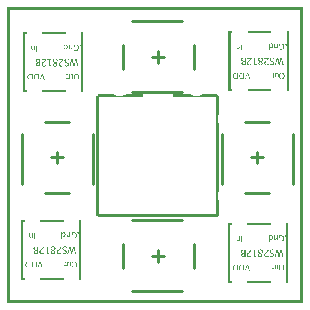
<source format=gto>
G04 MADE WITH FRITZING*
G04 WWW.FRITZING.ORG*
G04 DOUBLE SIDED*
G04 HOLES PLATED*
G04 CONTOUR ON CENTER OF CONTOUR VECTOR*
%ASAXBY*%
%FSLAX23Y23*%
%MOIN*%
%OFA0B0*%
%SFA1.0B1.0*%
%ADD10C,0.010000*%
%ADD11R,0.001000X0.001000*%
%LNSILK1*%
G90*
G70*
G54D10*
X205Y366D02*
X126Y366D01*
D02*
X284Y563D02*
X284Y396D01*
D02*
X48Y563D02*
X48Y396D01*
D02*
X205Y603D02*
X126Y603D01*
D02*
X185Y485D02*
X146Y485D01*
D02*
X166Y465D02*
X166Y504D01*
D02*
X385Y780D02*
X385Y859D01*
D02*
X581Y702D02*
X414Y702D01*
D02*
X581Y938D02*
X414Y938D01*
D02*
X621Y780D02*
X621Y859D01*
D02*
X503Y800D02*
X503Y840D01*
D02*
X483Y820D02*
X522Y820D01*
D02*
X872Y366D02*
X793Y366D01*
D02*
X951Y563D02*
X951Y396D01*
D02*
X715Y563D02*
X715Y396D01*
D02*
X872Y603D02*
X793Y603D01*
D02*
X852Y485D02*
X813Y485D01*
D02*
X833Y465D02*
X833Y504D01*
D02*
X385Y117D02*
X385Y196D01*
D02*
X581Y38D02*
X414Y38D01*
D02*
X581Y275D02*
X414Y275D01*
D02*
X621Y117D02*
X621Y196D01*
D02*
X503Y137D02*
X503Y176D01*
D02*
X483Y156D02*
X522Y156D01*
G54D11*
X0Y984D02*
X983Y984D01*
X0Y983D02*
X983Y983D01*
X0Y982D02*
X983Y982D01*
X0Y981D02*
X983Y981D01*
X0Y980D02*
X983Y980D01*
X0Y979D02*
X983Y979D01*
X0Y978D02*
X983Y978D01*
X0Y977D02*
X983Y977D01*
X0Y976D02*
X7Y976D01*
X976Y976D02*
X983Y976D01*
X0Y975D02*
X7Y975D01*
X976Y975D02*
X983Y975D01*
X0Y974D02*
X7Y974D01*
X976Y974D02*
X983Y974D01*
X0Y973D02*
X7Y973D01*
X976Y973D02*
X983Y973D01*
X0Y972D02*
X7Y972D01*
X976Y972D02*
X983Y972D01*
X0Y971D02*
X7Y971D01*
X976Y971D02*
X983Y971D01*
X0Y970D02*
X7Y970D01*
X976Y970D02*
X983Y970D01*
X0Y969D02*
X7Y969D01*
X976Y969D02*
X983Y969D01*
X0Y968D02*
X7Y968D01*
X976Y968D02*
X983Y968D01*
X0Y967D02*
X7Y967D01*
X976Y967D02*
X983Y967D01*
X0Y966D02*
X7Y966D01*
X976Y966D02*
X983Y966D01*
X0Y965D02*
X7Y965D01*
X976Y965D02*
X983Y965D01*
X0Y964D02*
X7Y964D01*
X976Y964D02*
X983Y964D01*
X0Y963D02*
X7Y963D01*
X976Y963D02*
X983Y963D01*
X0Y962D02*
X7Y962D01*
X976Y962D02*
X983Y962D01*
X0Y961D02*
X7Y961D01*
X976Y961D02*
X983Y961D01*
X0Y960D02*
X7Y960D01*
X976Y960D02*
X983Y960D01*
X0Y959D02*
X7Y959D01*
X976Y959D02*
X983Y959D01*
X0Y958D02*
X7Y958D01*
X976Y958D02*
X983Y958D01*
X0Y957D02*
X7Y957D01*
X976Y957D02*
X983Y957D01*
X0Y956D02*
X7Y956D01*
X976Y956D02*
X983Y956D01*
X0Y955D02*
X7Y955D01*
X976Y955D02*
X983Y955D01*
X0Y954D02*
X7Y954D01*
X976Y954D02*
X983Y954D01*
X0Y953D02*
X7Y953D01*
X976Y953D02*
X983Y953D01*
X0Y952D02*
X7Y952D01*
X976Y952D02*
X983Y952D01*
X0Y951D02*
X7Y951D01*
X976Y951D02*
X983Y951D01*
X0Y950D02*
X7Y950D01*
X976Y950D02*
X983Y950D01*
X0Y949D02*
X7Y949D01*
X976Y949D02*
X983Y949D01*
X0Y948D02*
X7Y948D01*
X976Y948D02*
X983Y948D01*
X0Y947D02*
X7Y947D01*
X976Y947D02*
X983Y947D01*
X0Y946D02*
X7Y946D01*
X976Y946D02*
X983Y946D01*
X0Y945D02*
X7Y945D01*
X976Y945D02*
X983Y945D01*
X0Y944D02*
X7Y944D01*
X976Y944D02*
X983Y944D01*
X0Y943D02*
X7Y943D01*
X976Y943D02*
X983Y943D01*
X0Y942D02*
X7Y942D01*
X976Y942D02*
X983Y942D01*
X0Y941D02*
X7Y941D01*
X976Y941D02*
X983Y941D01*
X0Y940D02*
X7Y940D01*
X976Y940D02*
X983Y940D01*
X0Y939D02*
X7Y939D01*
X976Y939D02*
X983Y939D01*
X0Y938D02*
X7Y938D01*
X976Y938D02*
X983Y938D01*
X0Y937D02*
X7Y937D01*
X976Y937D02*
X983Y937D01*
X0Y936D02*
X7Y936D01*
X976Y936D02*
X983Y936D01*
X0Y935D02*
X7Y935D01*
X976Y935D02*
X983Y935D01*
X0Y934D02*
X7Y934D01*
X976Y934D02*
X983Y934D01*
X0Y933D02*
X7Y933D01*
X976Y933D02*
X983Y933D01*
X0Y932D02*
X7Y932D01*
X976Y932D02*
X983Y932D01*
X0Y931D02*
X7Y931D01*
X976Y931D02*
X983Y931D01*
X0Y930D02*
X7Y930D01*
X976Y930D02*
X983Y930D01*
X0Y929D02*
X7Y929D01*
X976Y929D02*
X983Y929D01*
X0Y928D02*
X7Y928D01*
X976Y928D02*
X983Y928D01*
X0Y927D02*
X7Y927D01*
X976Y927D02*
X983Y927D01*
X0Y926D02*
X7Y926D01*
X976Y926D02*
X983Y926D01*
X0Y925D02*
X7Y925D01*
X976Y925D02*
X983Y925D01*
X0Y924D02*
X7Y924D01*
X976Y924D02*
X983Y924D01*
X0Y923D02*
X7Y923D01*
X976Y923D02*
X983Y923D01*
X0Y922D02*
X7Y922D01*
X976Y922D02*
X983Y922D01*
X0Y921D02*
X7Y921D01*
X976Y921D02*
X983Y921D01*
X0Y920D02*
X7Y920D01*
X976Y920D02*
X983Y920D01*
X0Y919D02*
X7Y919D01*
X976Y919D02*
X983Y919D01*
X0Y918D02*
X7Y918D01*
X976Y918D02*
X983Y918D01*
X0Y917D02*
X7Y917D01*
X976Y917D02*
X983Y917D01*
X0Y916D02*
X7Y916D01*
X976Y916D02*
X983Y916D01*
X0Y915D02*
X7Y915D01*
X976Y915D02*
X983Y915D01*
X0Y914D02*
X7Y914D01*
X976Y914D02*
X983Y914D01*
X0Y913D02*
X7Y913D01*
X976Y913D02*
X983Y913D01*
X0Y912D02*
X7Y912D01*
X976Y912D02*
X983Y912D01*
X0Y911D02*
X7Y911D01*
X976Y911D02*
X983Y911D01*
X0Y910D02*
X7Y910D01*
X976Y910D02*
X983Y910D01*
X0Y909D02*
X7Y909D01*
X976Y909D02*
X983Y909D01*
X0Y908D02*
X7Y908D01*
X976Y908D02*
X983Y908D01*
X0Y907D02*
X7Y907D01*
X976Y907D02*
X983Y907D01*
X0Y906D02*
X7Y906D01*
X976Y906D02*
X983Y906D01*
X0Y905D02*
X7Y905D01*
X737Y905D02*
X749Y905D01*
X801Y905D02*
X879Y905D01*
X931Y905D02*
X937Y905D01*
X976Y905D02*
X983Y905D01*
X0Y904D02*
X7Y904D01*
X737Y904D02*
X749Y904D01*
X801Y904D02*
X879Y904D01*
X931Y904D02*
X937Y904D01*
X976Y904D02*
X983Y904D01*
X0Y903D02*
X7Y903D01*
X737Y903D02*
X749Y903D01*
X801Y903D02*
X879Y903D01*
X931Y903D02*
X937Y903D01*
X976Y903D02*
X983Y903D01*
X0Y902D02*
X7Y902D01*
X52Y902D02*
X65Y902D01*
X116Y902D02*
X195Y902D01*
X246Y902D02*
X252Y902D01*
X737Y902D02*
X749Y902D01*
X801Y902D02*
X879Y902D01*
X931Y902D02*
X937Y902D01*
X976Y902D02*
X983Y902D01*
X0Y901D02*
X7Y901D01*
X52Y901D02*
X65Y901D01*
X116Y901D02*
X195Y901D01*
X246Y901D02*
X252Y901D01*
X737Y901D02*
X749Y901D01*
X801Y901D02*
X879Y901D01*
X931Y901D02*
X937Y901D01*
X976Y901D02*
X983Y901D01*
X0Y900D02*
X7Y900D01*
X52Y900D02*
X65Y900D01*
X116Y900D02*
X195Y900D01*
X246Y900D02*
X252Y900D01*
X737Y900D02*
X749Y900D01*
X801Y900D02*
X879Y900D01*
X931Y900D02*
X937Y900D01*
X976Y900D02*
X983Y900D01*
X0Y899D02*
X7Y899D01*
X52Y899D02*
X65Y899D01*
X116Y899D02*
X195Y899D01*
X246Y899D02*
X252Y899D01*
X737Y899D02*
X749Y899D01*
X801Y899D02*
X879Y899D01*
X931Y899D02*
X937Y899D01*
X976Y899D02*
X983Y899D01*
X0Y898D02*
X7Y898D01*
X52Y898D02*
X65Y898D01*
X116Y898D02*
X195Y898D01*
X246Y898D02*
X252Y898D01*
X737Y898D02*
X743Y898D01*
X931Y898D02*
X937Y898D01*
X976Y898D02*
X983Y898D01*
X0Y897D02*
X7Y897D01*
X52Y897D02*
X65Y897D01*
X116Y897D02*
X195Y897D01*
X246Y897D02*
X252Y897D01*
X737Y897D02*
X743Y897D01*
X931Y897D02*
X937Y897D01*
X976Y897D02*
X983Y897D01*
X0Y896D02*
X7Y896D01*
X52Y896D02*
X65Y896D01*
X116Y896D02*
X195Y896D01*
X246Y896D02*
X252Y896D01*
X737Y896D02*
X743Y896D01*
X931Y896D02*
X937Y896D01*
X976Y896D02*
X983Y896D01*
X0Y895D02*
X7Y895D01*
X52Y895D02*
X58Y895D01*
X246Y895D02*
X252Y895D01*
X737Y895D02*
X743Y895D01*
X931Y895D02*
X937Y895D01*
X976Y895D02*
X983Y895D01*
X0Y894D02*
X7Y894D01*
X52Y894D02*
X58Y894D01*
X246Y894D02*
X252Y894D01*
X737Y894D02*
X743Y894D01*
X931Y894D02*
X937Y894D01*
X976Y894D02*
X983Y894D01*
X0Y893D02*
X7Y893D01*
X52Y893D02*
X58Y893D01*
X246Y893D02*
X252Y893D01*
X737Y893D02*
X743Y893D01*
X931Y893D02*
X937Y893D01*
X976Y893D02*
X983Y893D01*
X0Y892D02*
X7Y892D01*
X52Y892D02*
X58Y892D01*
X246Y892D02*
X252Y892D01*
X737Y892D02*
X743Y892D01*
X931Y892D02*
X937Y892D01*
X976Y892D02*
X983Y892D01*
X0Y891D02*
X7Y891D01*
X52Y891D02*
X58Y891D01*
X246Y891D02*
X252Y891D01*
X737Y891D02*
X743Y891D01*
X931Y891D02*
X937Y891D01*
X976Y891D02*
X983Y891D01*
X0Y890D02*
X7Y890D01*
X52Y890D02*
X58Y890D01*
X246Y890D02*
X252Y890D01*
X737Y890D02*
X743Y890D01*
X931Y890D02*
X937Y890D01*
X976Y890D02*
X983Y890D01*
X0Y889D02*
X7Y889D01*
X52Y889D02*
X58Y889D01*
X246Y889D02*
X252Y889D01*
X737Y889D02*
X743Y889D01*
X931Y889D02*
X937Y889D01*
X976Y889D02*
X983Y889D01*
X0Y888D02*
X7Y888D01*
X52Y888D02*
X58Y888D01*
X246Y888D02*
X252Y888D01*
X737Y888D02*
X743Y888D01*
X931Y888D02*
X937Y888D01*
X976Y888D02*
X983Y888D01*
X0Y887D02*
X7Y887D01*
X52Y887D02*
X58Y887D01*
X246Y887D02*
X252Y887D01*
X737Y887D02*
X743Y887D01*
X931Y887D02*
X937Y887D01*
X976Y887D02*
X983Y887D01*
X0Y886D02*
X7Y886D01*
X52Y886D02*
X58Y886D01*
X246Y886D02*
X252Y886D01*
X737Y886D02*
X743Y886D01*
X931Y886D02*
X937Y886D01*
X976Y886D02*
X983Y886D01*
X0Y885D02*
X7Y885D01*
X52Y885D02*
X58Y885D01*
X246Y885D02*
X252Y885D01*
X737Y885D02*
X743Y885D01*
X931Y885D02*
X937Y885D01*
X976Y885D02*
X983Y885D01*
X0Y884D02*
X7Y884D01*
X52Y884D02*
X58Y884D01*
X246Y884D02*
X252Y884D01*
X737Y884D02*
X743Y884D01*
X931Y884D02*
X937Y884D01*
X976Y884D02*
X983Y884D01*
X0Y883D02*
X7Y883D01*
X52Y883D02*
X58Y883D01*
X246Y883D02*
X252Y883D01*
X737Y883D02*
X743Y883D01*
X931Y883D02*
X937Y883D01*
X976Y883D02*
X983Y883D01*
X0Y882D02*
X7Y882D01*
X52Y882D02*
X58Y882D01*
X246Y882D02*
X252Y882D01*
X737Y882D02*
X743Y882D01*
X931Y882D02*
X937Y882D01*
X976Y882D02*
X983Y882D01*
X0Y881D02*
X7Y881D01*
X52Y881D02*
X58Y881D01*
X246Y881D02*
X252Y881D01*
X737Y881D02*
X743Y881D01*
X931Y881D02*
X937Y881D01*
X976Y881D02*
X983Y881D01*
X0Y880D02*
X7Y880D01*
X52Y880D02*
X58Y880D01*
X246Y880D02*
X252Y880D01*
X737Y880D02*
X743Y880D01*
X931Y880D02*
X937Y880D01*
X976Y880D02*
X983Y880D01*
X0Y879D02*
X7Y879D01*
X52Y879D02*
X58Y879D01*
X246Y879D02*
X252Y879D01*
X737Y879D02*
X743Y879D01*
X931Y879D02*
X937Y879D01*
X976Y879D02*
X983Y879D01*
X0Y878D02*
X7Y878D01*
X52Y878D02*
X58Y878D01*
X246Y878D02*
X252Y878D01*
X737Y878D02*
X743Y878D01*
X931Y878D02*
X937Y878D01*
X976Y878D02*
X983Y878D01*
X0Y877D02*
X7Y877D01*
X52Y877D02*
X58Y877D01*
X246Y877D02*
X252Y877D01*
X737Y877D02*
X743Y877D01*
X931Y877D02*
X937Y877D01*
X976Y877D02*
X983Y877D01*
X0Y876D02*
X7Y876D01*
X52Y876D02*
X58Y876D01*
X246Y876D02*
X252Y876D01*
X737Y876D02*
X743Y876D01*
X931Y876D02*
X937Y876D01*
X976Y876D02*
X983Y876D01*
X0Y875D02*
X7Y875D01*
X52Y875D02*
X58Y875D01*
X246Y875D02*
X252Y875D01*
X737Y875D02*
X743Y875D01*
X931Y875D02*
X937Y875D01*
X976Y875D02*
X983Y875D01*
X0Y874D02*
X7Y874D01*
X52Y874D02*
X58Y874D01*
X246Y874D02*
X252Y874D01*
X737Y874D02*
X743Y874D01*
X931Y874D02*
X937Y874D01*
X976Y874D02*
X983Y874D01*
X0Y873D02*
X7Y873D01*
X52Y873D02*
X58Y873D01*
X246Y873D02*
X252Y873D01*
X737Y873D02*
X743Y873D01*
X931Y873D02*
X937Y873D01*
X976Y873D02*
X983Y873D01*
X0Y872D02*
X7Y872D01*
X52Y872D02*
X58Y872D01*
X246Y872D02*
X252Y872D01*
X737Y872D02*
X743Y872D01*
X931Y872D02*
X937Y872D01*
X976Y872D02*
X983Y872D01*
X0Y871D02*
X7Y871D01*
X52Y871D02*
X58Y871D01*
X246Y871D02*
X252Y871D01*
X737Y871D02*
X743Y871D01*
X931Y871D02*
X937Y871D01*
X976Y871D02*
X983Y871D01*
X0Y870D02*
X7Y870D01*
X52Y870D02*
X58Y870D01*
X246Y870D02*
X252Y870D01*
X737Y870D02*
X743Y870D01*
X931Y870D02*
X937Y870D01*
X976Y870D02*
X983Y870D01*
X0Y869D02*
X7Y869D01*
X52Y869D02*
X58Y869D01*
X246Y869D02*
X252Y869D01*
X737Y869D02*
X743Y869D01*
X931Y869D02*
X937Y869D01*
X976Y869D02*
X983Y869D01*
X0Y868D02*
X7Y868D01*
X52Y868D02*
X58Y868D01*
X246Y868D02*
X252Y868D01*
X737Y868D02*
X743Y868D01*
X931Y868D02*
X937Y868D01*
X976Y868D02*
X983Y868D01*
X0Y867D02*
X7Y867D01*
X52Y867D02*
X58Y867D01*
X246Y867D02*
X252Y867D01*
X737Y867D02*
X743Y867D01*
X931Y867D02*
X937Y867D01*
X976Y867D02*
X983Y867D01*
X0Y866D02*
X7Y866D01*
X52Y866D02*
X58Y866D01*
X246Y866D02*
X252Y866D01*
X737Y866D02*
X743Y866D01*
X931Y866D02*
X937Y866D01*
X976Y866D02*
X983Y866D01*
X0Y865D02*
X7Y865D01*
X52Y865D02*
X58Y865D01*
X246Y865D02*
X252Y865D01*
X737Y865D02*
X743Y865D01*
X931Y865D02*
X937Y865D01*
X976Y865D02*
X983Y865D01*
X0Y864D02*
X7Y864D01*
X52Y864D02*
X58Y864D01*
X246Y864D02*
X252Y864D01*
X737Y864D02*
X743Y864D01*
X878Y864D02*
X880Y864D01*
X931Y864D02*
X937Y864D01*
X976Y864D02*
X983Y864D01*
X0Y863D02*
X7Y863D01*
X52Y863D02*
X58Y863D01*
X246Y863D02*
X252Y863D01*
X737Y863D02*
X743Y863D01*
X872Y863D02*
X874Y863D01*
X876Y863D02*
X882Y863D01*
X890Y863D02*
X891Y863D01*
X899Y863D02*
X901Y863D01*
X907Y863D02*
X918Y863D01*
X925Y863D02*
X929Y863D01*
X931Y863D02*
X937Y863D01*
X976Y863D02*
X983Y863D01*
X0Y862D02*
X7Y862D01*
X52Y862D02*
X58Y862D01*
X246Y862D02*
X252Y862D01*
X737Y862D02*
X743Y862D01*
X872Y862D02*
X883Y862D01*
X890Y862D02*
X891Y862D01*
X899Y862D02*
X901Y862D01*
X907Y862D02*
X909Y862D01*
X915Y862D02*
X919Y862D01*
X926Y862D02*
X937Y862D01*
X976Y862D02*
X983Y862D01*
X0Y861D02*
X7Y861D01*
X52Y861D02*
X58Y861D01*
X246Y861D02*
X252Y861D01*
X737Y861D02*
X743Y861D01*
X764Y861D02*
X766Y861D01*
X774Y861D02*
X775Y861D01*
X781Y861D02*
X782Y861D01*
X872Y861D02*
X876Y861D01*
X881Y861D02*
X884Y861D01*
X890Y861D02*
X891Y861D01*
X899Y861D02*
X901Y861D01*
X907Y861D02*
X909Y861D01*
X917Y861D02*
X920Y861D01*
X927Y861D02*
X937Y861D01*
X976Y861D02*
X983Y861D01*
X0Y860D02*
X7Y860D01*
X52Y860D02*
X58Y860D01*
X188Y860D02*
X189Y860D01*
X192Y860D02*
X197Y860D01*
X205Y860D02*
X207Y860D01*
X214Y860D02*
X216Y860D01*
X223Y860D02*
X232Y860D01*
X239Y860D02*
X244Y860D01*
X246Y860D02*
X252Y860D01*
X737Y860D02*
X743Y860D01*
X764Y860D02*
X766Y860D01*
X774Y860D02*
X775Y860D01*
X780Y860D02*
X782Y860D01*
X872Y860D02*
X875Y860D01*
X882Y860D02*
X884Y860D01*
X890Y860D02*
X891Y860D01*
X899Y860D02*
X901Y860D01*
X907Y860D02*
X909Y860D01*
X918Y860D02*
X921Y860D01*
X928Y860D02*
X937Y860D01*
X976Y860D02*
X983Y860D01*
X0Y859D02*
X7Y859D01*
X52Y859D02*
X58Y859D01*
X188Y859D02*
X189Y859D01*
X191Y859D02*
X198Y859D01*
X205Y859D02*
X207Y859D01*
X214Y859D02*
X216Y859D01*
X222Y859D02*
X234Y859D01*
X240Y859D02*
X252Y859D01*
X737Y859D02*
X743Y859D01*
X764Y859D02*
X766Y859D01*
X774Y859D02*
X775Y859D01*
X780Y859D02*
X782Y859D01*
X872Y859D02*
X874Y859D01*
X882Y859D02*
X884Y859D01*
X890Y859D02*
X891Y859D01*
X899Y859D02*
X901Y859D01*
X907Y859D02*
X909Y859D01*
X919Y859D02*
X921Y859D01*
X929Y859D02*
X937Y859D01*
X976Y859D02*
X983Y859D01*
X0Y858D02*
X7Y858D01*
X52Y858D02*
X58Y858D01*
X188Y858D02*
X192Y858D01*
X196Y858D02*
X199Y858D01*
X205Y858D02*
X207Y858D01*
X214Y858D02*
X216Y858D01*
X222Y858D02*
X224Y858D01*
X231Y858D02*
X235Y858D01*
X241Y858D02*
X252Y858D01*
X737Y858D02*
X743Y858D01*
X764Y858D02*
X766Y858D01*
X774Y858D02*
X775Y858D01*
X780Y858D02*
X782Y858D01*
X872Y858D02*
X874Y858D01*
X883Y858D02*
X885Y858D01*
X890Y858D02*
X891Y858D01*
X899Y858D02*
X901Y858D01*
X907Y858D02*
X909Y858D01*
X919Y858D02*
X921Y858D01*
X930Y858D02*
X937Y858D01*
X976Y858D02*
X983Y858D01*
X0Y857D02*
X7Y857D01*
X52Y857D02*
X58Y857D01*
X80Y857D02*
X81Y857D01*
X89Y857D02*
X91Y857D01*
X96Y857D02*
X98Y857D01*
X188Y857D02*
X191Y857D01*
X197Y857D02*
X199Y857D01*
X205Y857D02*
X207Y857D01*
X214Y857D02*
X216Y857D01*
X222Y857D02*
X224Y857D01*
X233Y857D02*
X236Y857D01*
X242Y857D02*
X252Y857D01*
X737Y857D02*
X743Y857D01*
X764Y857D02*
X766Y857D01*
X774Y857D02*
X775Y857D01*
X780Y857D02*
X782Y857D01*
X872Y857D02*
X874Y857D01*
X883Y857D02*
X885Y857D01*
X890Y857D02*
X891Y857D01*
X899Y857D02*
X901Y857D01*
X907Y857D02*
X909Y857D01*
X920Y857D02*
X922Y857D01*
X931Y857D02*
X937Y857D01*
X976Y857D02*
X983Y857D01*
X0Y856D02*
X7Y856D01*
X52Y856D02*
X58Y856D01*
X80Y856D02*
X81Y856D01*
X89Y856D02*
X91Y856D01*
X96Y856D02*
X98Y856D01*
X188Y856D02*
X189Y856D01*
X198Y856D02*
X200Y856D01*
X205Y856D02*
X207Y856D01*
X214Y856D02*
X216Y856D01*
X222Y856D02*
X224Y856D01*
X234Y856D02*
X236Y856D01*
X243Y856D02*
X252Y856D01*
X737Y856D02*
X743Y856D01*
X764Y856D02*
X766Y856D01*
X774Y856D02*
X775Y856D01*
X780Y856D02*
X782Y856D01*
X872Y856D02*
X874Y856D01*
X883Y856D02*
X885Y856D01*
X890Y856D02*
X891Y856D01*
X899Y856D02*
X901Y856D01*
X907Y856D02*
X909Y856D01*
X920Y856D02*
X922Y856D01*
X931Y856D02*
X937Y856D01*
X976Y856D02*
X983Y856D01*
X0Y855D02*
X7Y855D01*
X52Y855D02*
X58Y855D01*
X80Y855D02*
X81Y855D01*
X89Y855D02*
X91Y855D01*
X96Y855D02*
X98Y855D01*
X188Y855D02*
X189Y855D01*
X198Y855D02*
X200Y855D01*
X205Y855D02*
X207Y855D01*
X214Y855D02*
X216Y855D01*
X222Y855D02*
X224Y855D01*
X234Y855D02*
X237Y855D01*
X244Y855D02*
X252Y855D01*
X737Y855D02*
X743Y855D01*
X764Y855D02*
X766Y855D01*
X774Y855D02*
X775Y855D01*
X780Y855D02*
X782Y855D01*
X872Y855D02*
X874Y855D01*
X883Y855D02*
X884Y855D01*
X890Y855D02*
X891Y855D01*
X899Y855D02*
X901Y855D01*
X920Y855D02*
X922Y855D01*
X931Y855D02*
X937Y855D01*
X976Y855D02*
X983Y855D01*
X0Y854D02*
X7Y854D01*
X52Y854D02*
X58Y854D01*
X80Y854D02*
X81Y854D01*
X89Y854D02*
X91Y854D01*
X96Y854D02*
X98Y854D01*
X188Y854D02*
X189Y854D01*
X198Y854D02*
X200Y854D01*
X205Y854D02*
X207Y854D01*
X214Y854D02*
X216Y854D01*
X222Y854D02*
X224Y854D01*
X235Y854D02*
X237Y854D01*
X245Y854D02*
X252Y854D01*
X737Y854D02*
X743Y854D01*
X764Y854D02*
X766Y854D01*
X774Y854D02*
X775Y854D01*
X780Y854D02*
X782Y854D01*
X872Y854D02*
X874Y854D01*
X882Y854D02*
X884Y854D01*
X890Y854D02*
X891Y854D01*
X899Y854D02*
X901Y854D01*
X920Y854D02*
X922Y854D01*
X931Y854D02*
X937Y854D01*
X976Y854D02*
X983Y854D01*
X0Y853D02*
X7Y853D01*
X52Y853D02*
X58Y853D01*
X80Y853D02*
X81Y853D01*
X89Y853D02*
X91Y853D01*
X96Y853D02*
X98Y853D01*
X188Y853D02*
X189Y853D01*
X198Y853D02*
X200Y853D01*
X205Y853D02*
X207Y853D01*
X214Y853D02*
X216Y853D01*
X222Y853D02*
X224Y853D01*
X235Y853D02*
X237Y853D01*
X246Y853D02*
X252Y853D01*
X737Y853D02*
X743Y853D01*
X764Y853D02*
X766Y853D01*
X774Y853D02*
X775Y853D01*
X780Y853D02*
X782Y853D01*
X872Y853D02*
X874Y853D01*
X882Y853D02*
X884Y853D01*
X890Y853D02*
X891Y853D01*
X898Y853D02*
X901Y853D01*
X920Y853D02*
X922Y853D01*
X931Y853D02*
X937Y853D01*
X976Y853D02*
X983Y853D01*
X0Y852D02*
X7Y852D01*
X52Y852D02*
X58Y852D01*
X80Y852D02*
X81Y852D01*
X89Y852D02*
X91Y852D01*
X96Y852D02*
X98Y852D01*
X188Y852D02*
X189Y852D01*
X198Y852D02*
X200Y852D01*
X205Y852D02*
X207Y852D01*
X214Y852D02*
X216Y852D01*
X222Y852D02*
X224Y852D01*
X235Y852D02*
X237Y852D01*
X246Y852D02*
X252Y852D01*
X737Y852D02*
X743Y852D01*
X764Y852D02*
X766Y852D01*
X774Y852D02*
X775Y852D01*
X780Y852D02*
X782Y852D01*
X872Y852D02*
X875Y852D01*
X881Y852D02*
X883Y852D01*
X890Y852D02*
X892Y852D01*
X897Y852D02*
X901Y852D01*
X920Y852D02*
X922Y852D01*
X931Y852D02*
X937Y852D01*
X976Y852D02*
X983Y852D01*
X0Y851D02*
X7Y851D01*
X52Y851D02*
X58Y851D01*
X80Y851D02*
X81Y851D01*
X89Y851D02*
X91Y851D01*
X96Y851D02*
X98Y851D01*
X188Y851D02*
X189Y851D01*
X198Y851D02*
X200Y851D01*
X205Y851D02*
X207Y851D01*
X214Y851D02*
X216Y851D01*
X235Y851D02*
X237Y851D01*
X246Y851D02*
X252Y851D01*
X737Y851D02*
X743Y851D01*
X764Y851D02*
X766Y851D01*
X773Y851D02*
X775Y851D01*
X780Y851D02*
X782Y851D01*
X872Y851D02*
X883Y851D01*
X890Y851D02*
X897Y851D01*
X899Y851D02*
X901Y851D01*
X920Y851D02*
X922Y851D01*
X931Y851D02*
X937Y851D01*
X976Y851D02*
X983Y851D01*
X0Y850D02*
X7Y850D01*
X52Y850D02*
X58Y850D01*
X80Y850D02*
X81Y850D01*
X89Y850D02*
X91Y850D01*
X96Y850D02*
X98Y850D01*
X188Y850D02*
X189Y850D01*
X198Y850D02*
X199Y850D01*
X205Y850D02*
X207Y850D01*
X214Y850D02*
X216Y850D01*
X235Y850D02*
X237Y850D01*
X246Y850D02*
X252Y850D01*
X737Y850D02*
X743Y850D01*
X764Y850D02*
X766Y850D01*
X772Y850D02*
X775Y850D01*
X780Y850D02*
X782Y850D01*
X872Y850D02*
X874Y850D01*
X876Y850D02*
X882Y850D01*
X891Y850D02*
X896Y850D01*
X899Y850D02*
X901Y850D01*
X919Y850D02*
X921Y850D01*
X931Y850D02*
X937Y850D01*
X976Y850D02*
X983Y850D01*
X0Y849D02*
X7Y849D01*
X52Y849D02*
X58Y849D01*
X80Y849D02*
X81Y849D01*
X89Y849D02*
X91Y849D01*
X96Y849D02*
X98Y849D01*
X188Y849D02*
X190Y849D01*
X197Y849D02*
X199Y849D01*
X205Y849D02*
X207Y849D01*
X213Y849D02*
X216Y849D01*
X235Y849D02*
X237Y849D01*
X246Y849D02*
X252Y849D01*
X737Y849D02*
X743Y849D01*
X765Y849D02*
X767Y849D01*
X771Y849D02*
X775Y849D01*
X780Y849D02*
X782Y849D01*
X872Y849D02*
X874Y849D01*
X878Y849D02*
X879Y849D01*
X893Y849D02*
X894Y849D01*
X919Y849D02*
X921Y849D01*
X931Y849D02*
X937Y849D01*
X976Y849D02*
X983Y849D01*
X0Y848D02*
X7Y848D01*
X52Y848D02*
X58Y848D01*
X80Y848D02*
X81Y848D01*
X89Y848D02*
X91Y848D01*
X96Y848D02*
X98Y848D01*
X188Y848D02*
X191Y848D01*
X196Y848D02*
X198Y848D01*
X205Y848D02*
X208Y848D01*
X211Y848D02*
X216Y848D01*
X235Y848D02*
X237Y848D01*
X246Y848D02*
X252Y848D01*
X737Y848D02*
X743Y848D01*
X765Y848D02*
X771Y848D01*
X774Y848D02*
X775Y848D01*
X780Y848D02*
X782Y848D01*
X872Y848D02*
X874Y848D01*
X918Y848D02*
X921Y848D01*
X931Y848D02*
X937Y848D01*
X976Y848D02*
X983Y848D01*
X0Y847D02*
X7Y847D01*
X52Y847D02*
X58Y847D01*
X80Y847D02*
X81Y847D01*
X88Y847D02*
X91Y847D01*
X96Y847D02*
X98Y847D01*
X188Y847D02*
X198Y847D01*
X206Y847D02*
X212Y847D01*
X214Y847D02*
X216Y847D01*
X235Y847D02*
X237Y847D01*
X246Y847D02*
X252Y847D01*
X737Y847D02*
X743Y847D01*
X766Y847D02*
X770Y847D01*
X774Y847D02*
X775Y847D01*
X780Y847D02*
X782Y847D01*
X872Y847D02*
X874Y847D01*
X917Y847D02*
X920Y847D01*
X931Y847D02*
X937Y847D01*
X976Y847D02*
X983Y847D01*
X0Y846D02*
X7Y846D01*
X52Y846D02*
X58Y846D01*
X80Y846D02*
X82Y846D01*
X87Y846D02*
X91Y846D01*
X96Y846D02*
X98Y846D01*
X188Y846D02*
X189Y846D01*
X192Y846D02*
X196Y846D01*
X207Y846D02*
X211Y846D01*
X214Y846D02*
X216Y846D01*
X235Y846D02*
X237Y846D01*
X246Y846D02*
X252Y846D01*
X737Y846D02*
X743Y846D01*
X780Y846D02*
X782Y846D01*
X872Y846D02*
X874Y846D01*
X907Y846D02*
X909Y846D01*
X916Y846D02*
X919Y846D01*
X931Y846D02*
X937Y846D01*
X976Y846D02*
X983Y846D01*
X0Y845D02*
X7Y845D01*
X52Y845D02*
X58Y845D01*
X80Y845D02*
X87Y845D01*
X89Y845D02*
X91Y845D01*
X96Y845D02*
X98Y845D01*
X188Y845D02*
X189Y845D01*
X234Y845D02*
X236Y845D01*
X246Y845D02*
X252Y845D01*
X737Y845D02*
X743Y845D01*
X780Y845D02*
X782Y845D01*
X872Y845D02*
X874Y845D01*
X907Y845D02*
X918Y845D01*
X931Y845D02*
X937Y845D01*
X976Y845D02*
X983Y845D01*
X0Y844D02*
X7Y844D01*
X52Y844D02*
X58Y844D01*
X81Y844D02*
X86Y844D01*
X89Y844D02*
X91Y844D01*
X96Y844D02*
X98Y844D01*
X188Y844D02*
X189Y844D01*
X233Y844D02*
X236Y844D01*
X246Y844D02*
X252Y844D01*
X737Y844D02*
X743Y844D01*
X780Y844D02*
X782Y844D01*
X872Y844D02*
X874Y844D01*
X908Y844D02*
X916Y844D01*
X931Y844D02*
X937Y844D01*
X976Y844D02*
X983Y844D01*
X0Y843D02*
X7Y843D01*
X52Y843D02*
X58Y843D01*
X82Y843D02*
X84Y843D01*
X96Y843D02*
X98Y843D01*
X188Y843D02*
X189Y843D01*
X222Y843D02*
X222Y843D01*
X232Y843D02*
X235Y843D01*
X246Y843D02*
X252Y843D01*
X737Y843D02*
X743Y843D01*
X780Y843D02*
X782Y843D01*
X872Y843D02*
X874Y843D01*
X931Y843D02*
X937Y843D01*
X976Y843D02*
X983Y843D01*
X0Y842D02*
X7Y842D01*
X52Y842D02*
X58Y842D01*
X96Y842D02*
X98Y842D01*
X188Y842D02*
X189Y842D01*
X222Y842D02*
X227Y842D01*
X229Y842D02*
X234Y842D01*
X246Y842D02*
X252Y842D01*
X737Y842D02*
X743Y842D01*
X780Y842D02*
X782Y842D01*
X931Y842D02*
X937Y842D01*
X976Y842D02*
X983Y842D01*
X0Y841D02*
X7Y841D01*
X52Y841D02*
X58Y841D01*
X96Y841D02*
X98Y841D01*
X188Y841D02*
X189Y841D01*
X222Y841D02*
X233Y841D01*
X246Y841D02*
X252Y841D01*
X737Y841D02*
X743Y841D01*
X931Y841D02*
X937Y841D01*
X976Y841D02*
X983Y841D01*
X0Y840D02*
X7Y840D01*
X52Y840D02*
X58Y840D01*
X96Y840D02*
X98Y840D01*
X188Y840D02*
X189Y840D01*
X226Y840D02*
X230Y840D01*
X246Y840D02*
X252Y840D01*
X737Y840D02*
X743Y840D01*
X931Y840D02*
X937Y840D01*
X976Y840D02*
X983Y840D01*
X0Y839D02*
X7Y839D01*
X52Y839D02*
X58Y839D01*
X96Y839D02*
X98Y839D01*
X188Y839D02*
X189Y839D01*
X246Y839D02*
X252Y839D01*
X737Y839D02*
X743Y839D01*
X931Y839D02*
X937Y839D01*
X976Y839D02*
X983Y839D01*
X0Y838D02*
X7Y838D01*
X52Y838D02*
X58Y838D01*
X96Y838D02*
X97Y838D01*
X246Y838D02*
X252Y838D01*
X737Y838D02*
X743Y838D01*
X931Y838D02*
X937Y838D01*
X976Y838D02*
X983Y838D01*
X0Y837D02*
X7Y837D01*
X52Y837D02*
X58Y837D01*
X246Y837D02*
X252Y837D01*
X737Y837D02*
X743Y837D01*
X931Y837D02*
X937Y837D01*
X976Y837D02*
X983Y837D01*
X0Y836D02*
X7Y836D01*
X52Y836D02*
X58Y836D01*
X246Y836D02*
X252Y836D01*
X737Y836D02*
X743Y836D01*
X931Y836D02*
X937Y836D01*
X976Y836D02*
X983Y836D01*
X0Y835D02*
X7Y835D01*
X52Y835D02*
X58Y835D01*
X246Y835D02*
X252Y835D01*
X737Y835D02*
X743Y835D01*
X931Y835D02*
X937Y835D01*
X976Y835D02*
X983Y835D01*
X0Y834D02*
X7Y834D01*
X52Y834D02*
X58Y834D01*
X246Y834D02*
X252Y834D01*
X737Y834D02*
X743Y834D01*
X931Y834D02*
X937Y834D01*
X976Y834D02*
X983Y834D01*
X0Y833D02*
X7Y833D01*
X52Y833D02*
X58Y833D01*
X246Y833D02*
X252Y833D01*
X737Y833D02*
X743Y833D01*
X931Y833D02*
X937Y833D01*
X976Y833D02*
X983Y833D01*
X0Y832D02*
X7Y832D01*
X52Y832D02*
X58Y832D01*
X246Y832D02*
X252Y832D01*
X737Y832D02*
X743Y832D01*
X931Y832D02*
X937Y832D01*
X976Y832D02*
X983Y832D01*
X0Y831D02*
X7Y831D01*
X52Y831D02*
X58Y831D01*
X246Y831D02*
X252Y831D01*
X737Y831D02*
X743Y831D01*
X931Y831D02*
X937Y831D01*
X976Y831D02*
X983Y831D01*
X0Y830D02*
X7Y830D01*
X52Y830D02*
X58Y830D01*
X246Y830D02*
X252Y830D01*
X737Y830D02*
X743Y830D01*
X931Y830D02*
X937Y830D01*
X976Y830D02*
X983Y830D01*
X0Y829D02*
X7Y829D01*
X52Y829D02*
X58Y829D01*
X246Y829D02*
X252Y829D01*
X737Y829D02*
X743Y829D01*
X931Y829D02*
X937Y829D01*
X976Y829D02*
X983Y829D01*
X0Y828D02*
X7Y828D01*
X52Y828D02*
X58Y828D01*
X246Y828D02*
X252Y828D01*
X737Y828D02*
X743Y828D01*
X931Y828D02*
X937Y828D01*
X976Y828D02*
X983Y828D01*
X0Y827D02*
X7Y827D01*
X52Y827D02*
X58Y827D01*
X246Y827D02*
X252Y827D01*
X737Y827D02*
X743Y827D01*
X931Y827D02*
X937Y827D01*
X976Y827D02*
X983Y827D01*
X0Y826D02*
X7Y826D01*
X52Y826D02*
X58Y826D01*
X246Y826D02*
X252Y826D01*
X737Y826D02*
X743Y826D01*
X931Y826D02*
X937Y826D01*
X976Y826D02*
X983Y826D01*
X0Y825D02*
X7Y825D01*
X52Y825D02*
X58Y825D01*
X246Y825D02*
X252Y825D01*
X737Y825D02*
X743Y825D01*
X931Y825D02*
X937Y825D01*
X976Y825D02*
X983Y825D01*
X0Y824D02*
X7Y824D01*
X52Y824D02*
X58Y824D01*
X246Y824D02*
X252Y824D01*
X737Y824D02*
X743Y824D01*
X931Y824D02*
X937Y824D01*
X976Y824D02*
X983Y824D01*
X0Y823D02*
X7Y823D01*
X52Y823D02*
X58Y823D01*
X246Y823D02*
X252Y823D01*
X737Y823D02*
X743Y823D01*
X931Y823D02*
X937Y823D01*
X976Y823D02*
X983Y823D01*
X0Y822D02*
X7Y822D01*
X52Y822D02*
X58Y822D01*
X246Y822D02*
X252Y822D01*
X737Y822D02*
X743Y822D01*
X931Y822D02*
X937Y822D01*
X976Y822D02*
X983Y822D01*
X0Y821D02*
X7Y821D01*
X52Y821D02*
X58Y821D01*
X246Y821D02*
X252Y821D01*
X737Y821D02*
X743Y821D01*
X931Y821D02*
X937Y821D01*
X976Y821D02*
X983Y821D01*
X0Y820D02*
X7Y820D01*
X52Y820D02*
X58Y820D01*
X246Y820D02*
X252Y820D01*
X737Y820D02*
X743Y820D01*
X931Y820D02*
X937Y820D01*
X976Y820D02*
X983Y820D01*
X0Y819D02*
X7Y819D01*
X52Y819D02*
X58Y819D01*
X246Y819D02*
X252Y819D01*
X737Y819D02*
X743Y819D01*
X931Y819D02*
X937Y819D01*
X976Y819D02*
X983Y819D01*
X0Y818D02*
X7Y818D01*
X52Y818D02*
X58Y818D01*
X246Y818D02*
X252Y818D01*
X737Y818D02*
X743Y818D01*
X931Y818D02*
X937Y818D01*
X976Y818D02*
X983Y818D01*
X0Y817D02*
X7Y817D01*
X52Y817D02*
X58Y817D01*
X246Y817D02*
X252Y817D01*
X737Y817D02*
X743Y817D01*
X841Y817D02*
X847Y817D01*
X880Y817D02*
X887Y817D01*
X931Y817D02*
X937Y817D01*
X976Y817D02*
X983Y817D01*
X0Y816D02*
X7Y816D01*
X52Y816D02*
X58Y816D01*
X246Y816D02*
X252Y816D01*
X737Y816D02*
X743Y816D01*
X782Y816D02*
X793Y816D01*
X799Y816D02*
X813Y816D01*
X818Y816D02*
X830Y816D01*
X839Y816D02*
X849Y816D01*
X857Y816D02*
X871Y816D01*
X878Y816D02*
X889Y816D01*
X898Y816D02*
X901Y816D01*
X911Y816D02*
X914Y816D01*
X931Y816D02*
X937Y816D01*
X976Y816D02*
X983Y816D01*
X0Y815D02*
X7Y815D01*
X52Y815D02*
X58Y815D01*
X246Y815D02*
X252Y815D01*
X737Y815D02*
X743Y815D01*
X781Y815D02*
X793Y815D01*
X799Y815D02*
X813Y815D01*
X818Y815D02*
X830Y815D01*
X837Y815D02*
X850Y815D01*
X857Y815D02*
X871Y815D01*
X877Y815D02*
X889Y815D01*
X898Y815D02*
X902Y815D01*
X911Y815D02*
X914Y815D01*
X931Y815D02*
X937Y815D01*
X976Y815D02*
X983Y815D01*
X0Y814D02*
X7Y814D01*
X52Y814D02*
X58Y814D01*
X246Y814D02*
X252Y814D01*
X737Y814D02*
X743Y814D01*
X780Y814D02*
X785Y814D01*
X791Y814D02*
X793Y814D01*
X800Y814D02*
X813Y814D01*
X823Y814D02*
X825Y814D01*
X837Y814D02*
X840Y814D01*
X847Y814D02*
X851Y814D01*
X857Y814D02*
X871Y814D01*
X876Y814D02*
X879Y814D01*
X887Y814D02*
X889Y814D01*
X898Y814D02*
X902Y814D01*
X910Y814D02*
X914Y814D01*
X931Y814D02*
X937Y814D01*
X976Y814D02*
X983Y814D01*
X0Y813D02*
X7Y813D01*
X52Y813D02*
X58Y813D01*
X99Y813D02*
X109Y813D01*
X114Y813D02*
X128Y813D01*
X133Y813D02*
X145Y813D01*
X155Y813D02*
X163Y813D01*
X172Y813D02*
X186Y813D01*
X194Y813D02*
X204Y813D01*
X214Y813D02*
X217Y813D01*
X227Y813D02*
X229Y813D01*
X246Y813D02*
X252Y813D01*
X737Y813D02*
X743Y813D01*
X779Y813D02*
X783Y813D01*
X791Y813D02*
X793Y813D01*
X810Y813D02*
X812Y813D01*
X823Y813D02*
X825Y813D01*
X836Y813D02*
X839Y813D01*
X848Y813D02*
X851Y813D01*
X867Y813D02*
X870Y813D01*
X875Y813D02*
X878Y813D01*
X898Y813D02*
X902Y813D01*
X910Y813D02*
X915Y813D01*
X931Y813D02*
X937Y813D01*
X976Y813D02*
X983Y813D01*
X0Y812D02*
X7Y812D01*
X52Y812D02*
X58Y812D01*
X97Y812D02*
X109Y812D01*
X114Y812D02*
X128Y812D01*
X133Y812D02*
X145Y812D01*
X153Y812D02*
X165Y812D01*
X172Y812D02*
X186Y812D01*
X193Y812D02*
X205Y812D01*
X214Y812D02*
X217Y812D01*
X226Y812D02*
X229Y812D01*
X246Y812D02*
X252Y812D01*
X737Y812D02*
X743Y812D01*
X779Y812D02*
X782Y812D01*
X791Y812D02*
X793Y812D01*
X809Y812D02*
X812Y812D01*
X823Y812D02*
X825Y812D01*
X836Y812D02*
X838Y812D01*
X849Y812D02*
X851Y812D01*
X867Y812D02*
X870Y812D01*
X875Y812D02*
X878Y812D01*
X897Y812D02*
X902Y812D01*
X910Y812D02*
X915Y812D01*
X931Y812D02*
X937Y812D01*
X976Y812D02*
X983Y812D01*
X0Y811D02*
X7Y811D01*
X52Y811D02*
X58Y811D01*
X96Y811D02*
X109Y811D01*
X114Y811D02*
X128Y811D01*
X133Y811D02*
X145Y811D01*
X152Y811D02*
X156Y811D01*
X162Y811D02*
X166Y811D01*
X172Y811D02*
X186Y811D01*
X192Y811D02*
X196Y811D01*
X201Y811D02*
X205Y811D01*
X213Y811D02*
X217Y811D01*
X226Y811D02*
X230Y811D01*
X246Y811D02*
X252Y811D01*
X737Y811D02*
X743Y811D01*
X779Y811D02*
X782Y811D01*
X791Y811D02*
X793Y811D01*
X809Y811D02*
X811Y811D01*
X823Y811D02*
X825Y811D01*
X836Y811D02*
X838Y811D01*
X849Y811D02*
X851Y811D01*
X866Y811D02*
X869Y811D01*
X875Y811D02*
X878Y811D01*
X897Y811D02*
X903Y811D01*
X910Y811D02*
X915Y811D01*
X931Y811D02*
X937Y811D01*
X976Y811D02*
X983Y811D01*
X0Y810D02*
X7Y810D01*
X52Y810D02*
X58Y810D01*
X95Y810D02*
X99Y810D01*
X106Y810D02*
X109Y810D01*
X125Y810D02*
X128Y810D01*
X138Y810D02*
X140Y810D01*
X152Y810D02*
X155Y810D01*
X163Y810D02*
X166Y810D01*
X183Y810D02*
X186Y810D01*
X191Y810D02*
X194Y810D01*
X204Y810D02*
X205Y810D01*
X213Y810D02*
X217Y810D01*
X226Y810D02*
X230Y810D01*
X246Y810D02*
X252Y810D01*
X737Y810D02*
X743Y810D01*
X779Y810D02*
X782Y810D01*
X791Y810D02*
X793Y810D01*
X808Y810D02*
X810Y810D01*
X823Y810D02*
X825Y810D01*
X836Y810D02*
X838Y810D01*
X849Y810D02*
X851Y810D01*
X866Y810D02*
X868Y810D01*
X875Y810D02*
X878Y810D01*
X897Y810D02*
X903Y810D01*
X910Y810D02*
X911Y810D01*
X913Y810D02*
X916Y810D01*
X931Y810D02*
X937Y810D01*
X976Y810D02*
X983Y810D01*
X0Y809D02*
X7Y809D01*
X52Y809D02*
X58Y809D01*
X95Y809D02*
X98Y809D01*
X106Y809D02*
X109Y809D01*
X125Y809D02*
X128Y809D01*
X138Y809D02*
X140Y809D01*
X151Y809D02*
X154Y809D01*
X164Y809D02*
X167Y809D01*
X183Y809D02*
X185Y809D01*
X191Y809D02*
X193Y809D01*
X213Y809D02*
X217Y809D01*
X225Y809D02*
X230Y809D01*
X246Y809D02*
X252Y809D01*
X737Y809D02*
X743Y809D01*
X779Y809D02*
X782Y809D01*
X791Y809D02*
X793Y809D01*
X807Y809D02*
X809Y809D01*
X823Y809D02*
X825Y809D01*
X836Y809D02*
X839Y809D01*
X849Y809D02*
X851Y809D01*
X865Y809D02*
X867Y809D01*
X875Y809D02*
X878Y809D01*
X896Y809D02*
X898Y809D01*
X901Y809D02*
X903Y809D01*
X909Y809D02*
X911Y809D01*
X913Y809D02*
X916Y809D01*
X931Y809D02*
X937Y809D01*
X976Y809D02*
X983Y809D01*
X0Y808D02*
X7Y808D01*
X52Y808D02*
X58Y808D01*
X94Y808D02*
X97Y808D01*
X106Y808D02*
X109Y808D01*
X124Y808D02*
X127Y808D01*
X138Y808D02*
X140Y808D01*
X151Y808D02*
X154Y808D01*
X164Y808D02*
X167Y808D01*
X182Y808D02*
X185Y808D01*
X190Y808D02*
X193Y808D01*
X212Y808D02*
X218Y808D01*
X225Y808D02*
X230Y808D01*
X246Y808D02*
X252Y808D01*
X737Y808D02*
X743Y808D01*
X780Y808D02*
X783Y808D01*
X791Y808D02*
X793Y808D01*
X806Y808D02*
X808Y808D01*
X823Y808D02*
X825Y808D01*
X836Y808D02*
X840Y808D01*
X849Y808D02*
X851Y808D01*
X864Y808D02*
X866Y808D01*
X875Y808D02*
X879Y808D01*
X896Y808D02*
X898Y808D01*
X901Y808D02*
X903Y808D01*
X909Y808D02*
X911Y808D01*
X914Y808D02*
X916Y808D01*
X931Y808D02*
X937Y808D01*
X976Y808D02*
X983Y808D01*
X0Y807D02*
X7Y807D01*
X52Y807D02*
X58Y807D01*
X94Y807D02*
X97Y807D01*
X106Y807D02*
X109Y807D01*
X124Y807D02*
X126Y807D01*
X138Y807D02*
X140Y807D01*
X151Y807D02*
X154Y807D01*
X164Y807D02*
X167Y807D01*
X181Y807D02*
X184Y807D01*
X190Y807D02*
X193Y807D01*
X212Y807D02*
X218Y807D01*
X225Y807D02*
X231Y807D01*
X246Y807D02*
X252Y807D01*
X737Y807D02*
X743Y807D01*
X780Y807D02*
X783Y807D01*
X791Y807D02*
X793Y807D01*
X805Y807D02*
X807Y807D01*
X823Y807D02*
X825Y807D01*
X837Y807D02*
X841Y807D01*
X848Y807D02*
X850Y807D01*
X863Y807D02*
X865Y807D01*
X876Y807D02*
X880Y807D01*
X896Y807D02*
X898Y807D01*
X901Y807D02*
X903Y807D01*
X909Y807D02*
X911Y807D01*
X914Y807D02*
X916Y807D01*
X931Y807D02*
X937Y807D01*
X976Y807D02*
X983Y807D01*
X0Y806D02*
X7Y806D01*
X52Y806D02*
X58Y806D01*
X95Y806D02*
X97Y806D01*
X106Y806D02*
X109Y806D01*
X123Y806D02*
X125Y806D01*
X138Y806D02*
X140Y806D01*
X151Y806D02*
X154Y806D01*
X164Y806D02*
X167Y806D01*
X181Y806D02*
X183Y806D01*
X190Y806D02*
X193Y806D01*
X212Y806D02*
X214Y806D01*
X216Y806D02*
X218Y806D01*
X225Y806D02*
X226Y806D01*
X229Y806D02*
X231Y806D01*
X246Y806D02*
X252Y806D01*
X737Y806D02*
X743Y806D01*
X781Y806D02*
X785Y806D01*
X791Y806D02*
X793Y806D01*
X804Y806D02*
X806Y806D01*
X823Y806D02*
X825Y806D01*
X838Y806D02*
X842Y806D01*
X847Y806D02*
X850Y806D01*
X861Y806D02*
X864Y806D01*
X877Y806D02*
X882Y806D01*
X896Y806D02*
X897Y806D01*
X901Y806D02*
X904Y806D01*
X909Y806D02*
X910Y806D01*
X914Y806D02*
X917Y806D01*
X931Y806D02*
X937Y806D01*
X976Y806D02*
X983Y806D01*
X0Y805D02*
X7Y805D01*
X52Y805D02*
X58Y805D01*
X95Y805D02*
X98Y805D01*
X106Y805D02*
X109Y805D01*
X122Y805D02*
X124Y805D01*
X138Y805D02*
X140Y805D01*
X151Y805D02*
X154Y805D01*
X164Y805D02*
X166Y805D01*
X180Y805D02*
X182Y805D01*
X190Y805D02*
X194Y805D01*
X212Y805D02*
X214Y805D01*
X216Y805D02*
X218Y805D01*
X225Y805D02*
X226Y805D01*
X229Y805D02*
X231Y805D01*
X246Y805D02*
X252Y805D01*
X737Y805D02*
X743Y805D01*
X783Y805D02*
X793Y805D01*
X802Y805D02*
X805Y805D01*
X823Y805D02*
X825Y805D01*
X839Y805D02*
X844Y805D01*
X846Y805D02*
X849Y805D01*
X860Y805D02*
X863Y805D01*
X878Y805D02*
X883Y805D01*
X895Y805D02*
X897Y805D01*
X901Y805D02*
X904Y805D01*
X908Y805D02*
X910Y805D01*
X914Y805D02*
X917Y805D01*
X931Y805D02*
X937Y805D01*
X976Y805D02*
X983Y805D01*
X0Y804D02*
X7Y804D01*
X52Y804D02*
X58Y804D01*
X95Y804D02*
X98Y804D01*
X106Y804D02*
X109Y804D01*
X121Y804D02*
X123Y804D01*
X138Y804D02*
X140Y804D01*
X152Y804D02*
X155Y804D01*
X164Y804D02*
X166Y804D01*
X179Y804D02*
X181Y804D01*
X191Y804D02*
X195Y804D01*
X211Y804D02*
X213Y804D01*
X216Y804D02*
X219Y804D01*
X224Y804D02*
X226Y804D01*
X229Y804D02*
X231Y804D01*
X246Y804D02*
X252Y804D01*
X737Y804D02*
X743Y804D01*
X785Y804D02*
X793Y804D01*
X801Y804D02*
X804Y804D01*
X823Y804D02*
X825Y804D01*
X840Y804D02*
X847Y804D01*
X859Y804D02*
X862Y804D01*
X879Y804D02*
X885Y804D01*
X895Y804D02*
X897Y804D01*
X902Y804D02*
X904Y804D01*
X908Y804D02*
X910Y804D01*
X915Y804D02*
X917Y804D01*
X931Y804D02*
X937Y804D01*
X976Y804D02*
X983Y804D01*
X0Y803D02*
X7Y803D01*
X52Y803D02*
X58Y803D01*
X96Y803D02*
X99Y803D01*
X106Y803D02*
X109Y803D01*
X120Y803D02*
X122Y803D01*
X138Y803D02*
X140Y803D01*
X152Y803D02*
X157Y803D01*
X163Y803D02*
X165Y803D01*
X177Y803D02*
X180Y803D01*
X191Y803D02*
X196Y803D01*
X211Y803D02*
X213Y803D01*
X216Y803D02*
X219Y803D01*
X224Y803D02*
X226Y803D01*
X229Y803D02*
X232Y803D01*
X246Y803D02*
X252Y803D01*
X737Y803D02*
X743Y803D01*
X783Y803D02*
X793Y803D01*
X801Y803D02*
X803Y803D01*
X823Y803D02*
X825Y803D01*
X841Y803D02*
X847Y803D01*
X859Y803D02*
X861Y803D01*
X881Y803D02*
X886Y803D01*
X895Y803D02*
X897Y803D01*
X902Y803D02*
X904Y803D01*
X908Y803D02*
X910Y803D01*
X915Y803D02*
X917Y803D01*
X931Y803D02*
X937Y803D01*
X976Y803D02*
X983Y803D01*
X0Y802D02*
X7Y802D01*
X52Y802D02*
X58Y802D01*
X97Y802D02*
X101Y802D01*
X106Y802D02*
X109Y802D01*
X118Y802D02*
X121Y802D01*
X138Y802D02*
X140Y802D01*
X153Y802D02*
X158Y802D01*
X162Y802D02*
X165Y802D01*
X176Y802D02*
X179Y802D01*
X192Y802D02*
X198Y802D01*
X211Y802D02*
X213Y802D01*
X217Y802D02*
X219Y802D01*
X224Y802D02*
X226Y802D01*
X230Y802D02*
X232Y802D01*
X246Y802D02*
X252Y802D01*
X737Y802D02*
X743Y802D01*
X782Y802D02*
X785Y802D01*
X791Y802D02*
X793Y802D01*
X800Y802D02*
X803Y802D01*
X823Y802D02*
X825Y802D01*
X840Y802D02*
X842Y802D01*
X844Y802D02*
X848Y802D01*
X858Y802D02*
X861Y802D01*
X882Y802D02*
X887Y802D01*
X894Y802D02*
X896Y802D01*
X902Y802D02*
X905Y802D01*
X908Y802D02*
X909Y802D01*
X915Y802D02*
X918Y802D01*
X931Y802D02*
X937Y802D01*
X976Y802D02*
X983Y802D01*
X0Y801D02*
X7Y801D01*
X52Y801D02*
X58Y801D01*
X99Y801D02*
X109Y801D01*
X117Y801D02*
X120Y801D01*
X138Y801D02*
X140Y801D01*
X155Y801D02*
X164Y801D01*
X175Y801D02*
X178Y801D01*
X193Y801D02*
X199Y801D01*
X210Y801D02*
X212Y801D01*
X217Y801D02*
X219Y801D01*
X224Y801D02*
X225Y801D01*
X230Y801D02*
X232Y801D01*
X246Y801D02*
X252Y801D01*
X737Y801D02*
X743Y801D01*
X781Y801D02*
X784Y801D01*
X791Y801D02*
X793Y801D01*
X799Y801D02*
X802Y801D01*
X823Y801D02*
X825Y801D01*
X839Y801D02*
X841Y801D01*
X845Y801D02*
X849Y801D01*
X857Y801D02*
X860Y801D01*
X884Y801D02*
X888Y801D01*
X894Y801D02*
X896Y801D01*
X902Y801D02*
X905Y801D01*
X907Y801D02*
X909Y801D01*
X915Y801D02*
X918Y801D01*
X931Y801D02*
X937Y801D01*
X976Y801D02*
X983Y801D01*
X0Y800D02*
X7Y800D01*
X52Y800D02*
X58Y800D01*
X100Y800D02*
X109Y800D01*
X116Y800D02*
X119Y800D01*
X138Y800D02*
X140Y800D01*
X156Y800D02*
X162Y800D01*
X174Y800D02*
X177Y800D01*
X195Y800D02*
X201Y800D01*
X210Y800D02*
X212Y800D01*
X217Y800D02*
X220Y800D01*
X223Y800D02*
X225Y800D01*
X230Y800D02*
X233Y800D01*
X246Y800D02*
X252Y800D01*
X737Y800D02*
X743Y800D01*
X781Y800D02*
X783Y800D01*
X791Y800D02*
X793Y800D01*
X799Y800D02*
X802Y800D01*
X823Y800D02*
X825Y800D01*
X838Y800D02*
X840Y800D01*
X846Y800D02*
X849Y800D01*
X857Y800D02*
X860Y800D01*
X885Y800D02*
X889Y800D01*
X894Y800D02*
X896Y800D01*
X903Y800D02*
X905Y800D01*
X907Y800D02*
X909Y800D01*
X916Y800D02*
X918Y800D01*
X931Y800D02*
X937Y800D01*
X976Y800D02*
X983Y800D01*
X0Y799D02*
X7Y799D01*
X52Y799D02*
X58Y799D01*
X98Y799D02*
X102Y799D01*
X106Y799D02*
X109Y799D01*
X116Y799D02*
X118Y799D01*
X138Y799D02*
X140Y799D01*
X156Y799D02*
X163Y799D01*
X174Y799D02*
X176Y799D01*
X197Y799D02*
X202Y799D01*
X210Y799D02*
X212Y799D01*
X217Y799D02*
X220Y799D01*
X223Y799D02*
X225Y799D01*
X230Y799D02*
X233Y799D01*
X246Y799D02*
X252Y799D01*
X737Y799D02*
X743Y799D01*
X780Y799D02*
X783Y799D01*
X791Y799D02*
X793Y799D01*
X799Y799D02*
X802Y799D01*
X823Y799D02*
X825Y799D01*
X837Y799D02*
X839Y799D01*
X847Y799D02*
X850Y799D01*
X857Y799D02*
X859Y799D01*
X886Y799D02*
X889Y799D01*
X894Y799D02*
X895Y799D01*
X903Y799D02*
X905Y799D01*
X907Y799D02*
X909Y799D01*
X916Y799D02*
X918Y799D01*
X931Y799D02*
X937Y799D01*
X976Y799D02*
X983Y799D01*
X0Y798D02*
X7Y798D01*
X52Y798D02*
X58Y798D01*
X97Y798D02*
X100Y798D01*
X106Y798D02*
X109Y798D01*
X115Y798D02*
X118Y798D01*
X138Y798D02*
X140Y798D01*
X155Y798D02*
X157Y798D01*
X160Y798D02*
X164Y798D01*
X173Y798D02*
X176Y798D01*
X198Y798D02*
X203Y798D01*
X210Y798D02*
X212Y798D01*
X218Y798D02*
X220Y798D01*
X223Y798D02*
X225Y798D01*
X231Y798D02*
X233Y798D01*
X246Y798D02*
X252Y798D01*
X737Y798D02*
X743Y798D01*
X780Y798D02*
X783Y798D01*
X791Y798D02*
X793Y798D01*
X799Y798D02*
X802Y798D01*
X823Y798D02*
X825Y798D01*
X837Y798D02*
X839Y798D01*
X848Y798D02*
X850Y798D01*
X857Y798D02*
X859Y798D01*
X886Y798D02*
X889Y798D01*
X893Y798D02*
X895Y798D01*
X903Y798D02*
X908Y798D01*
X916Y798D02*
X919Y798D01*
X931Y798D02*
X937Y798D01*
X976Y798D02*
X983Y798D01*
X0Y797D02*
X7Y797D01*
X52Y797D02*
X58Y797D01*
X96Y797D02*
X99Y797D01*
X106Y797D02*
X109Y797D01*
X115Y797D02*
X117Y797D01*
X138Y797D02*
X140Y797D01*
X154Y797D02*
X156Y797D01*
X161Y797D02*
X165Y797D01*
X173Y797D02*
X175Y797D01*
X200Y797D02*
X204Y797D01*
X209Y797D02*
X211Y797D01*
X218Y797D02*
X220Y797D01*
X223Y797D02*
X224Y797D01*
X231Y797D02*
X233Y797D01*
X246Y797D02*
X252Y797D01*
X737Y797D02*
X743Y797D01*
X780Y797D02*
X783Y797D01*
X791Y797D02*
X793Y797D01*
X799Y797D02*
X802Y797D01*
X823Y797D02*
X825Y797D01*
X837Y797D02*
X839Y797D01*
X848Y797D02*
X850Y797D01*
X857Y797D02*
X860Y797D01*
X887Y797D02*
X889Y797D01*
X893Y797D02*
X895Y797D01*
X903Y797D02*
X908Y797D01*
X916Y797D02*
X919Y797D01*
X931Y797D02*
X937Y797D01*
X976Y797D02*
X983Y797D01*
X0Y796D02*
X7Y796D01*
X52Y796D02*
X58Y796D01*
X96Y796D02*
X98Y796D01*
X106Y796D02*
X109Y796D01*
X114Y796D02*
X117Y796D01*
X138Y796D02*
X140Y796D01*
X153Y796D02*
X155Y796D01*
X162Y796D02*
X165Y796D01*
X172Y796D02*
X175Y796D01*
X201Y796D02*
X204Y796D01*
X209Y796D02*
X211Y796D01*
X218Y796D02*
X220Y796D01*
X222Y796D02*
X224Y796D01*
X231Y796D02*
X234Y796D01*
X246Y796D02*
X252Y796D01*
X737Y796D02*
X743Y796D01*
X780Y796D02*
X784Y796D01*
X791Y796D02*
X793Y796D01*
X799Y796D02*
X802Y796D01*
X823Y796D02*
X825Y796D01*
X837Y796D02*
X839Y796D01*
X848Y796D02*
X850Y796D01*
X857Y796D02*
X860Y796D01*
X886Y796D02*
X889Y796D01*
X893Y796D02*
X895Y796D01*
X904Y796D02*
X908Y796D01*
X917Y796D02*
X919Y796D01*
X931Y796D02*
X937Y796D01*
X976Y796D02*
X983Y796D01*
X0Y795D02*
X7Y795D01*
X52Y795D02*
X58Y795D01*
X96Y795D02*
X98Y795D01*
X106Y795D02*
X109Y795D01*
X114Y795D02*
X117Y795D01*
X138Y795D02*
X140Y795D01*
X152Y795D02*
X154Y795D01*
X163Y795D02*
X165Y795D01*
X172Y795D02*
X175Y795D01*
X202Y795D02*
X204Y795D01*
X209Y795D02*
X211Y795D01*
X218Y795D02*
X224Y795D01*
X231Y795D02*
X234Y795D01*
X246Y795D02*
X252Y795D01*
X737Y795D02*
X743Y795D01*
X781Y795D02*
X785Y795D01*
X791Y795D02*
X793Y795D01*
X800Y795D02*
X803Y795D01*
X812Y795D02*
X812Y795D01*
X823Y795D02*
X825Y795D01*
X827Y795D02*
X830Y795D01*
X837Y795D02*
X840Y795D01*
X847Y795D02*
X850Y795D01*
X858Y795D02*
X861Y795D01*
X870Y795D02*
X870Y795D01*
X877Y795D02*
X877Y795D01*
X885Y795D02*
X888Y795D01*
X892Y795D02*
X894Y795D01*
X904Y795D02*
X908Y795D01*
X917Y795D02*
X919Y795D01*
X931Y795D02*
X937Y795D01*
X976Y795D02*
X983Y795D01*
X0Y794D02*
X7Y794D01*
X52Y794D02*
X58Y794D01*
X95Y794D02*
X98Y794D01*
X106Y794D02*
X109Y794D01*
X114Y794D02*
X117Y794D01*
X138Y794D02*
X140Y794D01*
X152Y794D02*
X154Y794D01*
X163Y794D02*
X165Y794D01*
X172Y794D02*
X175Y794D01*
X202Y794D02*
X204Y794D01*
X209Y794D02*
X210Y794D01*
X218Y794D02*
X224Y794D01*
X232Y794D02*
X234Y794D01*
X246Y794D02*
X252Y794D01*
X737Y794D02*
X743Y794D01*
X781Y794D02*
X793Y794D01*
X800Y794D02*
X804Y794D01*
X809Y794D02*
X812Y794D01*
X823Y794D02*
X830Y794D01*
X838Y794D02*
X841Y794D01*
X846Y794D02*
X849Y794D01*
X858Y794D02*
X862Y794D01*
X867Y794D02*
X870Y794D01*
X876Y794D02*
X881Y794D01*
X883Y794D02*
X888Y794D01*
X892Y794D02*
X894Y794D01*
X904Y794D02*
X907Y794D01*
X917Y794D02*
X920Y794D01*
X931Y794D02*
X937Y794D01*
X976Y794D02*
X983Y794D01*
X0Y793D02*
X7Y793D01*
X52Y793D02*
X58Y793D01*
X95Y793D02*
X98Y793D01*
X106Y793D02*
X109Y793D01*
X114Y793D02*
X117Y793D01*
X138Y793D02*
X140Y793D01*
X152Y793D02*
X154Y793D01*
X163Y793D02*
X165Y793D01*
X172Y793D02*
X175Y793D01*
X202Y793D02*
X204Y793D01*
X208Y793D02*
X210Y793D01*
X219Y793D02*
X223Y793D01*
X232Y793D02*
X234Y793D01*
X246Y793D02*
X252Y793D01*
X737Y793D02*
X743Y793D01*
X782Y793D02*
X793Y793D01*
X801Y793D02*
X812Y793D01*
X823Y793D02*
X829Y793D01*
X838Y793D02*
X848Y793D01*
X859Y793D02*
X870Y793D01*
X876Y793D02*
X887Y793D01*
X892Y793D02*
X894Y793D01*
X904Y793D02*
X907Y793D01*
X917Y793D02*
X920Y793D01*
X931Y793D02*
X937Y793D01*
X976Y793D02*
X983Y793D01*
X0Y792D02*
X7Y792D01*
X52Y792D02*
X58Y792D01*
X96Y792D02*
X99Y792D01*
X106Y792D02*
X109Y792D01*
X115Y792D02*
X118Y792D01*
X138Y792D02*
X140Y792D01*
X145Y792D02*
X145Y792D01*
X152Y792D02*
X154Y792D01*
X163Y792D02*
X165Y792D01*
X173Y792D02*
X176Y792D01*
X201Y792D02*
X204Y792D01*
X208Y792D02*
X210Y792D01*
X219Y792D02*
X223Y792D01*
X232Y792D02*
X235Y792D01*
X246Y792D02*
X252Y792D01*
X737Y792D02*
X743Y792D01*
X786Y792D02*
X793Y792D01*
X803Y792D02*
X810Y792D01*
X823Y792D02*
X825Y792D01*
X840Y792D02*
X846Y792D01*
X861Y792D02*
X868Y792D01*
X877Y792D02*
X885Y792D01*
X892Y792D02*
X893Y792D01*
X905Y792D02*
X907Y792D01*
X918Y792D02*
X920Y792D01*
X931Y792D02*
X937Y792D01*
X976Y792D02*
X983Y792D01*
X0Y791D02*
X7Y791D01*
X52Y791D02*
X58Y791D01*
X96Y791D02*
X103Y791D01*
X106Y791D02*
X109Y791D01*
X115Y791D02*
X119Y791D01*
X126Y791D02*
X128Y791D01*
X138Y791D02*
X145Y791D01*
X152Y791D02*
X155Y791D01*
X162Y791D02*
X165Y791D01*
X173Y791D02*
X177Y791D01*
X184Y791D02*
X186Y791D01*
X192Y791D02*
X193Y791D01*
X200Y791D02*
X203Y791D01*
X208Y791D02*
X210Y791D01*
X219Y791D02*
X223Y791D01*
X232Y791D02*
X235Y791D01*
X246Y791D02*
X252Y791D01*
X737Y791D02*
X743Y791D01*
X931Y791D02*
X937Y791D01*
X976Y791D02*
X983Y791D01*
X0Y790D02*
X7Y790D01*
X52Y790D02*
X58Y790D01*
X97Y790D02*
X109Y790D01*
X116Y790D02*
X128Y790D01*
X138Y790D02*
X145Y790D01*
X153Y790D02*
X164Y790D01*
X174Y790D02*
X186Y790D01*
X192Y790D02*
X203Y790D01*
X207Y790D02*
X209Y790D01*
X219Y790D02*
X223Y790D01*
X233Y790D02*
X235Y790D01*
X246Y790D02*
X252Y790D01*
X737Y790D02*
X743Y790D01*
X931Y790D02*
X937Y790D01*
X976Y790D02*
X983Y790D01*
X0Y789D02*
X7Y789D01*
X52Y789D02*
X58Y789D01*
X99Y789D02*
X109Y789D01*
X117Y789D02*
X127Y789D01*
X138Y789D02*
X142Y789D01*
X154Y789D02*
X163Y789D01*
X175Y789D02*
X185Y789D01*
X192Y789D02*
X202Y789D01*
X207Y789D02*
X209Y789D01*
X220Y789D02*
X222Y789D01*
X233Y789D02*
X235Y789D01*
X246Y789D02*
X252Y789D01*
X737Y789D02*
X743Y789D01*
X931Y789D02*
X937Y789D01*
X976Y789D02*
X983Y789D01*
X0Y788D02*
X7Y788D01*
X52Y788D02*
X58Y788D01*
X119Y788D02*
X124Y788D01*
X138Y788D02*
X138Y788D01*
X156Y788D02*
X161Y788D01*
X177Y788D02*
X182Y788D01*
X194Y788D02*
X199Y788D01*
X246Y788D02*
X252Y788D01*
X737Y788D02*
X743Y788D01*
X931Y788D02*
X937Y788D01*
X976Y788D02*
X983Y788D01*
X0Y787D02*
X7Y787D01*
X52Y787D02*
X58Y787D01*
X246Y787D02*
X252Y787D01*
X737Y787D02*
X743Y787D01*
X931Y787D02*
X937Y787D01*
X976Y787D02*
X983Y787D01*
X0Y786D02*
X7Y786D01*
X52Y786D02*
X58Y786D01*
X246Y786D02*
X252Y786D01*
X737Y786D02*
X743Y786D01*
X931Y786D02*
X937Y786D01*
X976Y786D02*
X983Y786D01*
X0Y785D02*
X7Y785D01*
X52Y785D02*
X58Y785D01*
X246Y785D02*
X252Y785D01*
X737Y785D02*
X743Y785D01*
X931Y785D02*
X937Y785D01*
X976Y785D02*
X983Y785D01*
X0Y784D02*
X7Y784D01*
X52Y784D02*
X58Y784D01*
X246Y784D02*
X252Y784D01*
X737Y784D02*
X743Y784D01*
X931Y784D02*
X937Y784D01*
X976Y784D02*
X983Y784D01*
X0Y783D02*
X7Y783D01*
X52Y783D02*
X58Y783D01*
X246Y783D02*
X252Y783D01*
X737Y783D02*
X743Y783D01*
X931Y783D02*
X937Y783D01*
X976Y783D02*
X983Y783D01*
X0Y782D02*
X7Y782D01*
X52Y782D02*
X58Y782D01*
X246Y782D02*
X252Y782D01*
X737Y782D02*
X743Y782D01*
X931Y782D02*
X937Y782D01*
X976Y782D02*
X983Y782D01*
X0Y781D02*
X7Y781D01*
X52Y781D02*
X58Y781D01*
X246Y781D02*
X252Y781D01*
X737Y781D02*
X743Y781D01*
X931Y781D02*
X937Y781D01*
X976Y781D02*
X983Y781D01*
X0Y780D02*
X7Y780D01*
X52Y780D02*
X58Y780D01*
X246Y780D02*
X252Y780D01*
X737Y780D02*
X743Y780D01*
X931Y780D02*
X937Y780D01*
X976Y780D02*
X983Y780D01*
X0Y779D02*
X7Y779D01*
X52Y779D02*
X58Y779D01*
X246Y779D02*
X252Y779D01*
X737Y779D02*
X743Y779D01*
X931Y779D02*
X937Y779D01*
X976Y779D02*
X983Y779D01*
X0Y778D02*
X7Y778D01*
X52Y778D02*
X58Y778D01*
X246Y778D02*
X252Y778D01*
X737Y778D02*
X743Y778D01*
X931Y778D02*
X937Y778D01*
X976Y778D02*
X983Y778D01*
X0Y777D02*
X7Y777D01*
X52Y777D02*
X58Y777D01*
X246Y777D02*
X252Y777D01*
X737Y777D02*
X743Y777D01*
X931Y777D02*
X937Y777D01*
X976Y777D02*
X983Y777D01*
X0Y776D02*
X7Y776D01*
X52Y776D02*
X58Y776D01*
X246Y776D02*
X252Y776D01*
X737Y776D02*
X743Y776D01*
X931Y776D02*
X937Y776D01*
X976Y776D02*
X983Y776D01*
X0Y775D02*
X7Y775D01*
X52Y775D02*
X58Y775D01*
X246Y775D02*
X252Y775D01*
X737Y775D02*
X743Y775D01*
X931Y775D02*
X937Y775D01*
X976Y775D02*
X983Y775D01*
X0Y774D02*
X7Y774D01*
X52Y774D02*
X58Y774D01*
X246Y774D02*
X252Y774D01*
X737Y774D02*
X743Y774D01*
X931Y774D02*
X937Y774D01*
X976Y774D02*
X983Y774D01*
X0Y773D02*
X7Y773D01*
X52Y773D02*
X58Y773D01*
X246Y773D02*
X252Y773D01*
X737Y773D02*
X743Y773D01*
X931Y773D02*
X937Y773D01*
X976Y773D02*
X983Y773D01*
X0Y772D02*
X7Y772D01*
X52Y772D02*
X58Y772D01*
X246Y772D02*
X252Y772D01*
X737Y772D02*
X743Y772D01*
X931Y772D02*
X937Y772D01*
X976Y772D02*
X983Y772D01*
X0Y771D02*
X7Y771D01*
X52Y771D02*
X58Y771D01*
X246Y771D02*
X252Y771D01*
X737Y771D02*
X743Y771D01*
X931Y771D02*
X937Y771D01*
X976Y771D02*
X983Y771D01*
X0Y770D02*
X7Y770D01*
X52Y770D02*
X58Y770D01*
X246Y770D02*
X252Y770D01*
X737Y770D02*
X743Y770D01*
X931Y770D02*
X937Y770D01*
X976Y770D02*
X983Y770D01*
X0Y769D02*
X7Y769D01*
X52Y769D02*
X58Y769D01*
X246Y769D02*
X252Y769D01*
X737Y769D02*
X743Y769D01*
X931Y769D02*
X937Y769D01*
X976Y769D02*
X983Y769D01*
X0Y768D02*
X7Y768D01*
X52Y768D02*
X58Y768D01*
X246Y768D02*
X252Y768D01*
X737Y768D02*
X743Y768D01*
X931Y768D02*
X937Y768D01*
X976Y768D02*
X983Y768D01*
X0Y767D02*
X7Y767D01*
X52Y767D02*
X58Y767D01*
X246Y767D02*
X252Y767D01*
X737Y767D02*
X743Y767D01*
X931Y767D02*
X937Y767D01*
X976Y767D02*
X983Y767D01*
X0Y766D02*
X7Y766D01*
X52Y766D02*
X58Y766D01*
X246Y766D02*
X252Y766D01*
X737Y766D02*
X743Y766D01*
X759Y766D02*
X767Y766D01*
X780Y766D02*
X788Y766D01*
X799Y766D02*
X801Y766D01*
X882Y766D02*
X885Y766D01*
X892Y766D02*
X893Y766D01*
X897Y766D02*
X901Y766D01*
X911Y766D02*
X917Y766D01*
X931Y766D02*
X937Y766D01*
X976Y766D02*
X983Y766D01*
X0Y765D02*
X7Y765D01*
X52Y765D02*
X58Y765D01*
X246Y765D02*
X252Y765D01*
X737Y765D02*
X743Y765D01*
X757Y765D02*
X768Y765D01*
X777Y765D02*
X788Y765D01*
X799Y765D02*
X802Y765D01*
X882Y765D02*
X886Y765D01*
X892Y765D02*
X893Y765D01*
X896Y765D02*
X902Y765D01*
X909Y765D02*
X919Y765D01*
X931Y765D02*
X937Y765D01*
X976Y765D02*
X983Y765D01*
X0Y764D02*
X7Y764D01*
X52Y764D02*
X58Y764D01*
X246Y764D02*
X252Y764D01*
X737Y764D02*
X743Y764D01*
X755Y764D02*
X760Y764D01*
X765Y764D02*
X768Y764D01*
X776Y764D02*
X781Y764D01*
X786Y764D02*
X788Y764D01*
X799Y764D02*
X802Y764D01*
X885Y764D02*
X887Y764D01*
X892Y764D02*
X897Y764D01*
X900Y764D02*
X902Y764D01*
X908Y764D02*
X911Y764D01*
X917Y764D02*
X920Y764D01*
X931Y764D02*
X937Y764D01*
X976Y764D02*
X983Y764D01*
X0Y763D02*
X7Y763D01*
X52Y763D02*
X58Y763D01*
X228Y763D02*
X231Y763D01*
X246Y763D02*
X252Y763D01*
X737Y763D02*
X743Y763D01*
X754Y763D02*
X757Y763D01*
X766Y763D02*
X768Y763D01*
X775Y763D02*
X778Y763D01*
X787Y763D02*
X788Y763D01*
X798Y763D02*
X802Y763D01*
X885Y763D02*
X887Y763D01*
X892Y763D02*
X895Y763D01*
X901Y763D02*
X903Y763D01*
X907Y763D02*
X910Y763D01*
X919Y763D02*
X921Y763D01*
X931Y763D02*
X937Y763D01*
X976Y763D02*
X983Y763D01*
X0Y762D02*
X7Y762D01*
X52Y762D02*
X58Y762D01*
X73Y762D02*
X83Y762D01*
X94Y762D02*
X104Y762D01*
X115Y762D02*
X117Y762D01*
X197Y762D02*
X201Y762D01*
X207Y762D02*
X209Y762D01*
X212Y762D02*
X217Y762D01*
X225Y762D02*
X234Y762D01*
X246Y762D02*
X252Y762D01*
X737Y762D02*
X743Y762D01*
X753Y762D02*
X756Y762D01*
X766Y762D02*
X768Y762D01*
X774Y762D02*
X776Y762D01*
X787Y762D02*
X788Y762D01*
X798Y762D02*
X803Y762D01*
X885Y762D02*
X887Y762D01*
X892Y762D02*
X894Y762D01*
X901Y762D02*
X903Y762D01*
X907Y762D02*
X909Y762D01*
X920Y762D02*
X922Y762D01*
X931Y762D02*
X937Y762D01*
X976Y762D02*
X983Y762D01*
X0Y761D02*
X7Y761D01*
X52Y761D02*
X58Y761D01*
X71Y761D02*
X83Y761D01*
X92Y761D02*
X104Y761D01*
X114Y761D02*
X117Y761D01*
X197Y761D02*
X202Y761D01*
X207Y761D02*
X209Y761D01*
X211Y761D02*
X217Y761D01*
X224Y761D02*
X235Y761D01*
X246Y761D02*
X252Y761D01*
X737Y761D02*
X743Y761D01*
X753Y761D02*
X755Y761D01*
X766Y761D02*
X768Y761D01*
X774Y761D02*
X776Y761D01*
X787Y761D02*
X788Y761D01*
X798Y761D02*
X799Y761D01*
X801Y761D02*
X803Y761D01*
X885Y761D02*
X887Y761D01*
X892Y761D02*
X893Y761D01*
X901Y761D02*
X903Y761D01*
X906Y761D02*
X908Y761D01*
X920Y761D02*
X922Y761D01*
X931Y761D02*
X937Y761D01*
X976Y761D02*
X983Y761D01*
X0Y760D02*
X7Y760D01*
X52Y760D02*
X58Y760D01*
X70Y760D02*
X73Y760D01*
X81Y760D02*
X83Y760D01*
X91Y760D02*
X94Y760D01*
X102Y760D02*
X104Y760D01*
X114Y760D02*
X117Y760D01*
X200Y760D02*
X202Y760D01*
X207Y760D02*
X211Y760D01*
X216Y760D02*
X218Y760D01*
X223Y760D02*
X226Y760D01*
X233Y760D02*
X236Y760D01*
X246Y760D02*
X252Y760D01*
X737Y760D02*
X743Y760D01*
X752Y760D02*
X755Y760D01*
X766Y760D02*
X768Y760D01*
X773Y760D02*
X775Y760D01*
X787Y760D02*
X788Y760D01*
X797Y760D02*
X799Y760D01*
X802Y760D02*
X803Y760D01*
X885Y760D02*
X887Y760D01*
X892Y760D02*
X893Y760D01*
X901Y760D02*
X903Y760D01*
X906Y760D02*
X908Y760D01*
X920Y760D02*
X922Y760D01*
X931Y760D02*
X937Y760D01*
X976Y760D02*
X983Y760D01*
X0Y759D02*
X7Y759D01*
X52Y759D02*
X58Y759D01*
X69Y759D02*
X72Y759D01*
X81Y759D02*
X83Y759D01*
X90Y759D02*
X92Y759D01*
X102Y759D02*
X104Y759D01*
X113Y759D02*
X118Y759D01*
X201Y759D02*
X202Y759D01*
X207Y759D02*
X210Y759D01*
X216Y759D02*
X218Y759D01*
X222Y759D02*
X225Y759D01*
X234Y759D02*
X237Y759D01*
X246Y759D02*
X252Y759D01*
X737Y759D02*
X743Y759D01*
X752Y759D02*
X754Y759D01*
X766Y759D02*
X768Y759D01*
X773Y759D02*
X775Y759D01*
X787Y759D02*
X788Y759D01*
X797Y759D02*
X798Y759D01*
X802Y759D02*
X804Y759D01*
X885Y759D02*
X887Y759D01*
X892Y759D02*
X893Y759D01*
X901Y759D02*
X903Y759D01*
X906Y759D02*
X908Y759D01*
X921Y759D02*
X923Y759D01*
X931Y759D02*
X937Y759D01*
X976Y759D02*
X983Y759D01*
X0Y758D02*
X7Y758D01*
X52Y758D02*
X58Y758D01*
X68Y758D02*
X71Y758D01*
X81Y758D02*
X83Y758D01*
X89Y758D02*
X91Y758D01*
X102Y758D02*
X104Y758D01*
X113Y758D02*
X118Y758D01*
X201Y758D02*
X202Y758D01*
X207Y758D02*
X209Y758D01*
X216Y758D02*
X218Y758D01*
X222Y758D02*
X224Y758D01*
X235Y758D02*
X237Y758D01*
X246Y758D02*
X252Y758D01*
X737Y758D02*
X743Y758D01*
X752Y758D02*
X754Y758D01*
X766Y758D02*
X768Y758D01*
X773Y758D02*
X775Y758D01*
X787Y758D02*
X788Y758D01*
X796Y758D02*
X798Y758D01*
X802Y758D02*
X804Y758D01*
X885Y758D02*
X887Y758D01*
X892Y758D02*
X893Y758D01*
X901Y758D02*
X903Y758D01*
X905Y758D02*
X907Y758D01*
X921Y758D02*
X923Y758D01*
X931Y758D02*
X937Y758D01*
X976Y758D02*
X983Y758D01*
X0Y757D02*
X7Y757D01*
X52Y757D02*
X58Y757D01*
X68Y757D02*
X70Y757D01*
X81Y757D02*
X83Y757D01*
X89Y757D02*
X91Y757D01*
X102Y757D02*
X104Y757D01*
X113Y757D02*
X114Y757D01*
X117Y757D02*
X119Y757D01*
X201Y757D02*
X202Y757D01*
X207Y757D02*
X209Y757D01*
X216Y757D02*
X218Y757D01*
X221Y757D02*
X223Y757D01*
X236Y757D02*
X238Y757D01*
X246Y757D02*
X252Y757D01*
X737Y757D02*
X743Y757D01*
X752Y757D02*
X754Y757D01*
X766Y757D02*
X768Y757D01*
X773Y757D02*
X775Y757D01*
X787Y757D02*
X788Y757D01*
X796Y757D02*
X798Y757D01*
X803Y757D02*
X805Y757D01*
X885Y757D02*
X887Y757D01*
X892Y757D02*
X893Y757D01*
X901Y757D02*
X903Y757D01*
X905Y757D02*
X907Y757D01*
X921Y757D02*
X923Y757D01*
X931Y757D02*
X937Y757D01*
X976Y757D02*
X983Y757D01*
X0Y756D02*
X7Y756D01*
X52Y756D02*
X58Y756D01*
X68Y756D02*
X70Y756D01*
X81Y756D02*
X83Y756D01*
X88Y756D02*
X91Y756D01*
X102Y756D02*
X104Y756D01*
X112Y756D02*
X114Y756D01*
X117Y756D02*
X119Y756D01*
X201Y756D02*
X202Y756D01*
X207Y756D02*
X209Y756D01*
X216Y756D02*
X218Y756D01*
X221Y756D02*
X223Y756D01*
X236Y756D02*
X238Y756D01*
X246Y756D02*
X252Y756D01*
X737Y756D02*
X743Y756D01*
X752Y756D02*
X754Y756D01*
X766Y756D02*
X768Y756D01*
X773Y756D02*
X775Y756D01*
X787Y756D02*
X788Y756D01*
X796Y756D02*
X797Y756D01*
X803Y756D02*
X805Y756D01*
X885Y756D02*
X887Y756D01*
X892Y756D02*
X893Y756D01*
X901Y756D02*
X903Y756D01*
X905Y756D02*
X907Y756D01*
X921Y756D02*
X923Y756D01*
X931Y756D02*
X937Y756D01*
X976Y756D02*
X983Y756D01*
X0Y755D02*
X7Y755D01*
X52Y755D02*
X58Y755D01*
X67Y755D02*
X69Y755D01*
X81Y755D02*
X83Y755D01*
X88Y755D02*
X90Y755D01*
X102Y755D02*
X104Y755D01*
X112Y755D02*
X113Y755D01*
X117Y755D02*
X119Y755D01*
X201Y755D02*
X202Y755D01*
X207Y755D02*
X209Y755D01*
X216Y755D02*
X218Y755D01*
X221Y755D02*
X223Y755D01*
X236Y755D02*
X238Y755D01*
X246Y755D02*
X252Y755D01*
X737Y755D02*
X743Y755D01*
X752Y755D02*
X754Y755D01*
X766Y755D02*
X768Y755D01*
X773Y755D02*
X775Y755D01*
X787Y755D02*
X788Y755D01*
X795Y755D02*
X797Y755D01*
X803Y755D02*
X805Y755D01*
X885Y755D02*
X887Y755D01*
X892Y755D02*
X893Y755D01*
X901Y755D02*
X903Y755D01*
X905Y755D02*
X907Y755D01*
X921Y755D02*
X923Y755D01*
X931Y755D02*
X937Y755D01*
X976Y755D02*
X983Y755D01*
X0Y754D02*
X7Y754D01*
X52Y754D02*
X58Y754D01*
X67Y754D02*
X69Y754D01*
X81Y754D02*
X83Y754D01*
X88Y754D02*
X90Y754D01*
X102Y754D02*
X104Y754D01*
X112Y754D02*
X113Y754D01*
X118Y754D02*
X120Y754D01*
X201Y754D02*
X202Y754D01*
X207Y754D02*
X209Y754D01*
X216Y754D02*
X218Y754D01*
X221Y754D02*
X223Y754D01*
X236Y754D02*
X238Y754D01*
X246Y754D02*
X252Y754D01*
X737Y754D02*
X743Y754D01*
X752Y754D02*
X754Y754D01*
X766Y754D02*
X768Y754D01*
X773Y754D02*
X775Y754D01*
X787Y754D02*
X788Y754D01*
X795Y754D02*
X796Y754D01*
X804Y754D02*
X806Y754D01*
X885Y754D02*
X887Y754D01*
X892Y754D02*
X893Y754D01*
X901Y754D02*
X903Y754D01*
X905Y754D02*
X907Y754D01*
X921Y754D02*
X923Y754D01*
X931Y754D02*
X937Y754D01*
X976Y754D02*
X983Y754D01*
X0Y753D02*
X7Y753D01*
X52Y753D02*
X58Y753D01*
X67Y753D02*
X69Y753D01*
X81Y753D02*
X83Y753D01*
X88Y753D02*
X90Y753D01*
X102Y753D02*
X104Y753D01*
X111Y753D02*
X113Y753D01*
X118Y753D02*
X120Y753D01*
X201Y753D02*
X202Y753D01*
X207Y753D02*
X209Y753D01*
X216Y753D02*
X218Y753D01*
X221Y753D02*
X223Y753D01*
X236Y753D02*
X238Y753D01*
X246Y753D02*
X252Y753D01*
X737Y753D02*
X743Y753D01*
X752Y753D02*
X754Y753D01*
X766Y753D02*
X768Y753D01*
X773Y753D02*
X775Y753D01*
X787Y753D02*
X788Y753D01*
X795Y753D02*
X796Y753D01*
X804Y753D02*
X806Y753D01*
X882Y753D02*
X889Y753D01*
X892Y753D02*
X893Y753D01*
X901Y753D02*
X903Y753D01*
X906Y753D02*
X908Y753D01*
X921Y753D02*
X923Y753D01*
X931Y753D02*
X937Y753D01*
X976Y753D02*
X983Y753D01*
X0Y752D02*
X7Y752D01*
X52Y752D02*
X58Y752D01*
X67Y752D02*
X69Y752D01*
X81Y752D02*
X83Y752D01*
X88Y752D02*
X90Y752D01*
X102Y752D02*
X104Y752D01*
X111Y752D02*
X112Y752D01*
X119Y752D02*
X120Y752D01*
X201Y752D02*
X202Y752D01*
X207Y752D02*
X209Y752D01*
X216Y752D02*
X218Y752D01*
X221Y752D02*
X223Y752D01*
X236Y752D02*
X238Y752D01*
X246Y752D02*
X252Y752D01*
X737Y752D02*
X743Y752D01*
X752Y752D02*
X755Y752D01*
X766Y752D02*
X768Y752D01*
X773Y752D02*
X775Y752D01*
X787Y752D02*
X788Y752D01*
X794Y752D02*
X796Y752D01*
X805Y752D02*
X806Y752D01*
X882Y752D02*
X889Y752D01*
X892Y752D02*
X893Y752D01*
X901Y752D02*
X903Y752D01*
X906Y752D02*
X908Y752D01*
X920Y752D02*
X922Y752D01*
X931Y752D02*
X937Y752D01*
X976Y752D02*
X983Y752D01*
X0Y751D02*
X7Y751D01*
X52Y751D02*
X58Y751D01*
X67Y751D02*
X69Y751D01*
X81Y751D02*
X83Y751D01*
X88Y751D02*
X90Y751D01*
X102Y751D02*
X104Y751D01*
X111Y751D02*
X112Y751D01*
X119Y751D02*
X121Y751D01*
X201Y751D02*
X202Y751D01*
X207Y751D02*
X209Y751D01*
X216Y751D02*
X218Y751D01*
X221Y751D02*
X223Y751D01*
X236Y751D02*
X238Y751D01*
X246Y751D02*
X252Y751D01*
X737Y751D02*
X743Y751D01*
X753Y751D02*
X755Y751D01*
X766Y751D02*
X768Y751D01*
X774Y751D02*
X776Y751D01*
X787Y751D02*
X788Y751D01*
X794Y751D02*
X795Y751D01*
X805Y751D02*
X807Y751D01*
X885Y751D02*
X887Y751D01*
X906Y751D02*
X908Y751D01*
X920Y751D02*
X922Y751D01*
X931Y751D02*
X937Y751D01*
X976Y751D02*
X983Y751D01*
X0Y750D02*
X7Y750D01*
X52Y750D02*
X58Y750D01*
X67Y750D02*
X69Y750D01*
X81Y750D02*
X83Y750D01*
X88Y750D02*
X90Y750D01*
X102Y750D02*
X104Y750D01*
X110Y750D02*
X112Y750D01*
X119Y750D02*
X121Y750D01*
X200Y750D02*
X203Y750D01*
X207Y750D02*
X209Y750D01*
X216Y750D02*
X218Y750D01*
X221Y750D02*
X223Y750D01*
X236Y750D02*
X238Y750D01*
X246Y750D02*
X252Y750D01*
X737Y750D02*
X743Y750D01*
X753Y750D02*
X756Y750D01*
X766Y750D02*
X768Y750D01*
X774Y750D02*
X777Y750D01*
X787Y750D02*
X788Y750D01*
X794Y750D02*
X795Y750D01*
X805Y750D02*
X807Y750D01*
X885Y750D02*
X887Y750D01*
X907Y750D02*
X909Y750D01*
X919Y750D02*
X922Y750D01*
X931Y750D02*
X937Y750D01*
X976Y750D02*
X983Y750D01*
X0Y749D02*
X7Y749D01*
X52Y749D02*
X58Y749D01*
X68Y749D02*
X70Y749D01*
X81Y749D02*
X83Y749D01*
X88Y749D02*
X91Y749D01*
X102Y749D02*
X104Y749D01*
X110Y749D02*
X111Y749D01*
X120Y749D02*
X122Y749D01*
X197Y749D02*
X204Y749D01*
X207Y749D02*
X209Y749D01*
X216Y749D02*
X218Y749D01*
X221Y749D02*
X223Y749D01*
X236Y749D02*
X238Y749D01*
X246Y749D02*
X252Y749D01*
X737Y749D02*
X743Y749D01*
X754Y749D02*
X758Y749D01*
X766Y749D02*
X768Y749D01*
X775Y749D02*
X778Y749D01*
X787Y749D02*
X788Y749D01*
X793Y749D02*
X795Y749D01*
X806Y749D02*
X808Y749D01*
X885Y749D02*
X887Y749D01*
X907Y749D02*
X910Y749D01*
X918Y749D02*
X921Y749D01*
X931Y749D02*
X937Y749D01*
X976Y749D02*
X983Y749D01*
X0Y748D02*
X7Y748D01*
X52Y748D02*
X58Y748D01*
X68Y748D02*
X70Y748D01*
X81Y748D02*
X83Y748D01*
X89Y748D02*
X91Y748D01*
X102Y748D02*
X104Y748D01*
X109Y748D02*
X111Y748D01*
X120Y748D02*
X122Y748D01*
X197Y748D02*
X204Y748D01*
X207Y748D02*
X208Y748D01*
X217Y748D02*
X218Y748D01*
X221Y748D02*
X223Y748D01*
X236Y748D02*
X238Y748D01*
X246Y748D02*
X252Y748D01*
X737Y748D02*
X743Y748D01*
X755Y748D02*
X768Y748D01*
X776Y748D02*
X788Y748D01*
X793Y748D02*
X794Y748D01*
X806Y748D02*
X808Y748D01*
X908Y748D02*
X912Y748D01*
X916Y748D02*
X920Y748D01*
X931Y748D02*
X937Y748D01*
X976Y748D02*
X983Y748D01*
X0Y747D02*
X7Y747D01*
X52Y747D02*
X58Y747D01*
X68Y747D02*
X71Y747D01*
X81Y747D02*
X83Y747D01*
X89Y747D02*
X92Y747D01*
X102Y747D02*
X104Y747D01*
X109Y747D02*
X111Y747D01*
X120Y747D02*
X122Y747D01*
X201Y747D02*
X202Y747D01*
X222Y747D02*
X224Y747D01*
X235Y747D02*
X237Y747D01*
X246Y747D02*
X252Y747D01*
X737Y747D02*
X743Y747D01*
X806Y747D02*
X808Y747D01*
X931Y747D02*
X937Y747D01*
X976Y747D02*
X983Y747D01*
X0Y746D02*
X7Y746D01*
X52Y746D02*
X58Y746D01*
X69Y746D02*
X72Y746D01*
X81Y746D02*
X83Y746D01*
X90Y746D02*
X93Y746D01*
X102Y746D02*
X104Y746D01*
X109Y746D02*
X110Y746D01*
X121Y746D02*
X123Y746D01*
X201Y746D02*
X202Y746D01*
X222Y746D02*
X225Y746D01*
X234Y746D02*
X237Y746D01*
X246Y746D02*
X252Y746D01*
X737Y746D02*
X743Y746D01*
X931Y746D02*
X937Y746D01*
X976Y746D02*
X983Y746D01*
X0Y745D02*
X7Y745D01*
X52Y745D02*
X58Y745D01*
X70Y745D02*
X74Y745D01*
X81Y745D02*
X83Y745D01*
X91Y745D02*
X95Y745D01*
X102Y745D02*
X104Y745D01*
X108Y745D02*
X110Y745D01*
X121Y745D02*
X123Y745D01*
X223Y745D02*
X226Y745D01*
X233Y745D02*
X236Y745D01*
X246Y745D02*
X252Y745D01*
X737Y745D02*
X743Y745D01*
X931Y745D02*
X937Y745D01*
X976Y745D02*
X983Y745D01*
X0Y744D02*
X7Y744D01*
X52Y744D02*
X58Y744D01*
X122Y744D02*
X123Y744D01*
X246Y744D02*
X252Y744D01*
X737Y744D02*
X743Y744D01*
X931Y744D02*
X937Y744D01*
X976Y744D02*
X983Y744D01*
X0Y743D02*
X7Y743D01*
X52Y743D02*
X58Y743D01*
X122Y743D02*
X124Y743D01*
X246Y743D02*
X252Y743D01*
X737Y743D02*
X743Y743D01*
X931Y743D02*
X937Y743D01*
X976Y743D02*
X983Y743D01*
X0Y742D02*
X7Y742D01*
X52Y742D02*
X58Y742D01*
X246Y742D02*
X252Y742D01*
X737Y742D02*
X743Y742D01*
X931Y742D02*
X937Y742D01*
X976Y742D02*
X983Y742D01*
X0Y741D02*
X7Y741D01*
X52Y741D02*
X58Y741D01*
X246Y741D02*
X252Y741D01*
X737Y741D02*
X743Y741D01*
X931Y741D02*
X937Y741D01*
X976Y741D02*
X983Y741D01*
X0Y740D02*
X7Y740D01*
X52Y740D02*
X58Y740D01*
X246Y740D02*
X252Y740D01*
X737Y740D02*
X743Y740D01*
X931Y740D02*
X937Y740D01*
X976Y740D02*
X983Y740D01*
X0Y739D02*
X7Y739D01*
X52Y739D02*
X58Y739D01*
X246Y739D02*
X252Y739D01*
X737Y739D02*
X743Y739D01*
X931Y739D02*
X937Y739D01*
X976Y739D02*
X983Y739D01*
X0Y738D02*
X7Y738D01*
X52Y738D02*
X58Y738D01*
X246Y738D02*
X252Y738D01*
X737Y738D02*
X743Y738D01*
X931Y738D02*
X937Y738D01*
X976Y738D02*
X983Y738D01*
X0Y737D02*
X7Y737D01*
X52Y737D02*
X58Y737D01*
X246Y737D02*
X252Y737D01*
X737Y737D02*
X743Y737D01*
X931Y737D02*
X937Y737D01*
X976Y737D02*
X983Y737D01*
X0Y736D02*
X7Y736D01*
X52Y736D02*
X58Y736D01*
X246Y736D02*
X252Y736D01*
X737Y736D02*
X743Y736D01*
X931Y736D02*
X937Y736D01*
X976Y736D02*
X983Y736D01*
X0Y735D02*
X7Y735D01*
X52Y735D02*
X58Y735D01*
X246Y735D02*
X252Y735D01*
X737Y735D02*
X743Y735D01*
X931Y735D02*
X937Y735D01*
X976Y735D02*
X983Y735D01*
X0Y734D02*
X7Y734D01*
X52Y734D02*
X58Y734D01*
X246Y734D02*
X252Y734D01*
X737Y734D02*
X743Y734D01*
X931Y734D02*
X937Y734D01*
X976Y734D02*
X983Y734D01*
X0Y733D02*
X7Y733D01*
X52Y733D02*
X58Y733D01*
X246Y733D02*
X252Y733D01*
X737Y733D02*
X743Y733D01*
X931Y733D02*
X937Y733D01*
X976Y733D02*
X983Y733D01*
X0Y732D02*
X7Y732D01*
X52Y732D02*
X58Y732D01*
X246Y732D02*
X252Y732D01*
X737Y732D02*
X743Y732D01*
X931Y732D02*
X937Y732D01*
X976Y732D02*
X983Y732D01*
X0Y731D02*
X7Y731D01*
X52Y731D02*
X58Y731D01*
X246Y731D02*
X252Y731D01*
X737Y731D02*
X743Y731D01*
X931Y731D02*
X937Y731D01*
X976Y731D02*
X983Y731D01*
X0Y730D02*
X7Y730D01*
X52Y730D02*
X58Y730D01*
X246Y730D02*
X252Y730D01*
X737Y730D02*
X743Y730D01*
X931Y730D02*
X937Y730D01*
X976Y730D02*
X983Y730D01*
X0Y729D02*
X7Y729D01*
X52Y729D02*
X58Y729D01*
X246Y729D02*
X252Y729D01*
X737Y729D02*
X743Y729D01*
X931Y729D02*
X937Y729D01*
X976Y729D02*
X983Y729D01*
X0Y728D02*
X7Y728D01*
X52Y728D02*
X58Y728D01*
X246Y728D02*
X252Y728D01*
X737Y728D02*
X743Y728D01*
X931Y728D02*
X937Y728D01*
X976Y728D02*
X983Y728D01*
X0Y727D02*
X7Y727D01*
X52Y727D02*
X58Y727D01*
X246Y727D02*
X252Y727D01*
X737Y727D02*
X743Y727D01*
X931Y727D02*
X937Y727D01*
X976Y727D02*
X983Y727D01*
X0Y726D02*
X7Y726D01*
X52Y726D02*
X58Y726D01*
X246Y726D02*
X252Y726D01*
X737Y726D02*
X743Y726D01*
X931Y726D02*
X937Y726D01*
X976Y726D02*
X983Y726D01*
X0Y725D02*
X7Y725D01*
X52Y725D02*
X58Y725D01*
X246Y725D02*
X252Y725D01*
X737Y725D02*
X743Y725D01*
X931Y725D02*
X937Y725D01*
X976Y725D02*
X983Y725D01*
X0Y724D02*
X7Y724D01*
X52Y724D02*
X58Y724D01*
X246Y724D02*
X252Y724D01*
X737Y724D02*
X743Y724D01*
X931Y724D02*
X937Y724D01*
X976Y724D02*
X983Y724D01*
X0Y723D02*
X7Y723D01*
X52Y723D02*
X58Y723D01*
X246Y723D02*
X252Y723D01*
X737Y723D02*
X743Y723D01*
X931Y723D02*
X937Y723D01*
X976Y723D02*
X983Y723D01*
X0Y722D02*
X7Y722D01*
X52Y722D02*
X58Y722D01*
X246Y722D02*
X252Y722D01*
X737Y722D02*
X743Y722D01*
X931Y722D02*
X937Y722D01*
X976Y722D02*
X983Y722D01*
X0Y721D02*
X7Y721D01*
X52Y721D02*
X58Y721D01*
X246Y721D02*
X252Y721D01*
X737Y721D02*
X743Y721D01*
X931Y721D02*
X937Y721D01*
X976Y721D02*
X983Y721D01*
X0Y720D02*
X7Y720D01*
X52Y720D02*
X58Y720D01*
X246Y720D02*
X252Y720D01*
X737Y720D02*
X743Y720D01*
X931Y720D02*
X937Y720D01*
X976Y720D02*
X983Y720D01*
X0Y719D02*
X7Y719D01*
X52Y719D02*
X58Y719D01*
X246Y719D02*
X252Y719D01*
X737Y719D02*
X743Y719D01*
X931Y719D02*
X937Y719D01*
X976Y719D02*
X983Y719D01*
X0Y718D02*
X7Y718D01*
X52Y718D02*
X58Y718D01*
X246Y718D02*
X252Y718D01*
X737Y718D02*
X743Y718D01*
X931Y718D02*
X937Y718D01*
X976Y718D02*
X983Y718D01*
X0Y717D02*
X7Y717D01*
X52Y717D02*
X58Y717D01*
X246Y717D02*
X252Y717D01*
X737Y717D02*
X743Y717D01*
X931Y717D02*
X937Y717D01*
X976Y717D02*
X983Y717D01*
X0Y716D02*
X7Y716D01*
X52Y716D02*
X58Y716D01*
X246Y716D02*
X252Y716D01*
X737Y716D02*
X743Y716D01*
X931Y716D02*
X937Y716D01*
X976Y716D02*
X983Y716D01*
X0Y715D02*
X7Y715D01*
X52Y715D02*
X58Y715D01*
X246Y715D02*
X252Y715D01*
X737Y715D02*
X743Y715D01*
X931Y715D02*
X937Y715D01*
X976Y715D02*
X983Y715D01*
X0Y714D02*
X7Y714D01*
X52Y714D02*
X58Y714D01*
X246Y714D02*
X252Y714D01*
X737Y714D02*
X743Y714D01*
X931Y714D02*
X937Y714D01*
X976Y714D02*
X983Y714D01*
X0Y713D02*
X7Y713D01*
X52Y713D02*
X58Y713D01*
X246Y713D02*
X252Y713D01*
X737Y713D02*
X743Y713D01*
X931Y713D02*
X937Y713D01*
X976Y713D02*
X983Y713D01*
X0Y712D02*
X7Y712D01*
X52Y712D02*
X58Y712D01*
X246Y712D02*
X252Y712D01*
X737Y712D02*
X749Y712D01*
X931Y712D02*
X937Y712D01*
X976Y712D02*
X983Y712D01*
X0Y711D02*
X7Y711D01*
X52Y711D02*
X58Y711D01*
X246Y711D02*
X252Y711D01*
X737Y711D02*
X749Y711D01*
X801Y711D02*
X879Y711D01*
X931Y711D02*
X937Y711D01*
X976Y711D02*
X983Y711D01*
X0Y710D02*
X7Y710D01*
X52Y710D02*
X58Y710D01*
X246Y710D02*
X252Y710D01*
X737Y710D02*
X749Y710D01*
X801Y710D02*
X879Y710D01*
X931Y710D02*
X937Y710D01*
X976Y710D02*
X983Y710D01*
X0Y709D02*
X7Y709D01*
X52Y709D02*
X58Y709D01*
X246Y709D02*
X252Y709D01*
X737Y709D02*
X749Y709D01*
X801Y709D02*
X879Y709D01*
X931Y709D02*
X937Y709D01*
X976Y709D02*
X983Y709D01*
X0Y708D02*
X7Y708D01*
X52Y708D02*
X65Y708D01*
X116Y708D02*
X195Y708D01*
X246Y708D02*
X252Y708D01*
X737Y708D02*
X749Y708D01*
X801Y708D02*
X879Y708D01*
X931Y708D02*
X937Y708D01*
X976Y708D02*
X983Y708D01*
X0Y707D02*
X7Y707D01*
X52Y707D02*
X65Y707D01*
X116Y707D02*
X195Y707D01*
X246Y707D02*
X252Y707D01*
X737Y707D02*
X749Y707D01*
X801Y707D02*
X879Y707D01*
X931Y707D02*
X937Y707D01*
X976Y707D02*
X983Y707D01*
X0Y706D02*
X7Y706D01*
X52Y706D02*
X65Y706D01*
X116Y706D02*
X195Y706D01*
X246Y706D02*
X252Y706D01*
X737Y706D02*
X749Y706D01*
X801Y706D02*
X879Y706D01*
X931Y706D02*
X937Y706D01*
X976Y706D02*
X983Y706D01*
X0Y705D02*
X7Y705D01*
X52Y705D02*
X65Y705D01*
X116Y705D02*
X195Y705D01*
X246Y705D02*
X252Y705D01*
X737Y705D02*
X749Y705D01*
X801Y705D02*
X879Y705D01*
X931Y705D02*
X937Y705D01*
X976Y705D02*
X983Y705D01*
X0Y704D02*
X7Y704D01*
X52Y704D02*
X65Y704D01*
X116Y704D02*
X195Y704D01*
X246Y704D02*
X252Y704D01*
X976Y704D02*
X983Y704D01*
X0Y703D02*
X7Y703D01*
X52Y703D02*
X65Y703D01*
X116Y703D02*
X195Y703D01*
X246Y703D02*
X252Y703D01*
X976Y703D02*
X983Y703D01*
X0Y702D02*
X7Y702D01*
X52Y702D02*
X65Y702D01*
X116Y702D02*
X195Y702D01*
X246Y702D02*
X252Y702D01*
X976Y702D02*
X983Y702D01*
X0Y701D02*
X7Y701D01*
X976Y701D02*
X983Y701D01*
X0Y700D02*
X7Y700D01*
X976Y700D02*
X983Y700D01*
X0Y699D02*
X7Y699D01*
X976Y699D02*
X983Y699D01*
X0Y698D02*
X7Y698D01*
X976Y698D02*
X983Y698D01*
X0Y697D02*
X7Y697D01*
X976Y697D02*
X983Y697D01*
X0Y696D02*
X7Y696D01*
X976Y696D02*
X983Y696D01*
X0Y695D02*
X7Y695D01*
X976Y695D02*
X983Y695D01*
X0Y694D02*
X7Y694D01*
X301Y694D02*
X354Y694D01*
X394Y694D02*
X450Y694D01*
X551Y694D02*
X610Y694D01*
X650Y694D02*
X699Y694D01*
X976Y694D02*
X983Y694D01*
X0Y693D02*
X7Y693D01*
X301Y693D02*
X356Y693D01*
X392Y693D02*
X450Y693D01*
X551Y693D02*
X612Y693D01*
X648Y693D02*
X700Y693D01*
X976Y693D02*
X983Y693D01*
X0Y692D02*
X7Y692D01*
X301Y692D02*
X358Y692D01*
X390Y692D02*
X450Y692D01*
X551Y692D02*
X614Y692D01*
X646Y692D02*
X700Y692D01*
X976Y692D02*
X983Y692D01*
X0Y691D02*
X7Y691D01*
X301Y691D02*
X361Y691D01*
X387Y691D02*
X450Y691D01*
X551Y691D02*
X617Y691D01*
X643Y691D02*
X700Y691D01*
X976Y691D02*
X983Y691D01*
X0Y690D02*
X7Y690D01*
X301Y690D02*
X365Y690D01*
X383Y690D02*
X450Y690D01*
X551Y690D02*
X621Y690D01*
X639Y690D02*
X700Y690D01*
X976Y690D02*
X983Y690D01*
X0Y689D02*
X7Y689D01*
X296Y689D02*
X450Y689D01*
X551Y689D02*
X704Y689D01*
X976Y689D02*
X983Y689D01*
X0Y688D02*
X7Y688D01*
X296Y688D02*
X450Y688D01*
X551Y688D02*
X705Y688D01*
X976Y688D02*
X983Y688D01*
X0Y687D02*
X7Y687D01*
X296Y687D02*
X450Y687D01*
X551Y687D02*
X705Y687D01*
X976Y687D02*
X983Y687D01*
X0Y686D02*
X7Y686D01*
X296Y686D02*
X450Y686D01*
X551Y686D02*
X705Y686D01*
X976Y686D02*
X983Y686D01*
X0Y685D02*
X7Y685D01*
X296Y685D02*
X450Y685D01*
X551Y685D02*
X705Y685D01*
X976Y685D02*
X983Y685D01*
X0Y684D02*
X7Y684D01*
X296Y684D02*
X305Y684D01*
X696Y684D02*
X705Y684D01*
X976Y684D02*
X983Y684D01*
X0Y683D02*
X7Y683D01*
X296Y683D02*
X305Y683D01*
X696Y683D02*
X705Y683D01*
X976Y683D02*
X983Y683D01*
X0Y682D02*
X7Y682D01*
X296Y682D02*
X305Y682D01*
X696Y682D02*
X705Y682D01*
X976Y682D02*
X983Y682D01*
X0Y681D02*
X7Y681D01*
X296Y681D02*
X305Y681D01*
X696Y681D02*
X705Y681D01*
X976Y681D02*
X983Y681D01*
X0Y680D02*
X7Y680D01*
X296Y680D02*
X305Y680D01*
X696Y680D02*
X705Y680D01*
X976Y680D02*
X983Y680D01*
X0Y679D02*
X7Y679D01*
X296Y679D02*
X305Y679D01*
X696Y679D02*
X705Y679D01*
X976Y679D02*
X983Y679D01*
X0Y678D02*
X7Y678D01*
X296Y678D02*
X305Y678D01*
X696Y678D02*
X705Y678D01*
X976Y678D02*
X983Y678D01*
X0Y677D02*
X7Y677D01*
X296Y677D02*
X305Y677D01*
X696Y677D02*
X705Y677D01*
X976Y677D02*
X983Y677D01*
X0Y676D02*
X7Y676D01*
X296Y676D02*
X305Y676D01*
X696Y676D02*
X705Y676D01*
X976Y676D02*
X983Y676D01*
X0Y675D02*
X7Y675D01*
X296Y675D02*
X305Y675D01*
X696Y675D02*
X705Y675D01*
X976Y675D02*
X983Y675D01*
X0Y674D02*
X7Y674D01*
X296Y674D02*
X305Y674D01*
X696Y674D02*
X705Y674D01*
X976Y674D02*
X983Y674D01*
X0Y673D02*
X7Y673D01*
X296Y673D02*
X305Y673D01*
X696Y673D02*
X705Y673D01*
X976Y673D02*
X983Y673D01*
X0Y672D02*
X7Y672D01*
X296Y672D02*
X305Y672D01*
X696Y672D02*
X705Y672D01*
X976Y672D02*
X983Y672D01*
X0Y671D02*
X7Y671D01*
X296Y671D02*
X305Y671D01*
X696Y671D02*
X705Y671D01*
X976Y671D02*
X983Y671D01*
X0Y670D02*
X7Y670D01*
X296Y670D02*
X305Y670D01*
X696Y670D02*
X705Y670D01*
X976Y670D02*
X983Y670D01*
X0Y669D02*
X7Y669D01*
X296Y669D02*
X305Y669D01*
X696Y669D02*
X705Y669D01*
X976Y669D02*
X983Y669D01*
X0Y668D02*
X7Y668D01*
X296Y668D02*
X305Y668D01*
X696Y668D02*
X705Y668D01*
X976Y668D02*
X983Y668D01*
X0Y667D02*
X7Y667D01*
X296Y667D02*
X305Y667D01*
X696Y667D02*
X705Y667D01*
X976Y667D02*
X983Y667D01*
X0Y666D02*
X7Y666D01*
X296Y666D02*
X305Y666D01*
X696Y666D02*
X705Y666D01*
X976Y666D02*
X983Y666D01*
X0Y665D02*
X7Y665D01*
X296Y665D02*
X305Y665D01*
X696Y665D02*
X705Y665D01*
X976Y665D02*
X983Y665D01*
X0Y664D02*
X7Y664D01*
X296Y664D02*
X305Y664D01*
X696Y664D02*
X705Y664D01*
X976Y664D02*
X983Y664D01*
X0Y663D02*
X7Y663D01*
X296Y663D02*
X305Y663D01*
X696Y663D02*
X705Y663D01*
X976Y663D02*
X983Y663D01*
X0Y662D02*
X7Y662D01*
X296Y662D02*
X305Y662D01*
X696Y662D02*
X705Y662D01*
X976Y662D02*
X983Y662D01*
X0Y661D02*
X7Y661D01*
X296Y661D02*
X305Y661D01*
X696Y661D02*
X705Y661D01*
X976Y661D02*
X983Y661D01*
X0Y660D02*
X7Y660D01*
X296Y660D02*
X305Y660D01*
X696Y660D02*
X705Y660D01*
X976Y660D02*
X983Y660D01*
X0Y659D02*
X7Y659D01*
X296Y659D02*
X305Y659D01*
X696Y659D02*
X705Y659D01*
X976Y659D02*
X983Y659D01*
X0Y658D02*
X7Y658D01*
X296Y658D02*
X305Y658D01*
X696Y658D02*
X705Y658D01*
X976Y658D02*
X983Y658D01*
X0Y657D02*
X7Y657D01*
X296Y657D02*
X305Y657D01*
X696Y657D02*
X705Y657D01*
X976Y657D02*
X983Y657D01*
X0Y656D02*
X7Y656D01*
X296Y656D02*
X305Y656D01*
X696Y656D02*
X705Y656D01*
X976Y656D02*
X983Y656D01*
X0Y655D02*
X7Y655D01*
X296Y655D02*
X305Y655D01*
X696Y655D02*
X705Y655D01*
X976Y655D02*
X983Y655D01*
X0Y654D02*
X7Y654D01*
X296Y654D02*
X305Y654D01*
X696Y654D02*
X705Y654D01*
X976Y654D02*
X983Y654D01*
X0Y653D02*
X7Y653D01*
X296Y653D02*
X305Y653D01*
X696Y653D02*
X705Y653D01*
X976Y653D02*
X983Y653D01*
X0Y652D02*
X7Y652D01*
X296Y652D02*
X305Y652D01*
X696Y652D02*
X705Y652D01*
X976Y652D02*
X983Y652D01*
X0Y651D02*
X7Y651D01*
X296Y651D02*
X305Y651D01*
X696Y651D02*
X705Y651D01*
X976Y651D02*
X983Y651D01*
X0Y650D02*
X7Y650D01*
X296Y650D02*
X305Y650D01*
X696Y650D02*
X705Y650D01*
X976Y650D02*
X983Y650D01*
X0Y649D02*
X7Y649D01*
X296Y649D02*
X305Y649D01*
X696Y649D02*
X705Y649D01*
X976Y649D02*
X983Y649D01*
X0Y648D02*
X7Y648D01*
X296Y648D02*
X305Y648D01*
X696Y648D02*
X705Y648D01*
X976Y648D02*
X983Y648D01*
X0Y647D02*
X7Y647D01*
X296Y647D02*
X305Y647D01*
X696Y647D02*
X705Y647D01*
X976Y647D02*
X983Y647D01*
X0Y646D02*
X7Y646D01*
X296Y646D02*
X305Y646D01*
X696Y646D02*
X705Y646D01*
X976Y646D02*
X983Y646D01*
X0Y645D02*
X7Y645D01*
X296Y645D02*
X305Y645D01*
X696Y645D02*
X705Y645D01*
X976Y645D02*
X983Y645D01*
X0Y644D02*
X7Y644D01*
X296Y644D02*
X305Y644D01*
X696Y644D02*
X705Y644D01*
X976Y644D02*
X983Y644D01*
X0Y643D02*
X7Y643D01*
X296Y643D02*
X305Y643D01*
X696Y643D02*
X705Y643D01*
X976Y643D02*
X983Y643D01*
X0Y642D02*
X7Y642D01*
X296Y642D02*
X305Y642D01*
X696Y642D02*
X705Y642D01*
X976Y642D02*
X983Y642D01*
X0Y641D02*
X7Y641D01*
X296Y641D02*
X305Y641D01*
X696Y641D02*
X705Y641D01*
X976Y641D02*
X983Y641D01*
X0Y640D02*
X7Y640D01*
X296Y640D02*
X305Y640D01*
X696Y640D02*
X705Y640D01*
X976Y640D02*
X983Y640D01*
X0Y639D02*
X7Y639D01*
X296Y639D02*
X305Y639D01*
X696Y639D02*
X705Y639D01*
X976Y639D02*
X983Y639D01*
X0Y638D02*
X7Y638D01*
X296Y638D02*
X305Y638D01*
X696Y638D02*
X705Y638D01*
X976Y638D02*
X983Y638D01*
X0Y637D02*
X7Y637D01*
X296Y637D02*
X305Y637D01*
X696Y637D02*
X705Y637D01*
X976Y637D02*
X983Y637D01*
X0Y636D02*
X7Y636D01*
X296Y636D02*
X305Y636D01*
X696Y636D02*
X705Y636D01*
X976Y636D02*
X983Y636D01*
X0Y635D02*
X7Y635D01*
X296Y635D02*
X305Y635D01*
X696Y635D02*
X705Y635D01*
X976Y635D02*
X983Y635D01*
X0Y634D02*
X7Y634D01*
X296Y634D02*
X305Y634D01*
X696Y634D02*
X705Y634D01*
X976Y634D02*
X983Y634D01*
X0Y633D02*
X7Y633D01*
X296Y633D02*
X305Y633D01*
X696Y633D02*
X705Y633D01*
X976Y633D02*
X983Y633D01*
X0Y632D02*
X7Y632D01*
X296Y632D02*
X305Y632D01*
X696Y632D02*
X705Y632D01*
X976Y632D02*
X983Y632D01*
X0Y631D02*
X7Y631D01*
X296Y631D02*
X305Y631D01*
X696Y631D02*
X704Y631D01*
X976Y631D02*
X983Y631D01*
X0Y630D02*
X7Y630D01*
X296Y630D02*
X305Y630D01*
X696Y630D02*
X704Y630D01*
X976Y630D02*
X983Y630D01*
X0Y629D02*
X7Y629D01*
X296Y629D02*
X305Y629D01*
X696Y629D02*
X704Y629D01*
X976Y629D02*
X983Y629D01*
X0Y628D02*
X7Y628D01*
X296Y628D02*
X305Y628D01*
X696Y628D02*
X703Y628D01*
X976Y628D02*
X983Y628D01*
X0Y627D02*
X7Y627D01*
X296Y627D02*
X305Y627D01*
X696Y627D02*
X703Y627D01*
X976Y627D02*
X983Y627D01*
X0Y626D02*
X7Y626D01*
X296Y626D02*
X305Y626D01*
X696Y626D02*
X702Y626D01*
X976Y626D02*
X983Y626D01*
X0Y625D02*
X7Y625D01*
X296Y625D02*
X305Y625D01*
X696Y625D02*
X702Y625D01*
X976Y625D02*
X983Y625D01*
X0Y624D02*
X7Y624D01*
X296Y624D02*
X305Y624D01*
X696Y624D02*
X702Y624D01*
X976Y624D02*
X983Y624D01*
X0Y623D02*
X7Y623D01*
X296Y623D02*
X305Y623D01*
X696Y623D02*
X702Y623D01*
X976Y623D02*
X983Y623D01*
X0Y622D02*
X7Y622D01*
X296Y622D02*
X305Y622D01*
X696Y622D02*
X701Y622D01*
X976Y622D02*
X983Y622D01*
X0Y621D02*
X7Y621D01*
X296Y621D02*
X305Y621D01*
X696Y621D02*
X701Y621D01*
X976Y621D02*
X983Y621D01*
X0Y620D02*
X7Y620D01*
X296Y620D02*
X305Y620D01*
X696Y620D02*
X701Y620D01*
X976Y620D02*
X983Y620D01*
X0Y619D02*
X7Y619D01*
X296Y619D02*
X305Y619D01*
X696Y619D02*
X701Y619D01*
X976Y619D02*
X983Y619D01*
X0Y618D02*
X7Y618D01*
X296Y618D02*
X305Y618D01*
X696Y618D02*
X701Y618D01*
X976Y618D02*
X983Y618D01*
X0Y617D02*
X7Y617D01*
X296Y617D02*
X305Y617D01*
X696Y617D02*
X701Y617D01*
X976Y617D02*
X983Y617D01*
X0Y616D02*
X7Y616D01*
X296Y616D02*
X305Y616D01*
X696Y616D02*
X701Y616D01*
X976Y616D02*
X983Y616D01*
X0Y615D02*
X7Y615D01*
X296Y615D02*
X305Y615D01*
X696Y615D02*
X700Y615D01*
X976Y615D02*
X983Y615D01*
X0Y614D02*
X7Y614D01*
X297Y614D02*
X305Y614D01*
X696Y614D02*
X700Y614D01*
X976Y614D02*
X983Y614D01*
X0Y613D02*
X7Y613D01*
X297Y613D02*
X305Y613D01*
X696Y613D02*
X700Y613D01*
X976Y613D02*
X983Y613D01*
X0Y612D02*
X7Y612D01*
X297Y612D02*
X305Y612D01*
X696Y612D02*
X700Y612D01*
X976Y612D02*
X983Y612D01*
X0Y611D02*
X7Y611D01*
X297Y611D02*
X305Y611D01*
X696Y611D02*
X700Y611D01*
X976Y611D02*
X983Y611D01*
X0Y610D02*
X7Y610D01*
X296Y610D02*
X305Y610D01*
X696Y610D02*
X701Y610D01*
X976Y610D02*
X983Y610D01*
X0Y609D02*
X7Y609D01*
X296Y609D02*
X305Y609D01*
X696Y609D02*
X701Y609D01*
X976Y609D02*
X983Y609D01*
X0Y608D02*
X7Y608D01*
X296Y608D02*
X305Y608D01*
X696Y608D02*
X701Y608D01*
X976Y608D02*
X983Y608D01*
X0Y607D02*
X7Y607D01*
X296Y607D02*
X305Y607D01*
X696Y607D02*
X701Y607D01*
X976Y607D02*
X983Y607D01*
X0Y606D02*
X7Y606D01*
X296Y606D02*
X305Y606D01*
X696Y606D02*
X701Y606D01*
X976Y606D02*
X983Y606D01*
X0Y605D02*
X7Y605D01*
X296Y605D02*
X305Y605D01*
X696Y605D02*
X701Y605D01*
X976Y605D02*
X983Y605D01*
X0Y604D02*
X7Y604D01*
X296Y604D02*
X305Y604D01*
X696Y604D02*
X701Y604D01*
X976Y604D02*
X983Y604D01*
X0Y603D02*
X7Y603D01*
X296Y603D02*
X305Y603D01*
X696Y603D02*
X702Y603D01*
X976Y603D02*
X983Y603D01*
X0Y602D02*
X7Y602D01*
X296Y602D02*
X305Y602D01*
X696Y602D02*
X702Y602D01*
X976Y602D02*
X983Y602D01*
X0Y601D02*
X7Y601D01*
X296Y601D02*
X305Y601D01*
X696Y601D02*
X702Y601D01*
X976Y601D02*
X983Y601D01*
X0Y600D02*
X7Y600D01*
X296Y600D02*
X305Y600D01*
X696Y600D02*
X702Y600D01*
X976Y600D02*
X983Y600D01*
X0Y599D02*
X7Y599D01*
X296Y599D02*
X305Y599D01*
X696Y599D02*
X703Y599D01*
X976Y599D02*
X983Y599D01*
X0Y598D02*
X7Y598D01*
X296Y598D02*
X305Y598D01*
X696Y598D02*
X703Y598D01*
X976Y598D02*
X983Y598D01*
X0Y597D02*
X7Y597D01*
X296Y597D02*
X305Y597D01*
X696Y597D02*
X703Y597D01*
X976Y597D02*
X983Y597D01*
X0Y596D02*
X7Y596D01*
X296Y596D02*
X305Y596D01*
X696Y596D02*
X704Y596D01*
X976Y596D02*
X983Y596D01*
X0Y595D02*
X7Y595D01*
X296Y595D02*
X305Y595D01*
X696Y595D02*
X704Y595D01*
X976Y595D02*
X983Y595D01*
X0Y594D02*
X7Y594D01*
X296Y594D02*
X305Y594D01*
X696Y594D02*
X705Y594D01*
X976Y594D02*
X983Y594D01*
X0Y593D02*
X7Y593D01*
X296Y593D02*
X305Y593D01*
X696Y593D02*
X705Y593D01*
X976Y593D02*
X983Y593D01*
X0Y592D02*
X7Y592D01*
X296Y592D02*
X305Y592D01*
X696Y592D02*
X705Y592D01*
X976Y592D02*
X983Y592D01*
X0Y591D02*
X7Y591D01*
X296Y591D02*
X305Y591D01*
X696Y591D02*
X705Y591D01*
X976Y591D02*
X983Y591D01*
X0Y590D02*
X7Y590D01*
X296Y590D02*
X305Y590D01*
X696Y590D02*
X705Y590D01*
X976Y590D02*
X983Y590D01*
X0Y589D02*
X7Y589D01*
X296Y589D02*
X305Y589D01*
X696Y589D02*
X705Y589D01*
X976Y589D02*
X983Y589D01*
X0Y588D02*
X7Y588D01*
X296Y588D02*
X305Y588D01*
X696Y588D02*
X705Y588D01*
X976Y588D02*
X983Y588D01*
X0Y587D02*
X7Y587D01*
X296Y587D02*
X305Y587D01*
X696Y587D02*
X705Y587D01*
X976Y587D02*
X983Y587D01*
X0Y586D02*
X7Y586D01*
X296Y586D02*
X305Y586D01*
X696Y586D02*
X705Y586D01*
X976Y586D02*
X983Y586D01*
X0Y585D02*
X7Y585D01*
X296Y585D02*
X305Y585D01*
X696Y585D02*
X705Y585D01*
X976Y585D02*
X983Y585D01*
X0Y584D02*
X7Y584D01*
X296Y584D02*
X305Y584D01*
X696Y584D02*
X705Y584D01*
X976Y584D02*
X983Y584D01*
X0Y583D02*
X7Y583D01*
X296Y583D02*
X305Y583D01*
X696Y583D02*
X705Y583D01*
X976Y583D02*
X983Y583D01*
X0Y582D02*
X7Y582D01*
X296Y582D02*
X305Y582D01*
X696Y582D02*
X705Y582D01*
X976Y582D02*
X983Y582D01*
X0Y581D02*
X7Y581D01*
X296Y581D02*
X305Y581D01*
X696Y581D02*
X705Y581D01*
X976Y581D02*
X983Y581D01*
X0Y580D02*
X7Y580D01*
X296Y580D02*
X305Y580D01*
X696Y580D02*
X705Y580D01*
X976Y580D02*
X983Y580D01*
X0Y579D02*
X7Y579D01*
X296Y579D02*
X305Y579D01*
X696Y579D02*
X705Y579D01*
X976Y579D02*
X983Y579D01*
X0Y578D02*
X7Y578D01*
X296Y578D02*
X305Y578D01*
X696Y578D02*
X705Y578D01*
X976Y578D02*
X983Y578D01*
X0Y577D02*
X7Y577D01*
X296Y577D02*
X305Y577D01*
X696Y577D02*
X705Y577D01*
X976Y577D02*
X983Y577D01*
X0Y576D02*
X7Y576D01*
X296Y576D02*
X305Y576D01*
X696Y576D02*
X705Y576D01*
X976Y576D02*
X983Y576D01*
X0Y575D02*
X7Y575D01*
X296Y575D02*
X305Y575D01*
X696Y575D02*
X705Y575D01*
X976Y575D02*
X983Y575D01*
X0Y574D02*
X7Y574D01*
X296Y574D02*
X305Y574D01*
X696Y574D02*
X705Y574D01*
X976Y574D02*
X983Y574D01*
X0Y573D02*
X7Y573D01*
X296Y573D02*
X305Y573D01*
X696Y573D02*
X705Y573D01*
X976Y573D02*
X983Y573D01*
X0Y572D02*
X7Y572D01*
X296Y572D02*
X305Y572D01*
X696Y572D02*
X705Y572D01*
X976Y572D02*
X983Y572D01*
X0Y571D02*
X7Y571D01*
X296Y571D02*
X305Y571D01*
X696Y571D02*
X705Y571D01*
X976Y571D02*
X983Y571D01*
X0Y570D02*
X7Y570D01*
X296Y570D02*
X305Y570D01*
X696Y570D02*
X705Y570D01*
X976Y570D02*
X983Y570D01*
X0Y569D02*
X7Y569D01*
X296Y569D02*
X305Y569D01*
X696Y569D02*
X705Y569D01*
X976Y569D02*
X983Y569D01*
X0Y568D02*
X7Y568D01*
X296Y568D02*
X305Y568D01*
X696Y568D02*
X705Y568D01*
X976Y568D02*
X983Y568D01*
X0Y567D02*
X7Y567D01*
X296Y567D02*
X305Y567D01*
X696Y567D02*
X705Y567D01*
X976Y567D02*
X983Y567D01*
X0Y566D02*
X7Y566D01*
X296Y566D02*
X305Y566D01*
X696Y566D02*
X705Y566D01*
X976Y566D02*
X983Y566D01*
X0Y565D02*
X7Y565D01*
X296Y565D02*
X305Y565D01*
X696Y565D02*
X705Y565D01*
X976Y565D02*
X983Y565D01*
X0Y564D02*
X7Y564D01*
X296Y564D02*
X305Y564D01*
X696Y564D02*
X705Y564D01*
X976Y564D02*
X983Y564D01*
X0Y563D02*
X7Y563D01*
X296Y563D02*
X305Y563D01*
X696Y563D02*
X705Y563D01*
X976Y563D02*
X983Y563D01*
X0Y562D02*
X7Y562D01*
X296Y562D02*
X305Y562D01*
X696Y562D02*
X705Y562D01*
X976Y562D02*
X983Y562D01*
X0Y561D02*
X7Y561D01*
X296Y561D02*
X305Y561D01*
X696Y561D02*
X705Y561D01*
X976Y561D02*
X983Y561D01*
X0Y560D02*
X7Y560D01*
X296Y560D02*
X305Y560D01*
X696Y560D02*
X705Y560D01*
X976Y560D02*
X983Y560D01*
X0Y559D02*
X7Y559D01*
X296Y559D02*
X305Y559D01*
X696Y559D02*
X705Y559D01*
X976Y559D02*
X983Y559D01*
X0Y558D02*
X7Y558D01*
X296Y558D02*
X305Y558D01*
X696Y558D02*
X705Y558D01*
X976Y558D02*
X983Y558D01*
X0Y557D02*
X7Y557D01*
X296Y557D02*
X305Y557D01*
X696Y557D02*
X705Y557D01*
X976Y557D02*
X983Y557D01*
X0Y556D02*
X7Y556D01*
X296Y556D02*
X305Y556D01*
X696Y556D02*
X705Y556D01*
X976Y556D02*
X983Y556D01*
X0Y555D02*
X7Y555D01*
X296Y555D02*
X305Y555D01*
X696Y555D02*
X705Y555D01*
X976Y555D02*
X983Y555D01*
X0Y554D02*
X7Y554D01*
X296Y554D02*
X305Y554D01*
X696Y554D02*
X705Y554D01*
X976Y554D02*
X983Y554D01*
X0Y553D02*
X7Y553D01*
X296Y553D02*
X305Y553D01*
X696Y553D02*
X705Y553D01*
X976Y553D02*
X983Y553D01*
X0Y552D02*
X7Y552D01*
X296Y552D02*
X305Y552D01*
X696Y552D02*
X705Y552D01*
X976Y552D02*
X983Y552D01*
X0Y551D02*
X7Y551D01*
X296Y551D02*
X305Y551D01*
X696Y551D02*
X705Y551D01*
X976Y551D02*
X983Y551D01*
X0Y550D02*
X7Y550D01*
X296Y550D02*
X305Y550D01*
X696Y550D02*
X705Y550D01*
X976Y550D02*
X983Y550D01*
X0Y549D02*
X7Y549D01*
X296Y549D02*
X305Y549D01*
X696Y549D02*
X705Y549D01*
X976Y549D02*
X983Y549D01*
X0Y548D02*
X7Y548D01*
X296Y548D02*
X305Y548D01*
X696Y548D02*
X705Y548D01*
X976Y548D02*
X983Y548D01*
X0Y547D02*
X7Y547D01*
X296Y547D02*
X305Y547D01*
X696Y547D02*
X705Y547D01*
X976Y547D02*
X983Y547D01*
X0Y546D02*
X7Y546D01*
X296Y546D02*
X305Y546D01*
X696Y546D02*
X705Y546D01*
X976Y546D02*
X983Y546D01*
X0Y545D02*
X7Y545D01*
X296Y545D02*
X305Y545D01*
X696Y545D02*
X705Y545D01*
X976Y545D02*
X983Y545D01*
X0Y544D02*
X7Y544D01*
X296Y544D02*
X305Y544D01*
X696Y544D02*
X705Y544D01*
X976Y544D02*
X983Y544D01*
X0Y543D02*
X7Y543D01*
X296Y543D02*
X305Y543D01*
X696Y543D02*
X705Y543D01*
X976Y543D02*
X983Y543D01*
X0Y542D02*
X7Y542D01*
X296Y542D02*
X305Y542D01*
X696Y542D02*
X705Y542D01*
X976Y542D02*
X983Y542D01*
X0Y541D02*
X7Y541D01*
X296Y541D02*
X305Y541D01*
X696Y541D02*
X705Y541D01*
X976Y541D02*
X983Y541D01*
X0Y540D02*
X7Y540D01*
X296Y540D02*
X305Y540D01*
X696Y540D02*
X705Y540D01*
X976Y540D02*
X983Y540D01*
X0Y539D02*
X7Y539D01*
X296Y539D02*
X305Y539D01*
X696Y539D02*
X705Y539D01*
X976Y539D02*
X983Y539D01*
X0Y538D02*
X7Y538D01*
X296Y538D02*
X305Y538D01*
X696Y538D02*
X705Y538D01*
X976Y538D02*
X983Y538D01*
X0Y537D02*
X7Y537D01*
X296Y537D02*
X305Y537D01*
X696Y537D02*
X705Y537D01*
X976Y537D02*
X983Y537D01*
X0Y536D02*
X7Y536D01*
X296Y536D02*
X305Y536D01*
X696Y536D02*
X705Y536D01*
X976Y536D02*
X983Y536D01*
X0Y535D02*
X7Y535D01*
X296Y535D02*
X305Y535D01*
X696Y535D02*
X705Y535D01*
X976Y535D02*
X983Y535D01*
X0Y534D02*
X7Y534D01*
X296Y534D02*
X305Y534D01*
X696Y534D02*
X705Y534D01*
X976Y534D02*
X983Y534D01*
X0Y533D02*
X7Y533D01*
X296Y533D02*
X305Y533D01*
X696Y533D02*
X705Y533D01*
X976Y533D02*
X983Y533D01*
X0Y532D02*
X7Y532D01*
X296Y532D02*
X305Y532D01*
X696Y532D02*
X705Y532D01*
X976Y532D02*
X983Y532D01*
X0Y531D02*
X7Y531D01*
X296Y531D02*
X305Y531D01*
X696Y531D02*
X705Y531D01*
X976Y531D02*
X983Y531D01*
X0Y530D02*
X7Y530D01*
X296Y530D02*
X305Y530D01*
X696Y530D02*
X705Y530D01*
X976Y530D02*
X983Y530D01*
X0Y529D02*
X7Y529D01*
X296Y529D02*
X305Y529D01*
X696Y529D02*
X705Y529D01*
X976Y529D02*
X983Y529D01*
X0Y528D02*
X7Y528D01*
X296Y528D02*
X305Y528D01*
X696Y528D02*
X705Y528D01*
X976Y528D02*
X983Y528D01*
X0Y527D02*
X7Y527D01*
X296Y527D02*
X305Y527D01*
X696Y527D02*
X705Y527D01*
X976Y527D02*
X983Y527D01*
X0Y526D02*
X7Y526D01*
X296Y526D02*
X305Y526D01*
X696Y526D02*
X705Y526D01*
X976Y526D02*
X983Y526D01*
X0Y525D02*
X7Y525D01*
X296Y525D02*
X305Y525D01*
X696Y525D02*
X705Y525D01*
X976Y525D02*
X983Y525D01*
X0Y524D02*
X7Y524D01*
X296Y524D02*
X305Y524D01*
X696Y524D02*
X705Y524D01*
X976Y524D02*
X983Y524D01*
X0Y523D02*
X7Y523D01*
X296Y523D02*
X305Y523D01*
X696Y523D02*
X705Y523D01*
X976Y523D02*
X983Y523D01*
X0Y522D02*
X7Y522D01*
X296Y522D02*
X305Y522D01*
X696Y522D02*
X705Y522D01*
X976Y522D02*
X983Y522D01*
X0Y521D02*
X7Y521D01*
X296Y521D02*
X305Y521D01*
X696Y521D02*
X705Y521D01*
X976Y521D02*
X983Y521D01*
X0Y520D02*
X7Y520D01*
X296Y520D02*
X305Y520D01*
X696Y520D02*
X705Y520D01*
X976Y520D02*
X983Y520D01*
X0Y519D02*
X7Y519D01*
X296Y519D02*
X305Y519D01*
X696Y519D02*
X705Y519D01*
X976Y519D02*
X983Y519D01*
X0Y518D02*
X7Y518D01*
X296Y518D02*
X305Y518D01*
X696Y518D02*
X705Y518D01*
X976Y518D02*
X983Y518D01*
X0Y517D02*
X7Y517D01*
X296Y517D02*
X305Y517D01*
X696Y517D02*
X705Y517D01*
X976Y517D02*
X983Y517D01*
X0Y516D02*
X7Y516D01*
X296Y516D02*
X305Y516D01*
X696Y516D02*
X705Y516D01*
X976Y516D02*
X983Y516D01*
X0Y515D02*
X7Y515D01*
X296Y515D02*
X305Y515D01*
X696Y515D02*
X705Y515D01*
X976Y515D02*
X983Y515D01*
X0Y514D02*
X7Y514D01*
X296Y514D02*
X305Y514D01*
X696Y514D02*
X705Y514D01*
X976Y514D02*
X983Y514D01*
X0Y513D02*
X7Y513D01*
X296Y513D02*
X305Y513D01*
X696Y513D02*
X705Y513D01*
X976Y513D02*
X983Y513D01*
X0Y512D02*
X7Y512D01*
X296Y512D02*
X305Y512D01*
X696Y512D02*
X705Y512D01*
X976Y512D02*
X983Y512D01*
X0Y511D02*
X7Y511D01*
X296Y511D02*
X305Y511D01*
X696Y511D02*
X705Y511D01*
X976Y511D02*
X983Y511D01*
X0Y510D02*
X7Y510D01*
X296Y510D02*
X305Y510D01*
X696Y510D02*
X705Y510D01*
X976Y510D02*
X983Y510D01*
X0Y509D02*
X7Y509D01*
X296Y509D02*
X305Y509D01*
X696Y509D02*
X705Y509D01*
X976Y509D02*
X983Y509D01*
X0Y508D02*
X7Y508D01*
X296Y508D02*
X305Y508D01*
X696Y508D02*
X705Y508D01*
X976Y508D02*
X983Y508D01*
X0Y507D02*
X7Y507D01*
X296Y507D02*
X305Y507D01*
X696Y507D02*
X705Y507D01*
X976Y507D02*
X983Y507D01*
X0Y506D02*
X7Y506D01*
X296Y506D02*
X305Y506D01*
X696Y506D02*
X705Y506D01*
X976Y506D02*
X983Y506D01*
X0Y505D02*
X7Y505D01*
X296Y505D02*
X305Y505D01*
X696Y505D02*
X705Y505D01*
X976Y505D02*
X983Y505D01*
X0Y504D02*
X7Y504D01*
X296Y504D02*
X305Y504D01*
X696Y504D02*
X705Y504D01*
X976Y504D02*
X983Y504D01*
X0Y503D02*
X7Y503D01*
X296Y503D02*
X305Y503D01*
X696Y503D02*
X705Y503D01*
X976Y503D02*
X983Y503D01*
X0Y502D02*
X7Y502D01*
X296Y502D02*
X305Y502D01*
X696Y502D02*
X705Y502D01*
X976Y502D02*
X983Y502D01*
X0Y501D02*
X7Y501D01*
X296Y501D02*
X305Y501D01*
X696Y501D02*
X705Y501D01*
X976Y501D02*
X983Y501D01*
X0Y500D02*
X7Y500D01*
X296Y500D02*
X305Y500D01*
X696Y500D02*
X705Y500D01*
X976Y500D02*
X983Y500D01*
X0Y499D02*
X7Y499D01*
X296Y499D02*
X305Y499D01*
X696Y499D02*
X705Y499D01*
X976Y499D02*
X983Y499D01*
X0Y498D02*
X7Y498D01*
X296Y498D02*
X305Y498D01*
X696Y498D02*
X705Y498D01*
X976Y498D02*
X983Y498D01*
X0Y497D02*
X7Y497D01*
X296Y497D02*
X305Y497D01*
X696Y497D02*
X705Y497D01*
X976Y497D02*
X983Y497D01*
X0Y496D02*
X7Y496D01*
X296Y496D02*
X305Y496D01*
X696Y496D02*
X705Y496D01*
X976Y496D02*
X983Y496D01*
X0Y495D02*
X7Y495D01*
X296Y495D02*
X305Y495D01*
X696Y495D02*
X705Y495D01*
X976Y495D02*
X983Y495D01*
X0Y494D02*
X7Y494D01*
X296Y494D02*
X305Y494D01*
X696Y494D02*
X705Y494D01*
X976Y494D02*
X983Y494D01*
X0Y493D02*
X7Y493D01*
X296Y493D02*
X305Y493D01*
X696Y493D02*
X705Y493D01*
X976Y493D02*
X983Y493D01*
X0Y492D02*
X7Y492D01*
X296Y492D02*
X305Y492D01*
X696Y492D02*
X705Y492D01*
X976Y492D02*
X983Y492D01*
X0Y491D02*
X7Y491D01*
X296Y491D02*
X305Y491D01*
X696Y491D02*
X705Y491D01*
X976Y491D02*
X983Y491D01*
X0Y490D02*
X7Y490D01*
X296Y490D02*
X305Y490D01*
X696Y490D02*
X705Y490D01*
X976Y490D02*
X983Y490D01*
X0Y489D02*
X7Y489D01*
X296Y489D02*
X305Y489D01*
X696Y489D02*
X705Y489D01*
X976Y489D02*
X983Y489D01*
X0Y488D02*
X7Y488D01*
X296Y488D02*
X305Y488D01*
X696Y488D02*
X705Y488D01*
X976Y488D02*
X983Y488D01*
X0Y487D02*
X7Y487D01*
X296Y487D02*
X305Y487D01*
X696Y487D02*
X705Y487D01*
X976Y487D02*
X983Y487D01*
X0Y486D02*
X7Y486D01*
X296Y486D02*
X305Y486D01*
X696Y486D02*
X705Y486D01*
X976Y486D02*
X983Y486D01*
X0Y485D02*
X7Y485D01*
X296Y485D02*
X305Y485D01*
X696Y485D02*
X705Y485D01*
X976Y485D02*
X983Y485D01*
X0Y484D02*
X7Y484D01*
X296Y484D02*
X305Y484D01*
X696Y484D02*
X705Y484D01*
X976Y484D02*
X983Y484D01*
X0Y483D02*
X7Y483D01*
X296Y483D02*
X305Y483D01*
X696Y483D02*
X705Y483D01*
X976Y483D02*
X983Y483D01*
X0Y482D02*
X7Y482D01*
X296Y482D02*
X305Y482D01*
X696Y482D02*
X705Y482D01*
X976Y482D02*
X983Y482D01*
X0Y481D02*
X7Y481D01*
X296Y481D02*
X305Y481D01*
X696Y481D02*
X705Y481D01*
X976Y481D02*
X983Y481D01*
X0Y480D02*
X7Y480D01*
X296Y480D02*
X305Y480D01*
X696Y480D02*
X705Y480D01*
X976Y480D02*
X983Y480D01*
X0Y479D02*
X7Y479D01*
X296Y479D02*
X305Y479D01*
X696Y479D02*
X705Y479D01*
X976Y479D02*
X983Y479D01*
X0Y478D02*
X7Y478D01*
X296Y478D02*
X305Y478D01*
X696Y478D02*
X705Y478D01*
X976Y478D02*
X983Y478D01*
X0Y477D02*
X7Y477D01*
X296Y477D02*
X305Y477D01*
X696Y477D02*
X705Y477D01*
X976Y477D02*
X983Y477D01*
X0Y476D02*
X7Y476D01*
X296Y476D02*
X305Y476D01*
X696Y476D02*
X705Y476D01*
X976Y476D02*
X983Y476D01*
X0Y475D02*
X7Y475D01*
X296Y475D02*
X305Y475D01*
X696Y475D02*
X705Y475D01*
X976Y475D02*
X983Y475D01*
X0Y474D02*
X7Y474D01*
X296Y474D02*
X305Y474D01*
X696Y474D02*
X705Y474D01*
X976Y474D02*
X983Y474D01*
X0Y473D02*
X7Y473D01*
X296Y473D02*
X305Y473D01*
X696Y473D02*
X705Y473D01*
X976Y473D02*
X983Y473D01*
X0Y472D02*
X7Y472D01*
X296Y472D02*
X305Y472D01*
X696Y472D02*
X705Y472D01*
X976Y472D02*
X983Y472D01*
X0Y471D02*
X7Y471D01*
X296Y471D02*
X305Y471D01*
X696Y471D02*
X705Y471D01*
X976Y471D02*
X983Y471D01*
X0Y470D02*
X7Y470D01*
X296Y470D02*
X305Y470D01*
X696Y470D02*
X705Y470D01*
X976Y470D02*
X983Y470D01*
X0Y469D02*
X7Y469D01*
X296Y469D02*
X305Y469D01*
X696Y469D02*
X705Y469D01*
X976Y469D02*
X983Y469D01*
X0Y468D02*
X7Y468D01*
X296Y468D02*
X305Y468D01*
X696Y468D02*
X705Y468D01*
X976Y468D02*
X983Y468D01*
X0Y467D02*
X7Y467D01*
X296Y467D02*
X305Y467D01*
X696Y467D02*
X705Y467D01*
X976Y467D02*
X983Y467D01*
X0Y466D02*
X7Y466D01*
X296Y466D02*
X305Y466D01*
X696Y466D02*
X705Y466D01*
X976Y466D02*
X983Y466D01*
X0Y465D02*
X7Y465D01*
X296Y465D02*
X305Y465D01*
X696Y465D02*
X705Y465D01*
X976Y465D02*
X983Y465D01*
X0Y464D02*
X7Y464D01*
X296Y464D02*
X305Y464D01*
X696Y464D02*
X705Y464D01*
X976Y464D02*
X983Y464D01*
X0Y463D02*
X7Y463D01*
X296Y463D02*
X305Y463D01*
X696Y463D02*
X705Y463D01*
X976Y463D02*
X983Y463D01*
X0Y462D02*
X7Y462D01*
X296Y462D02*
X305Y462D01*
X696Y462D02*
X705Y462D01*
X976Y462D02*
X983Y462D01*
X0Y461D02*
X7Y461D01*
X296Y461D02*
X305Y461D01*
X696Y461D02*
X705Y461D01*
X976Y461D02*
X983Y461D01*
X0Y460D02*
X7Y460D01*
X296Y460D02*
X305Y460D01*
X696Y460D02*
X705Y460D01*
X976Y460D02*
X983Y460D01*
X0Y459D02*
X7Y459D01*
X296Y459D02*
X305Y459D01*
X696Y459D02*
X705Y459D01*
X976Y459D02*
X983Y459D01*
X0Y458D02*
X7Y458D01*
X296Y458D02*
X305Y458D01*
X696Y458D02*
X705Y458D01*
X976Y458D02*
X983Y458D01*
X0Y457D02*
X7Y457D01*
X296Y457D02*
X305Y457D01*
X696Y457D02*
X705Y457D01*
X976Y457D02*
X983Y457D01*
X0Y456D02*
X7Y456D01*
X296Y456D02*
X305Y456D01*
X696Y456D02*
X705Y456D01*
X976Y456D02*
X983Y456D01*
X0Y455D02*
X7Y455D01*
X296Y455D02*
X305Y455D01*
X696Y455D02*
X705Y455D01*
X976Y455D02*
X983Y455D01*
X0Y454D02*
X7Y454D01*
X296Y454D02*
X305Y454D01*
X696Y454D02*
X705Y454D01*
X976Y454D02*
X983Y454D01*
X0Y453D02*
X7Y453D01*
X296Y453D02*
X305Y453D01*
X696Y453D02*
X705Y453D01*
X976Y453D02*
X983Y453D01*
X0Y452D02*
X7Y452D01*
X296Y452D02*
X305Y452D01*
X696Y452D02*
X705Y452D01*
X976Y452D02*
X983Y452D01*
X0Y451D02*
X7Y451D01*
X296Y451D02*
X305Y451D01*
X696Y451D02*
X705Y451D01*
X976Y451D02*
X983Y451D01*
X0Y450D02*
X7Y450D01*
X296Y450D02*
X305Y450D01*
X696Y450D02*
X705Y450D01*
X976Y450D02*
X983Y450D01*
X0Y449D02*
X7Y449D01*
X296Y449D02*
X305Y449D01*
X696Y449D02*
X705Y449D01*
X976Y449D02*
X983Y449D01*
X0Y448D02*
X7Y448D01*
X296Y448D02*
X305Y448D01*
X696Y448D02*
X705Y448D01*
X976Y448D02*
X983Y448D01*
X0Y447D02*
X7Y447D01*
X296Y447D02*
X305Y447D01*
X696Y447D02*
X705Y447D01*
X976Y447D02*
X983Y447D01*
X0Y446D02*
X7Y446D01*
X296Y446D02*
X305Y446D01*
X696Y446D02*
X705Y446D01*
X976Y446D02*
X983Y446D01*
X0Y445D02*
X7Y445D01*
X296Y445D02*
X305Y445D01*
X696Y445D02*
X705Y445D01*
X976Y445D02*
X983Y445D01*
X0Y444D02*
X7Y444D01*
X296Y444D02*
X305Y444D01*
X696Y444D02*
X705Y444D01*
X976Y444D02*
X983Y444D01*
X0Y443D02*
X7Y443D01*
X296Y443D02*
X305Y443D01*
X696Y443D02*
X705Y443D01*
X976Y443D02*
X983Y443D01*
X0Y442D02*
X7Y442D01*
X296Y442D02*
X305Y442D01*
X696Y442D02*
X705Y442D01*
X976Y442D02*
X983Y442D01*
X0Y441D02*
X7Y441D01*
X296Y441D02*
X305Y441D01*
X696Y441D02*
X705Y441D01*
X976Y441D02*
X983Y441D01*
X0Y440D02*
X7Y440D01*
X296Y440D02*
X305Y440D01*
X696Y440D02*
X705Y440D01*
X976Y440D02*
X983Y440D01*
X0Y439D02*
X7Y439D01*
X296Y439D02*
X305Y439D01*
X696Y439D02*
X705Y439D01*
X976Y439D02*
X983Y439D01*
X0Y438D02*
X7Y438D01*
X296Y438D02*
X305Y438D01*
X696Y438D02*
X705Y438D01*
X976Y438D02*
X983Y438D01*
X0Y437D02*
X7Y437D01*
X296Y437D02*
X305Y437D01*
X696Y437D02*
X705Y437D01*
X976Y437D02*
X983Y437D01*
X0Y436D02*
X7Y436D01*
X296Y436D02*
X305Y436D01*
X696Y436D02*
X705Y436D01*
X976Y436D02*
X983Y436D01*
X0Y435D02*
X7Y435D01*
X296Y435D02*
X305Y435D01*
X696Y435D02*
X705Y435D01*
X976Y435D02*
X983Y435D01*
X0Y434D02*
X7Y434D01*
X296Y434D02*
X305Y434D01*
X696Y434D02*
X705Y434D01*
X976Y434D02*
X983Y434D01*
X0Y433D02*
X7Y433D01*
X296Y433D02*
X305Y433D01*
X696Y433D02*
X705Y433D01*
X976Y433D02*
X983Y433D01*
X0Y432D02*
X7Y432D01*
X296Y432D02*
X305Y432D01*
X696Y432D02*
X705Y432D01*
X976Y432D02*
X983Y432D01*
X0Y431D02*
X7Y431D01*
X296Y431D02*
X305Y431D01*
X696Y431D02*
X705Y431D01*
X976Y431D02*
X983Y431D01*
X0Y430D02*
X7Y430D01*
X296Y430D02*
X305Y430D01*
X696Y430D02*
X705Y430D01*
X976Y430D02*
X983Y430D01*
X0Y429D02*
X7Y429D01*
X296Y429D02*
X305Y429D01*
X696Y429D02*
X705Y429D01*
X976Y429D02*
X983Y429D01*
X0Y428D02*
X7Y428D01*
X296Y428D02*
X305Y428D01*
X696Y428D02*
X705Y428D01*
X976Y428D02*
X983Y428D01*
X0Y427D02*
X7Y427D01*
X296Y427D02*
X305Y427D01*
X696Y427D02*
X705Y427D01*
X976Y427D02*
X983Y427D01*
X0Y426D02*
X7Y426D01*
X296Y426D02*
X305Y426D01*
X696Y426D02*
X705Y426D01*
X976Y426D02*
X983Y426D01*
X0Y425D02*
X7Y425D01*
X296Y425D02*
X305Y425D01*
X696Y425D02*
X705Y425D01*
X976Y425D02*
X983Y425D01*
X0Y424D02*
X7Y424D01*
X296Y424D02*
X305Y424D01*
X696Y424D02*
X705Y424D01*
X976Y424D02*
X983Y424D01*
X0Y423D02*
X7Y423D01*
X296Y423D02*
X305Y423D01*
X696Y423D02*
X705Y423D01*
X976Y423D02*
X983Y423D01*
X0Y422D02*
X7Y422D01*
X296Y422D02*
X305Y422D01*
X696Y422D02*
X705Y422D01*
X976Y422D02*
X983Y422D01*
X0Y421D02*
X7Y421D01*
X296Y421D02*
X305Y421D01*
X696Y421D02*
X705Y421D01*
X976Y421D02*
X983Y421D01*
X0Y420D02*
X7Y420D01*
X296Y420D02*
X305Y420D01*
X696Y420D02*
X705Y420D01*
X976Y420D02*
X983Y420D01*
X0Y419D02*
X7Y419D01*
X296Y419D02*
X305Y419D01*
X696Y419D02*
X705Y419D01*
X976Y419D02*
X983Y419D01*
X0Y418D02*
X7Y418D01*
X296Y418D02*
X305Y418D01*
X696Y418D02*
X705Y418D01*
X976Y418D02*
X983Y418D01*
X0Y417D02*
X7Y417D01*
X296Y417D02*
X305Y417D01*
X696Y417D02*
X705Y417D01*
X976Y417D02*
X983Y417D01*
X0Y416D02*
X7Y416D01*
X296Y416D02*
X305Y416D01*
X696Y416D02*
X705Y416D01*
X976Y416D02*
X983Y416D01*
X0Y415D02*
X7Y415D01*
X296Y415D02*
X305Y415D01*
X696Y415D02*
X705Y415D01*
X976Y415D02*
X983Y415D01*
X0Y414D02*
X7Y414D01*
X296Y414D02*
X305Y414D01*
X696Y414D02*
X705Y414D01*
X976Y414D02*
X983Y414D01*
X0Y413D02*
X7Y413D01*
X296Y413D02*
X305Y413D01*
X696Y413D02*
X705Y413D01*
X976Y413D02*
X983Y413D01*
X0Y412D02*
X7Y412D01*
X296Y412D02*
X305Y412D01*
X696Y412D02*
X705Y412D01*
X976Y412D02*
X983Y412D01*
X0Y411D02*
X7Y411D01*
X296Y411D02*
X305Y411D01*
X696Y411D02*
X705Y411D01*
X976Y411D02*
X983Y411D01*
X0Y410D02*
X7Y410D01*
X296Y410D02*
X305Y410D01*
X696Y410D02*
X705Y410D01*
X976Y410D02*
X983Y410D01*
X0Y409D02*
X7Y409D01*
X296Y409D02*
X305Y409D01*
X696Y409D02*
X705Y409D01*
X976Y409D02*
X983Y409D01*
X0Y408D02*
X7Y408D01*
X296Y408D02*
X305Y408D01*
X696Y408D02*
X705Y408D01*
X976Y408D02*
X983Y408D01*
X0Y407D02*
X7Y407D01*
X296Y407D02*
X305Y407D01*
X696Y407D02*
X705Y407D01*
X976Y407D02*
X983Y407D01*
X0Y406D02*
X7Y406D01*
X296Y406D02*
X305Y406D01*
X696Y406D02*
X705Y406D01*
X976Y406D02*
X983Y406D01*
X0Y405D02*
X7Y405D01*
X296Y405D02*
X305Y405D01*
X696Y405D02*
X705Y405D01*
X976Y405D02*
X983Y405D01*
X0Y404D02*
X7Y404D01*
X296Y404D02*
X305Y404D01*
X696Y404D02*
X705Y404D01*
X976Y404D02*
X983Y404D01*
X0Y403D02*
X7Y403D01*
X296Y403D02*
X305Y403D01*
X696Y403D02*
X705Y403D01*
X976Y403D02*
X983Y403D01*
X0Y402D02*
X7Y402D01*
X296Y402D02*
X305Y402D01*
X696Y402D02*
X705Y402D01*
X976Y402D02*
X983Y402D01*
X0Y401D02*
X7Y401D01*
X296Y401D02*
X305Y401D01*
X696Y401D02*
X705Y401D01*
X976Y401D02*
X983Y401D01*
X0Y400D02*
X7Y400D01*
X296Y400D02*
X305Y400D01*
X696Y400D02*
X705Y400D01*
X976Y400D02*
X983Y400D01*
X0Y399D02*
X7Y399D01*
X296Y399D02*
X305Y399D01*
X696Y399D02*
X705Y399D01*
X976Y399D02*
X983Y399D01*
X0Y398D02*
X7Y398D01*
X296Y398D02*
X305Y398D01*
X696Y398D02*
X705Y398D01*
X976Y398D02*
X983Y398D01*
X0Y397D02*
X7Y397D01*
X296Y397D02*
X305Y397D01*
X696Y397D02*
X705Y397D01*
X976Y397D02*
X983Y397D01*
X0Y396D02*
X7Y396D01*
X296Y396D02*
X305Y396D01*
X696Y396D02*
X705Y396D01*
X976Y396D02*
X983Y396D01*
X0Y395D02*
X7Y395D01*
X296Y395D02*
X305Y395D01*
X696Y395D02*
X705Y395D01*
X976Y395D02*
X983Y395D01*
X0Y394D02*
X7Y394D01*
X296Y394D02*
X305Y394D01*
X696Y394D02*
X705Y394D01*
X976Y394D02*
X983Y394D01*
X0Y393D02*
X7Y393D01*
X296Y393D02*
X305Y393D01*
X696Y393D02*
X705Y393D01*
X976Y393D02*
X983Y393D01*
X0Y392D02*
X7Y392D01*
X296Y392D02*
X305Y392D01*
X696Y392D02*
X705Y392D01*
X976Y392D02*
X983Y392D01*
X0Y391D02*
X7Y391D01*
X296Y391D02*
X305Y391D01*
X696Y391D02*
X705Y391D01*
X976Y391D02*
X983Y391D01*
X0Y390D02*
X7Y390D01*
X296Y390D02*
X305Y390D01*
X696Y390D02*
X705Y390D01*
X976Y390D02*
X983Y390D01*
X0Y389D02*
X7Y389D01*
X296Y389D02*
X305Y389D01*
X696Y389D02*
X705Y389D01*
X976Y389D02*
X983Y389D01*
X0Y388D02*
X7Y388D01*
X296Y388D02*
X305Y388D01*
X696Y388D02*
X705Y388D01*
X976Y388D02*
X983Y388D01*
X0Y387D02*
X7Y387D01*
X296Y387D02*
X305Y387D01*
X696Y387D02*
X705Y387D01*
X976Y387D02*
X983Y387D01*
X0Y386D02*
X7Y386D01*
X296Y386D02*
X305Y386D01*
X696Y386D02*
X705Y386D01*
X976Y386D02*
X983Y386D01*
X0Y385D02*
X7Y385D01*
X296Y385D02*
X305Y385D01*
X696Y385D02*
X705Y385D01*
X976Y385D02*
X983Y385D01*
X0Y384D02*
X7Y384D01*
X296Y384D02*
X305Y384D01*
X696Y384D02*
X705Y384D01*
X976Y384D02*
X983Y384D01*
X0Y383D02*
X7Y383D01*
X296Y383D02*
X305Y383D01*
X696Y383D02*
X705Y383D01*
X976Y383D02*
X983Y383D01*
X0Y382D02*
X7Y382D01*
X296Y382D02*
X305Y382D01*
X696Y382D02*
X705Y382D01*
X976Y382D02*
X983Y382D01*
X0Y381D02*
X7Y381D01*
X296Y381D02*
X305Y381D01*
X696Y381D02*
X705Y381D01*
X976Y381D02*
X983Y381D01*
X0Y380D02*
X7Y380D01*
X296Y380D02*
X305Y380D01*
X696Y380D02*
X705Y380D01*
X976Y380D02*
X983Y380D01*
X0Y379D02*
X7Y379D01*
X296Y379D02*
X305Y379D01*
X696Y379D02*
X705Y379D01*
X976Y379D02*
X983Y379D01*
X0Y378D02*
X7Y378D01*
X296Y378D02*
X305Y378D01*
X696Y378D02*
X705Y378D01*
X976Y378D02*
X983Y378D01*
X0Y377D02*
X7Y377D01*
X296Y377D02*
X305Y377D01*
X696Y377D02*
X705Y377D01*
X976Y377D02*
X983Y377D01*
X0Y376D02*
X7Y376D01*
X296Y376D02*
X305Y376D01*
X696Y376D02*
X705Y376D01*
X976Y376D02*
X983Y376D01*
X0Y375D02*
X7Y375D01*
X296Y375D02*
X305Y375D01*
X696Y375D02*
X704Y375D01*
X976Y375D02*
X983Y375D01*
X0Y374D02*
X7Y374D01*
X296Y374D02*
X305Y374D01*
X696Y374D02*
X704Y374D01*
X976Y374D02*
X983Y374D01*
X0Y373D02*
X7Y373D01*
X296Y373D02*
X305Y373D01*
X696Y373D02*
X703Y373D01*
X976Y373D02*
X983Y373D01*
X0Y372D02*
X7Y372D01*
X296Y372D02*
X305Y372D01*
X696Y372D02*
X703Y372D01*
X976Y372D02*
X983Y372D01*
X0Y371D02*
X7Y371D01*
X296Y371D02*
X305Y371D01*
X696Y371D02*
X703Y371D01*
X976Y371D02*
X983Y371D01*
X0Y370D02*
X7Y370D01*
X296Y370D02*
X305Y370D01*
X696Y370D02*
X702Y370D01*
X976Y370D02*
X983Y370D01*
X0Y369D02*
X7Y369D01*
X296Y369D02*
X305Y369D01*
X696Y369D02*
X702Y369D01*
X976Y369D02*
X983Y369D01*
X0Y368D02*
X7Y368D01*
X296Y368D02*
X305Y368D01*
X696Y368D02*
X702Y368D01*
X976Y368D02*
X983Y368D01*
X0Y367D02*
X7Y367D01*
X296Y367D02*
X305Y367D01*
X696Y367D02*
X702Y367D01*
X976Y367D02*
X983Y367D01*
X0Y366D02*
X7Y366D01*
X296Y366D02*
X305Y366D01*
X696Y366D02*
X701Y366D01*
X976Y366D02*
X983Y366D01*
X0Y365D02*
X7Y365D01*
X296Y365D02*
X305Y365D01*
X696Y365D02*
X701Y365D01*
X976Y365D02*
X983Y365D01*
X0Y364D02*
X7Y364D01*
X296Y364D02*
X305Y364D01*
X696Y364D02*
X701Y364D01*
X976Y364D02*
X983Y364D01*
X0Y363D02*
X7Y363D01*
X296Y363D02*
X305Y363D01*
X696Y363D02*
X701Y363D01*
X976Y363D02*
X983Y363D01*
X0Y362D02*
X7Y362D01*
X296Y362D02*
X305Y362D01*
X696Y362D02*
X701Y362D01*
X976Y362D02*
X983Y362D01*
X0Y361D02*
X7Y361D01*
X296Y361D02*
X305Y361D01*
X696Y361D02*
X701Y361D01*
X976Y361D02*
X983Y361D01*
X0Y360D02*
X7Y360D01*
X296Y360D02*
X305Y360D01*
X696Y360D02*
X701Y360D01*
X976Y360D02*
X983Y360D01*
X0Y359D02*
X7Y359D01*
X296Y359D02*
X305Y359D01*
X696Y359D02*
X700Y359D01*
X976Y359D02*
X983Y359D01*
X0Y358D02*
X7Y358D01*
X297Y358D02*
X305Y358D01*
X696Y358D02*
X700Y358D01*
X976Y358D02*
X983Y358D01*
X0Y357D02*
X7Y357D01*
X297Y357D02*
X305Y357D01*
X696Y357D02*
X700Y357D01*
X976Y357D02*
X983Y357D01*
X0Y356D02*
X7Y356D01*
X297Y356D02*
X305Y356D01*
X696Y356D02*
X700Y356D01*
X976Y356D02*
X983Y356D01*
X0Y355D02*
X7Y355D01*
X296Y355D02*
X305Y355D01*
X696Y355D02*
X700Y355D01*
X976Y355D02*
X983Y355D01*
X0Y354D02*
X7Y354D01*
X296Y354D02*
X305Y354D01*
X696Y354D02*
X701Y354D01*
X976Y354D02*
X983Y354D01*
X0Y353D02*
X7Y353D01*
X296Y353D02*
X305Y353D01*
X696Y353D02*
X701Y353D01*
X976Y353D02*
X983Y353D01*
X0Y352D02*
X7Y352D01*
X296Y352D02*
X305Y352D01*
X696Y352D02*
X701Y352D01*
X976Y352D02*
X983Y352D01*
X0Y351D02*
X7Y351D01*
X296Y351D02*
X305Y351D01*
X696Y351D02*
X701Y351D01*
X976Y351D02*
X983Y351D01*
X0Y350D02*
X7Y350D01*
X296Y350D02*
X305Y350D01*
X696Y350D02*
X701Y350D01*
X976Y350D02*
X983Y350D01*
X0Y349D02*
X7Y349D01*
X296Y349D02*
X305Y349D01*
X696Y349D02*
X701Y349D01*
X976Y349D02*
X983Y349D01*
X0Y348D02*
X7Y348D01*
X296Y348D02*
X305Y348D01*
X696Y348D02*
X701Y348D01*
X976Y348D02*
X983Y348D01*
X0Y347D02*
X7Y347D01*
X296Y347D02*
X305Y347D01*
X696Y347D02*
X702Y347D01*
X976Y347D02*
X983Y347D01*
X0Y346D02*
X7Y346D01*
X296Y346D02*
X305Y346D01*
X696Y346D02*
X702Y346D01*
X976Y346D02*
X983Y346D01*
X0Y345D02*
X7Y345D01*
X296Y345D02*
X305Y345D01*
X696Y345D02*
X702Y345D01*
X976Y345D02*
X983Y345D01*
X0Y344D02*
X7Y344D01*
X296Y344D02*
X305Y344D01*
X696Y344D02*
X702Y344D01*
X976Y344D02*
X983Y344D01*
X0Y343D02*
X7Y343D01*
X296Y343D02*
X305Y343D01*
X696Y343D02*
X703Y343D01*
X976Y343D02*
X983Y343D01*
X0Y342D02*
X7Y342D01*
X296Y342D02*
X305Y342D01*
X696Y342D02*
X703Y342D01*
X976Y342D02*
X983Y342D01*
X0Y341D02*
X7Y341D01*
X296Y341D02*
X305Y341D01*
X696Y341D02*
X703Y341D01*
X976Y341D02*
X983Y341D01*
X0Y340D02*
X7Y340D01*
X296Y340D02*
X305Y340D01*
X696Y340D02*
X704Y340D01*
X976Y340D02*
X983Y340D01*
X0Y339D02*
X7Y339D01*
X296Y339D02*
X305Y339D01*
X696Y339D02*
X704Y339D01*
X976Y339D02*
X983Y339D01*
X0Y338D02*
X7Y338D01*
X296Y338D02*
X305Y338D01*
X696Y338D02*
X705Y338D01*
X976Y338D02*
X983Y338D01*
X0Y337D02*
X7Y337D01*
X296Y337D02*
X305Y337D01*
X696Y337D02*
X705Y337D01*
X976Y337D02*
X983Y337D01*
X0Y336D02*
X7Y336D01*
X296Y336D02*
X305Y336D01*
X696Y336D02*
X705Y336D01*
X976Y336D02*
X983Y336D01*
X0Y335D02*
X7Y335D01*
X296Y335D02*
X305Y335D01*
X696Y335D02*
X705Y335D01*
X976Y335D02*
X983Y335D01*
X0Y334D02*
X7Y334D01*
X296Y334D02*
X305Y334D01*
X696Y334D02*
X705Y334D01*
X976Y334D02*
X983Y334D01*
X0Y333D02*
X7Y333D01*
X296Y333D02*
X305Y333D01*
X696Y333D02*
X705Y333D01*
X976Y333D02*
X983Y333D01*
X0Y332D02*
X7Y332D01*
X296Y332D02*
X305Y332D01*
X696Y332D02*
X705Y332D01*
X976Y332D02*
X983Y332D01*
X0Y331D02*
X7Y331D01*
X296Y331D02*
X305Y331D01*
X696Y331D02*
X705Y331D01*
X976Y331D02*
X983Y331D01*
X0Y330D02*
X7Y330D01*
X296Y330D02*
X305Y330D01*
X696Y330D02*
X705Y330D01*
X976Y330D02*
X983Y330D01*
X0Y329D02*
X7Y329D01*
X296Y329D02*
X305Y329D01*
X696Y329D02*
X705Y329D01*
X976Y329D02*
X983Y329D01*
X0Y328D02*
X7Y328D01*
X296Y328D02*
X305Y328D01*
X696Y328D02*
X705Y328D01*
X976Y328D02*
X983Y328D01*
X0Y327D02*
X7Y327D01*
X296Y327D02*
X305Y327D01*
X696Y327D02*
X705Y327D01*
X976Y327D02*
X983Y327D01*
X0Y326D02*
X7Y326D01*
X296Y326D02*
X305Y326D01*
X696Y326D02*
X705Y326D01*
X976Y326D02*
X983Y326D01*
X0Y325D02*
X7Y325D01*
X296Y325D02*
X305Y325D01*
X696Y325D02*
X705Y325D01*
X976Y325D02*
X983Y325D01*
X0Y324D02*
X7Y324D01*
X296Y324D02*
X305Y324D01*
X696Y324D02*
X705Y324D01*
X976Y324D02*
X983Y324D01*
X0Y323D02*
X7Y323D01*
X296Y323D02*
X305Y323D01*
X696Y323D02*
X705Y323D01*
X976Y323D02*
X983Y323D01*
X0Y322D02*
X7Y322D01*
X296Y322D02*
X305Y322D01*
X696Y322D02*
X705Y322D01*
X976Y322D02*
X983Y322D01*
X0Y321D02*
X7Y321D01*
X296Y321D02*
X305Y321D01*
X696Y321D02*
X705Y321D01*
X976Y321D02*
X983Y321D01*
X0Y320D02*
X7Y320D01*
X296Y320D02*
X305Y320D01*
X696Y320D02*
X705Y320D01*
X976Y320D02*
X983Y320D01*
X0Y319D02*
X7Y319D01*
X296Y319D02*
X305Y319D01*
X696Y319D02*
X705Y319D01*
X976Y319D02*
X983Y319D01*
X0Y318D02*
X7Y318D01*
X296Y318D02*
X305Y318D01*
X696Y318D02*
X705Y318D01*
X976Y318D02*
X983Y318D01*
X0Y317D02*
X7Y317D01*
X296Y317D02*
X305Y317D01*
X696Y317D02*
X705Y317D01*
X976Y317D02*
X983Y317D01*
X0Y316D02*
X7Y316D01*
X296Y316D02*
X305Y316D01*
X696Y316D02*
X705Y316D01*
X976Y316D02*
X983Y316D01*
X0Y315D02*
X7Y315D01*
X296Y315D02*
X305Y315D01*
X696Y315D02*
X705Y315D01*
X976Y315D02*
X983Y315D01*
X0Y314D02*
X7Y314D01*
X296Y314D02*
X305Y314D01*
X696Y314D02*
X705Y314D01*
X976Y314D02*
X983Y314D01*
X0Y313D02*
X7Y313D01*
X296Y313D02*
X305Y313D01*
X696Y313D02*
X705Y313D01*
X976Y313D02*
X983Y313D01*
X0Y312D02*
X7Y312D01*
X296Y312D02*
X305Y312D01*
X696Y312D02*
X705Y312D01*
X976Y312D02*
X983Y312D01*
X0Y311D02*
X7Y311D01*
X296Y311D02*
X305Y311D01*
X696Y311D02*
X705Y311D01*
X976Y311D02*
X983Y311D01*
X0Y310D02*
X7Y310D01*
X296Y310D02*
X305Y310D01*
X696Y310D02*
X705Y310D01*
X976Y310D02*
X983Y310D01*
X0Y309D02*
X7Y309D01*
X296Y309D02*
X305Y309D01*
X696Y309D02*
X705Y309D01*
X976Y309D02*
X983Y309D01*
X0Y308D02*
X7Y308D01*
X296Y308D02*
X305Y308D01*
X696Y308D02*
X705Y308D01*
X976Y308D02*
X983Y308D01*
X0Y307D02*
X7Y307D01*
X296Y307D02*
X305Y307D01*
X696Y307D02*
X705Y307D01*
X976Y307D02*
X983Y307D01*
X0Y306D02*
X7Y306D01*
X296Y306D02*
X305Y306D01*
X696Y306D02*
X705Y306D01*
X976Y306D02*
X983Y306D01*
X0Y305D02*
X7Y305D01*
X296Y305D02*
X305Y305D01*
X696Y305D02*
X705Y305D01*
X976Y305D02*
X983Y305D01*
X0Y304D02*
X7Y304D01*
X296Y304D02*
X305Y304D01*
X696Y304D02*
X705Y304D01*
X976Y304D02*
X983Y304D01*
X0Y303D02*
X7Y303D01*
X296Y303D02*
X305Y303D01*
X696Y303D02*
X705Y303D01*
X976Y303D02*
X983Y303D01*
X0Y302D02*
X7Y302D01*
X296Y302D02*
X305Y302D01*
X696Y302D02*
X705Y302D01*
X976Y302D02*
X983Y302D01*
X0Y301D02*
X7Y301D01*
X296Y301D02*
X305Y301D01*
X696Y301D02*
X705Y301D01*
X976Y301D02*
X983Y301D01*
X0Y300D02*
X7Y300D01*
X296Y300D02*
X305Y300D01*
X696Y300D02*
X705Y300D01*
X976Y300D02*
X983Y300D01*
X0Y299D02*
X7Y299D01*
X296Y299D02*
X305Y299D01*
X696Y299D02*
X705Y299D01*
X976Y299D02*
X983Y299D01*
X0Y298D02*
X7Y298D01*
X296Y298D02*
X305Y298D01*
X696Y298D02*
X705Y298D01*
X976Y298D02*
X983Y298D01*
X0Y297D02*
X7Y297D01*
X296Y297D02*
X305Y297D01*
X696Y297D02*
X705Y297D01*
X976Y297D02*
X983Y297D01*
X0Y296D02*
X7Y296D01*
X296Y296D02*
X305Y296D01*
X696Y296D02*
X705Y296D01*
X976Y296D02*
X983Y296D01*
X0Y295D02*
X7Y295D01*
X296Y295D02*
X305Y295D01*
X696Y295D02*
X705Y295D01*
X976Y295D02*
X983Y295D01*
X0Y294D02*
X7Y294D01*
X296Y294D02*
X705Y294D01*
X976Y294D02*
X983Y294D01*
X0Y293D02*
X7Y293D01*
X296Y293D02*
X705Y293D01*
X976Y293D02*
X983Y293D01*
X0Y292D02*
X7Y292D01*
X296Y292D02*
X705Y292D01*
X976Y292D02*
X983Y292D01*
X0Y291D02*
X7Y291D01*
X296Y291D02*
X705Y291D01*
X976Y291D02*
X983Y291D01*
X0Y290D02*
X7Y290D01*
X296Y290D02*
X705Y290D01*
X976Y290D02*
X983Y290D01*
X0Y289D02*
X7Y289D01*
X301Y289D02*
X700Y289D01*
X976Y289D02*
X983Y289D01*
X0Y288D02*
X7Y288D01*
X301Y288D02*
X700Y288D01*
X976Y288D02*
X983Y288D01*
X0Y287D02*
X7Y287D01*
X301Y287D02*
X365Y287D01*
X383Y287D02*
X621Y287D01*
X639Y287D02*
X700Y287D01*
X976Y287D02*
X983Y287D01*
X0Y286D02*
X7Y286D01*
X301Y286D02*
X361Y286D01*
X387Y286D02*
X617Y286D01*
X643Y286D02*
X700Y286D01*
X976Y286D02*
X983Y286D01*
X0Y285D02*
X7Y285D01*
X301Y285D02*
X358Y285D01*
X390Y285D02*
X614Y285D01*
X646Y285D02*
X700Y285D01*
X976Y285D02*
X983Y285D01*
X0Y284D02*
X7Y284D01*
X976Y284D02*
X983Y284D01*
X0Y283D02*
X7Y283D01*
X976Y283D02*
X983Y283D01*
X0Y282D02*
X7Y282D01*
X976Y282D02*
X983Y282D01*
X0Y281D02*
X7Y281D01*
X976Y281D02*
X983Y281D01*
X0Y280D02*
X7Y280D01*
X976Y280D02*
X983Y280D01*
X0Y279D02*
X7Y279D01*
X976Y279D02*
X983Y279D01*
X0Y278D02*
X7Y278D01*
X976Y278D02*
X983Y278D01*
X0Y277D02*
X7Y277D01*
X976Y277D02*
X983Y277D01*
X0Y276D02*
X7Y276D01*
X45Y276D02*
X58Y276D01*
X109Y276D02*
X188Y276D01*
X239Y276D02*
X245Y276D01*
X976Y276D02*
X983Y276D01*
X0Y275D02*
X7Y275D01*
X45Y275D02*
X58Y275D01*
X109Y275D02*
X188Y275D01*
X239Y275D02*
X245Y275D01*
X976Y275D02*
X983Y275D01*
X0Y274D02*
X7Y274D01*
X45Y274D02*
X58Y274D01*
X109Y274D02*
X188Y274D01*
X239Y274D02*
X245Y274D01*
X976Y274D02*
X983Y274D01*
X0Y273D02*
X7Y273D01*
X45Y273D02*
X58Y273D01*
X109Y273D02*
X188Y273D01*
X239Y273D02*
X245Y273D01*
X976Y273D02*
X983Y273D01*
X0Y272D02*
X7Y272D01*
X45Y272D02*
X58Y272D01*
X109Y272D02*
X188Y272D01*
X239Y272D02*
X245Y272D01*
X976Y272D02*
X983Y272D01*
X0Y271D02*
X7Y271D01*
X45Y271D02*
X58Y271D01*
X109Y271D02*
X188Y271D01*
X239Y271D02*
X245Y271D01*
X976Y271D02*
X983Y271D01*
X0Y270D02*
X7Y270D01*
X45Y270D02*
X58Y270D01*
X109Y270D02*
X188Y270D01*
X239Y270D02*
X245Y270D01*
X976Y270D02*
X983Y270D01*
X0Y269D02*
X7Y269D01*
X45Y269D02*
X51Y269D01*
X239Y269D02*
X245Y269D01*
X976Y269D02*
X983Y269D01*
X0Y268D02*
X7Y268D01*
X45Y268D02*
X51Y268D01*
X239Y268D02*
X245Y268D01*
X976Y268D02*
X983Y268D01*
X0Y267D02*
X7Y267D01*
X45Y267D02*
X51Y267D01*
X239Y267D02*
X245Y267D01*
X976Y267D02*
X983Y267D01*
X0Y266D02*
X7Y266D01*
X45Y266D02*
X51Y266D01*
X239Y266D02*
X245Y266D01*
X736Y266D02*
X749Y266D01*
X800Y266D02*
X879Y266D01*
X930Y266D02*
X936Y266D01*
X976Y266D02*
X983Y266D01*
X0Y265D02*
X7Y265D01*
X45Y265D02*
X51Y265D01*
X239Y265D02*
X245Y265D01*
X736Y265D02*
X749Y265D01*
X800Y265D02*
X879Y265D01*
X930Y265D02*
X936Y265D01*
X976Y265D02*
X983Y265D01*
X0Y264D02*
X7Y264D01*
X45Y264D02*
X51Y264D01*
X239Y264D02*
X245Y264D01*
X736Y264D02*
X749Y264D01*
X800Y264D02*
X879Y264D01*
X930Y264D02*
X936Y264D01*
X976Y264D02*
X983Y264D01*
X0Y263D02*
X7Y263D01*
X45Y263D02*
X51Y263D01*
X239Y263D02*
X245Y263D01*
X736Y263D02*
X749Y263D01*
X800Y263D02*
X879Y263D01*
X930Y263D02*
X936Y263D01*
X976Y263D02*
X983Y263D01*
X0Y262D02*
X7Y262D01*
X45Y262D02*
X51Y262D01*
X239Y262D02*
X245Y262D01*
X736Y262D02*
X749Y262D01*
X800Y262D02*
X879Y262D01*
X930Y262D02*
X936Y262D01*
X976Y262D02*
X983Y262D01*
X0Y261D02*
X7Y261D01*
X45Y261D02*
X51Y261D01*
X239Y261D02*
X245Y261D01*
X736Y261D02*
X749Y261D01*
X800Y261D02*
X879Y261D01*
X930Y261D02*
X936Y261D01*
X976Y261D02*
X983Y261D01*
X0Y260D02*
X7Y260D01*
X45Y260D02*
X51Y260D01*
X239Y260D02*
X245Y260D01*
X736Y260D02*
X749Y260D01*
X800Y260D02*
X879Y260D01*
X930Y260D02*
X936Y260D01*
X976Y260D02*
X983Y260D01*
X0Y259D02*
X7Y259D01*
X45Y259D02*
X51Y259D01*
X239Y259D02*
X245Y259D01*
X736Y259D02*
X742Y259D01*
X930Y259D02*
X936Y259D01*
X976Y259D02*
X983Y259D01*
X0Y258D02*
X7Y258D01*
X45Y258D02*
X51Y258D01*
X239Y258D02*
X245Y258D01*
X736Y258D02*
X742Y258D01*
X930Y258D02*
X936Y258D01*
X976Y258D02*
X983Y258D01*
X0Y257D02*
X7Y257D01*
X45Y257D02*
X51Y257D01*
X239Y257D02*
X245Y257D01*
X736Y257D02*
X742Y257D01*
X930Y257D02*
X936Y257D01*
X976Y257D02*
X983Y257D01*
X0Y256D02*
X7Y256D01*
X45Y256D02*
X51Y256D01*
X239Y256D02*
X245Y256D01*
X736Y256D02*
X742Y256D01*
X930Y256D02*
X936Y256D01*
X976Y256D02*
X983Y256D01*
X0Y255D02*
X7Y255D01*
X45Y255D02*
X51Y255D01*
X239Y255D02*
X245Y255D01*
X736Y255D02*
X742Y255D01*
X930Y255D02*
X936Y255D01*
X976Y255D02*
X983Y255D01*
X0Y254D02*
X7Y254D01*
X45Y254D02*
X51Y254D01*
X239Y254D02*
X245Y254D01*
X736Y254D02*
X742Y254D01*
X930Y254D02*
X936Y254D01*
X976Y254D02*
X983Y254D01*
X0Y253D02*
X7Y253D01*
X45Y253D02*
X51Y253D01*
X239Y253D02*
X245Y253D01*
X736Y253D02*
X742Y253D01*
X930Y253D02*
X936Y253D01*
X976Y253D02*
X983Y253D01*
X0Y252D02*
X7Y252D01*
X45Y252D02*
X51Y252D01*
X239Y252D02*
X245Y252D01*
X736Y252D02*
X742Y252D01*
X930Y252D02*
X936Y252D01*
X976Y252D02*
X983Y252D01*
X0Y251D02*
X7Y251D01*
X45Y251D02*
X51Y251D01*
X239Y251D02*
X245Y251D01*
X736Y251D02*
X742Y251D01*
X930Y251D02*
X936Y251D01*
X976Y251D02*
X983Y251D01*
X0Y250D02*
X7Y250D01*
X45Y250D02*
X51Y250D01*
X239Y250D02*
X245Y250D01*
X736Y250D02*
X742Y250D01*
X930Y250D02*
X936Y250D01*
X976Y250D02*
X983Y250D01*
X0Y249D02*
X7Y249D01*
X45Y249D02*
X51Y249D01*
X239Y249D02*
X245Y249D01*
X736Y249D02*
X742Y249D01*
X930Y249D02*
X936Y249D01*
X976Y249D02*
X983Y249D01*
X0Y248D02*
X7Y248D01*
X45Y248D02*
X51Y248D01*
X239Y248D02*
X245Y248D01*
X736Y248D02*
X742Y248D01*
X930Y248D02*
X936Y248D01*
X976Y248D02*
X983Y248D01*
X0Y247D02*
X7Y247D01*
X45Y247D02*
X51Y247D01*
X239Y247D02*
X245Y247D01*
X736Y247D02*
X742Y247D01*
X930Y247D02*
X936Y247D01*
X976Y247D02*
X983Y247D01*
X0Y246D02*
X7Y246D01*
X45Y246D02*
X51Y246D01*
X239Y246D02*
X245Y246D01*
X736Y246D02*
X742Y246D01*
X930Y246D02*
X936Y246D01*
X976Y246D02*
X983Y246D01*
X0Y245D02*
X7Y245D01*
X45Y245D02*
X51Y245D01*
X239Y245D02*
X245Y245D01*
X736Y245D02*
X742Y245D01*
X930Y245D02*
X936Y245D01*
X976Y245D02*
X983Y245D01*
X0Y244D02*
X7Y244D01*
X45Y244D02*
X51Y244D01*
X239Y244D02*
X245Y244D01*
X736Y244D02*
X742Y244D01*
X930Y244D02*
X936Y244D01*
X976Y244D02*
X983Y244D01*
X0Y243D02*
X7Y243D01*
X45Y243D02*
X51Y243D01*
X239Y243D02*
X245Y243D01*
X736Y243D02*
X742Y243D01*
X930Y243D02*
X936Y243D01*
X976Y243D02*
X983Y243D01*
X0Y242D02*
X7Y242D01*
X45Y242D02*
X51Y242D01*
X239Y242D02*
X245Y242D01*
X736Y242D02*
X742Y242D01*
X930Y242D02*
X936Y242D01*
X976Y242D02*
X983Y242D01*
X0Y241D02*
X7Y241D01*
X45Y241D02*
X51Y241D01*
X239Y241D02*
X245Y241D01*
X736Y241D02*
X742Y241D01*
X930Y241D02*
X936Y241D01*
X976Y241D02*
X983Y241D01*
X0Y240D02*
X7Y240D01*
X45Y240D02*
X51Y240D01*
X239Y240D02*
X245Y240D01*
X736Y240D02*
X742Y240D01*
X930Y240D02*
X936Y240D01*
X976Y240D02*
X983Y240D01*
X0Y239D02*
X7Y239D01*
X45Y239D02*
X51Y239D01*
X239Y239D02*
X245Y239D01*
X736Y239D02*
X742Y239D01*
X930Y239D02*
X936Y239D01*
X976Y239D02*
X983Y239D01*
X0Y238D02*
X7Y238D01*
X45Y238D02*
X51Y238D01*
X239Y238D02*
X245Y238D01*
X736Y238D02*
X742Y238D01*
X930Y238D02*
X936Y238D01*
X976Y238D02*
X983Y238D01*
X0Y237D02*
X7Y237D01*
X45Y237D02*
X51Y237D01*
X239Y237D02*
X245Y237D01*
X736Y237D02*
X742Y237D01*
X930Y237D02*
X936Y237D01*
X976Y237D02*
X983Y237D01*
X0Y236D02*
X7Y236D01*
X45Y236D02*
X51Y236D01*
X239Y236D02*
X245Y236D01*
X736Y236D02*
X742Y236D01*
X930Y236D02*
X936Y236D01*
X976Y236D02*
X983Y236D01*
X0Y235D02*
X7Y235D01*
X45Y235D02*
X51Y235D01*
X239Y235D02*
X245Y235D01*
X736Y235D02*
X742Y235D01*
X930Y235D02*
X936Y235D01*
X976Y235D02*
X983Y235D01*
X0Y234D02*
X7Y234D01*
X45Y234D02*
X51Y234D01*
X180Y234D02*
X182Y234D01*
X185Y234D02*
X190Y234D01*
X198Y234D02*
X199Y234D01*
X207Y234D02*
X209Y234D01*
X215Y234D02*
X225Y234D01*
X232Y234D02*
X237Y234D01*
X239Y234D02*
X245Y234D01*
X736Y234D02*
X742Y234D01*
X930Y234D02*
X936Y234D01*
X976Y234D02*
X983Y234D01*
X0Y233D02*
X7Y233D01*
X45Y233D02*
X51Y233D01*
X180Y233D02*
X182Y233D01*
X184Y233D02*
X191Y233D01*
X198Y233D02*
X199Y233D01*
X207Y233D02*
X209Y233D01*
X215Y233D02*
X227Y233D01*
X233Y233D02*
X245Y233D01*
X736Y233D02*
X742Y233D01*
X930Y233D02*
X936Y233D01*
X976Y233D02*
X983Y233D01*
X0Y232D02*
X7Y232D01*
X45Y232D02*
X51Y232D01*
X180Y232D02*
X184Y232D01*
X189Y232D02*
X192Y232D01*
X198Y232D02*
X199Y232D01*
X207Y232D02*
X209Y232D01*
X215Y232D02*
X217Y232D01*
X225Y232D02*
X228Y232D01*
X234Y232D02*
X245Y232D01*
X736Y232D02*
X742Y232D01*
X930Y232D02*
X936Y232D01*
X976Y232D02*
X983Y232D01*
X0Y231D02*
X7Y231D01*
X45Y231D02*
X51Y231D01*
X72Y231D02*
X74Y231D01*
X82Y231D02*
X83Y231D01*
X89Y231D02*
X90Y231D01*
X180Y231D02*
X183Y231D01*
X190Y231D02*
X192Y231D01*
X198Y231D02*
X199Y231D01*
X207Y231D02*
X209Y231D01*
X215Y231D02*
X217Y231D01*
X226Y231D02*
X229Y231D01*
X235Y231D02*
X245Y231D01*
X736Y231D02*
X742Y231D01*
X930Y231D02*
X936Y231D01*
X976Y231D02*
X983Y231D01*
X0Y230D02*
X7Y230D01*
X45Y230D02*
X51Y230D01*
X72Y230D02*
X74Y230D01*
X82Y230D02*
X83Y230D01*
X89Y230D02*
X90Y230D01*
X180Y230D02*
X182Y230D01*
X191Y230D02*
X193Y230D01*
X198Y230D02*
X199Y230D01*
X207Y230D02*
X209Y230D01*
X215Y230D02*
X217Y230D01*
X227Y230D02*
X229Y230D01*
X236Y230D02*
X245Y230D01*
X736Y230D02*
X742Y230D01*
X930Y230D02*
X936Y230D01*
X976Y230D02*
X983Y230D01*
X0Y229D02*
X7Y229D01*
X45Y229D02*
X51Y229D01*
X72Y229D02*
X74Y229D01*
X82Y229D02*
X83Y229D01*
X89Y229D02*
X90Y229D01*
X180Y229D02*
X182Y229D01*
X191Y229D02*
X193Y229D01*
X198Y229D02*
X199Y229D01*
X207Y229D02*
X209Y229D01*
X215Y229D02*
X217Y229D01*
X227Y229D02*
X230Y229D01*
X237Y229D02*
X245Y229D01*
X736Y229D02*
X742Y229D01*
X930Y229D02*
X936Y229D01*
X976Y229D02*
X983Y229D01*
X0Y228D02*
X7Y228D01*
X45Y228D02*
X51Y228D01*
X72Y228D02*
X74Y228D01*
X82Y228D02*
X83Y228D01*
X89Y228D02*
X90Y228D01*
X180Y228D02*
X182Y228D01*
X191Y228D02*
X193Y228D01*
X198Y228D02*
X199Y228D01*
X207Y228D02*
X209Y228D01*
X215Y228D02*
X217Y228D01*
X228Y228D02*
X230Y228D01*
X238Y228D02*
X245Y228D01*
X736Y228D02*
X742Y228D01*
X930Y228D02*
X936Y228D01*
X976Y228D02*
X983Y228D01*
X0Y227D02*
X7Y227D01*
X45Y227D02*
X51Y227D01*
X72Y227D02*
X74Y227D01*
X82Y227D02*
X83Y227D01*
X89Y227D02*
X90Y227D01*
X180Y227D02*
X182Y227D01*
X191Y227D02*
X193Y227D01*
X198Y227D02*
X199Y227D01*
X207Y227D02*
X209Y227D01*
X215Y227D02*
X217Y227D01*
X228Y227D02*
X230Y227D01*
X239Y227D02*
X245Y227D01*
X736Y227D02*
X742Y227D01*
X930Y227D02*
X936Y227D01*
X976Y227D02*
X983Y227D01*
X0Y226D02*
X7Y226D01*
X45Y226D02*
X51Y226D01*
X72Y226D02*
X74Y226D01*
X82Y226D02*
X83Y226D01*
X89Y226D02*
X90Y226D01*
X180Y226D02*
X182Y226D01*
X191Y226D02*
X193Y226D01*
X198Y226D02*
X199Y226D01*
X207Y226D02*
X209Y226D01*
X215Y226D02*
X216Y226D01*
X228Y226D02*
X230Y226D01*
X239Y226D02*
X245Y226D01*
X736Y226D02*
X742Y226D01*
X930Y226D02*
X936Y226D01*
X976Y226D02*
X983Y226D01*
X0Y225D02*
X7Y225D01*
X45Y225D02*
X51Y225D01*
X72Y225D02*
X74Y225D01*
X82Y225D02*
X83Y225D01*
X89Y225D02*
X90Y225D01*
X180Y225D02*
X182Y225D01*
X191Y225D02*
X192Y225D01*
X198Y225D02*
X199Y225D01*
X207Y225D02*
X209Y225D01*
X228Y225D02*
X230Y225D01*
X239Y225D02*
X245Y225D01*
X736Y225D02*
X742Y225D01*
X930Y225D02*
X936Y225D01*
X976Y225D02*
X983Y225D01*
X0Y224D02*
X7Y224D01*
X45Y224D02*
X51Y224D01*
X72Y224D02*
X74Y224D01*
X82Y224D02*
X83Y224D01*
X89Y224D02*
X90Y224D01*
X180Y224D02*
X182Y224D01*
X190Y224D02*
X192Y224D01*
X198Y224D02*
X200Y224D01*
X206Y224D02*
X209Y224D01*
X228Y224D02*
X230Y224D01*
X239Y224D02*
X245Y224D01*
X736Y224D02*
X742Y224D01*
X872Y224D02*
X873Y224D01*
X876Y224D02*
X881Y224D01*
X889Y224D02*
X891Y224D01*
X898Y224D02*
X900Y224D01*
X906Y224D02*
X916Y224D01*
X924Y224D02*
X928Y224D01*
X930Y224D02*
X936Y224D01*
X976Y224D02*
X983Y224D01*
X0Y223D02*
X7Y223D01*
X45Y223D02*
X51Y223D01*
X72Y223D02*
X74Y223D01*
X82Y223D02*
X83Y223D01*
X89Y223D02*
X90Y223D01*
X180Y223D02*
X183Y223D01*
X190Y223D02*
X192Y223D01*
X198Y223D02*
X200Y223D01*
X205Y223D02*
X209Y223D01*
X228Y223D02*
X230Y223D01*
X239Y223D02*
X245Y223D01*
X736Y223D02*
X742Y223D01*
X872Y223D02*
X873Y223D01*
X875Y223D02*
X882Y223D01*
X889Y223D02*
X891Y223D01*
X898Y223D02*
X900Y223D01*
X906Y223D02*
X918Y223D01*
X925Y223D02*
X936Y223D01*
X976Y223D02*
X983Y223D01*
X0Y222D02*
X7Y222D01*
X45Y222D02*
X51Y222D01*
X72Y222D02*
X74Y222D01*
X81Y222D02*
X83Y222D01*
X89Y222D02*
X90Y222D01*
X180Y222D02*
X184Y222D01*
X189Y222D02*
X191Y222D01*
X198Y222D02*
X201Y222D01*
X204Y222D02*
X209Y222D01*
X228Y222D02*
X230Y222D01*
X239Y222D02*
X245Y222D01*
X736Y222D02*
X742Y222D01*
X872Y222D02*
X876Y222D01*
X880Y222D02*
X883Y222D01*
X889Y222D02*
X891Y222D01*
X898Y222D02*
X900Y222D01*
X906Y222D02*
X908Y222D01*
X916Y222D02*
X919Y222D01*
X926Y222D02*
X936Y222D01*
X976Y222D02*
X983Y222D01*
X0Y221D02*
X7Y221D01*
X45Y221D02*
X51Y221D01*
X72Y221D02*
X74Y221D01*
X81Y221D02*
X83Y221D01*
X89Y221D02*
X90Y221D01*
X180Y221D02*
X182Y221D01*
X184Y221D02*
X190Y221D01*
X199Y221D02*
X205Y221D01*
X207Y221D02*
X209Y221D01*
X228Y221D02*
X230Y221D01*
X239Y221D02*
X245Y221D01*
X736Y221D02*
X742Y221D01*
X764Y221D02*
X765Y221D01*
X773Y221D02*
X775Y221D01*
X780Y221D02*
X782Y221D01*
X872Y221D02*
X874Y221D01*
X881Y221D02*
X883Y221D01*
X889Y221D02*
X891Y221D01*
X898Y221D02*
X900Y221D01*
X906Y221D02*
X908Y221D01*
X917Y221D02*
X920Y221D01*
X927Y221D02*
X936Y221D01*
X976Y221D02*
X983Y221D01*
X0Y220D02*
X7Y220D01*
X45Y220D02*
X51Y220D01*
X73Y220D02*
X75Y220D01*
X79Y220D02*
X83Y220D01*
X89Y220D02*
X90Y220D01*
X180Y220D02*
X182Y220D01*
X185Y220D02*
X189Y220D01*
X200Y220D02*
X203Y220D01*
X207Y220D02*
X209Y220D01*
X227Y220D02*
X229Y220D01*
X239Y220D02*
X245Y220D01*
X736Y220D02*
X742Y220D01*
X764Y220D02*
X765Y220D01*
X773Y220D02*
X775Y220D01*
X780Y220D02*
X782Y220D01*
X872Y220D02*
X873Y220D01*
X882Y220D02*
X884Y220D01*
X889Y220D02*
X891Y220D01*
X898Y220D02*
X900Y220D01*
X906Y220D02*
X908Y220D01*
X918Y220D02*
X920Y220D01*
X928Y220D02*
X936Y220D01*
X976Y220D02*
X983Y220D01*
X0Y219D02*
X7Y219D01*
X45Y219D02*
X51Y219D01*
X73Y219D02*
X80Y219D01*
X82Y219D02*
X83Y219D01*
X89Y219D02*
X90Y219D01*
X180Y219D02*
X182Y219D01*
X227Y219D02*
X229Y219D01*
X239Y219D02*
X245Y219D01*
X736Y219D02*
X742Y219D01*
X764Y219D02*
X765Y219D01*
X773Y219D02*
X775Y219D01*
X780Y219D02*
X782Y219D01*
X872Y219D02*
X873Y219D01*
X882Y219D02*
X884Y219D01*
X889Y219D02*
X891Y219D01*
X898Y219D02*
X900Y219D01*
X906Y219D02*
X908Y219D01*
X918Y219D02*
X921Y219D01*
X929Y219D02*
X936Y219D01*
X976Y219D02*
X983Y219D01*
X0Y218D02*
X7Y218D01*
X45Y218D02*
X51Y218D01*
X74Y218D02*
X79Y218D01*
X82Y218D02*
X83Y218D01*
X89Y218D02*
X90Y218D01*
X180Y218D02*
X182Y218D01*
X226Y218D02*
X228Y218D01*
X239Y218D02*
X245Y218D01*
X736Y218D02*
X742Y218D01*
X764Y218D02*
X765Y218D01*
X773Y218D02*
X775Y218D01*
X780Y218D02*
X782Y218D01*
X872Y218D02*
X873Y218D01*
X882Y218D02*
X884Y218D01*
X889Y218D02*
X891Y218D01*
X898Y218D02*
X900Y218D01*
X906Y218D02*
X908Y218D01*
X919Y218D02*
X921Y218D01*
X930Y218D02*
X936Y218D01*
X976Y218D02*
X983Y218D01*
X0Y217D02*
X7Y217D01*
X45Y217D02*
X51Y217D01*
X76Y217D02*
X76Y217D01*
X89Y217D02*
X90Y217D01*
X180Y217D02*
X182Y217D01*
X215Y217D02*
X216Y217D01*
X225Y217D02*
X228Y217D01*
X239Y217D02*
X245Y217D01*
X736Y217D02*
X742Y217D01*
X764Y217D02*
X765Y217D01*
X773Y217D02*
X775Y217D01*
X780Y217D02*
X782Y217D01*
X872Y217D02*
X873Y217D01*
X882Y217D02*
X884Y217D01*
X889Y217D02*
X891Y217D01*
X898Y217D02*
X900Y217D01*
X906Y217D02*
X908Y217D01*
X919Y217D02*
X921Y217D01*
X930Y217D02*
X936Y217D01*
X976Y217D02*
X983Y217D01*
X0Y216D02*
X7Y216D01*
X45Y216D02*
X51Y216D01*
X89Y216D02*
X90Y216D01*
X180Y216D02*
X182Y216D01*
X215Y216D02*
X227Y216D01*
X239Y216D02*
X245Y216D01*
X736Y216D02*
X742Y216D01*
X764Y216D02*
X765Y216D01*
X773Y216D02*
X775Y216D01*
X780Y216D02*
X782Y216D01*
X872Y216D02*
X873Y216D01*
X882Y216D02*
X884Y216D01*
X889Y216D02*
X891Y216D01*
X898Y216D02*
X900Y216D01*
X906Y216D02*
X908Y216D01*
X919Y216D02*
X921Y216D01*
X930Y216D02*
X936Y216D01*
X976Y216D02*
X983Y216D01*
X0Y215D02*
X7Y215D01*
X45Y215D02*
X51Y215D01*
X89Y215D02*
X90Y215D01*
X180Y215D02*
X182Y215D01*
X215Y215D02*
X225Y215D01*
X239Y215D02*
X245Y215D01*
X736Y215D02*
X742Y215D01*
X764Y215D02*
X765Y215D01*
X773Y215D02*
X775Y215D01*
X780Y215D02*
X782Y215D01*
X872Y215D02*
X873Y215D01*
X882Y215D02*
X884Y215D01*
X889Y215D02*
X891Y215D01*
X898Y215D02*
X900Y215D01*
X919Y215D02*
X921Y215D01*
X930Y215D02*
X936Y215D01*
X976Y215D02*
X983Y215D01*
X0Y214D02*
X7Y214D01*
X45Y214D02*
X51Y214D01*
X89Y214D02*
X90Y214D01*
X180Y214D02*
X182Y214D01*
X239Y214D02*
X245Y214D01*
X736Y214D02*
X742Y214D01*
X764Y214D02*
X765Y214D01*
X773Y214D02*
X775Y214D01*
X780Y214D02*
X782Y214D01*
X872Y214D02*
X873Y214D01*
X881Y214D02*
X883Y214D01*
X889Y214D02*
X891Y214D01*
X897Y214D02*
X900Y214D01*
X919Y214D02*
X921Y214D01*
X930Y214D02*
X936Y214D01*
X976Y214D02*
X983Y214D01*
X0Y213D02*
X7Y213D01*
X45Y213D02*
X51Y213D01*
X89Y213D02*
X90Y213D01*
X239Y213D02*
X245Y213D01*
X736Y213D02*
X742Y213D01*
X764Y213D02*
X765Y213D01*
X773Y213D02*
X775Y213D01*
X780Y213D02*
X782Y213D01*
X872Y213D02*
X874Y213D01*
X881Y213D02*
X883Y213D01*
X889Y213D02*
X891Y213D01*
X896Y213D02*
X900Y213D01*
X919Y213D02*
X921Y213D01*
X930Y213D02*
X936Y213D01*
X976Y213D02*
X983Y213D01*
X0Y212D02*
X7Y212D01*
X45Y212D02*
X51Y212D01*
X89Y212D02*
X90Y212D01*
X239Y212D02*
X245Y212D01*
X736Y212D02*
X742Y212D01*
X764Y212D02*
X765Y212D01*
X773Y212D02*
X775Y212D01*
X780Y212D02*
X782Y212D01*
X872Y212D02*
X875Y212D01*
X880Y212D02*
X882Y212D01*
X889Y212D02*
X892Y212D01*
X895Y212D02*
X900Y212D01*
X919Y212D02*
X921Y212D01*
X930Y212D02*
X936Y212D01*
X976Y212D02*
X983Y212D01*
X0Y211D02*
X7Y211D01*
X45Y211D02*
X51Y211D01*
X239Y211D02*
X245Y211D01*
X736Y211D02*
X742Y211D01*
X764Y211D02*
X765Y211D01*
X772Y211D02*
X775Y211D01*
X780Y211D02*
X782Y211D01*
X872Y211D02*
X873Y211D01*
X875Y211D02*
X881Y211D01*
X890Y211D02*
X896Y211D01*
X898Y211D02*
X900Y211D01*
X919Y211D02*
X921Y211D01*
X930Y211D02*
X936Y211D01*
X976Y211D02*
X983Y211D01*
X0Y210D02*
X7Y210D01*
X45Y210D02*
X51Y210D01*
X239Y210D02*
X245Y210D01*
X736Y210D02*
X742Y210D01*
X764Y210D02*
X766Y210D01*
X771Y210D02*
X775Y210D01*
X780Y210D02*
X782Y210D01*
X872Y210D02*
X873Y210D01*
X876Y210D02*
X880Y210D01*
X891Y210D02*
X894Y210D01*
X899Y210D02*
X900Y210D01*
X918Y210D02*
X921Y210D01*
X930Y210D02*
X936Y210D01*
X976Y210D02*
X983Y210D01*
X0Y209D02*
X7Y209D01*
X45Y209D02*
X51Y209D01*
X239Y209D02*
X245Y209D01*
X736Y209D02*
X742Y209D01*
X764Y209D02*
X771Y209D01*
X773Y209D02*
X775Y209D01*
X780Y209D02*
X782Y209D01*
X872Y209D02*
X873Y209D01*
X918Y209D02*
X920Y209D01*
X930Y209D02*
X936Y209D01*
X976Y209D02*
X983Y209D01*
X0Y208D02*
X7Y208D01*
X45Y208D02*
X51Y208D01*
X239Y208D02*
X245Y208D01*
X736Y208D02*
X742Y208D01*
X765Y208D02*
X770Y208D01*
X773Y208D02*
X775Y208D01*
X780Y208D02*
X782Y208D01*
X872Y208D02*
X873Y208D01*
X917Y208D02*
X920Y208D01*
X930Y208D02*
X936Y208D01*
X976Y208D02*
X983Y208D01*
X0Y207D02*
X7Y207D01*
X45Y207D02*
X51Y207D01*
X239Y207D02*
X245Y207D01*
X736Y207D02*
X742Y207D01*
X767Y207D02*
X767Y207D01*
X780Y207D02*
X782Y207D01*
X872Y207D02*
X873Y207D01*
X906Y207D02*
X907Y207D01*
X916Y207D02*
X919Y207D01*
X930Y207D02*
X936Y207D01*
X976Y207D02*
X983Y207D01*
X0Y206D02*
X7Y206D01*
X45Y206D02*
X51Y206D01*
X239Y206D02*
X245Y206D01*
X736Y206D02*
X742Y206D01*
X780Y206D02*
X782Y206D01*
X872Y206D02*
X873Y206D01*
X906Y206D02*
X918Y206D01*
X930Y206D02*
X936Y206D01*
X976Y206D02*
X983Y206D01*
X0Y205D02*
X7Y205D01*
X45Y205D02*
X51Y205D01*
X239Y205D02*
X245Y205D01*
X736Y205D02*
X742Y205D01*
X780Y205D02*
X782Y205D01*
X872Y205D02*
X873Y205D01*
X906Y205D02*
X916Y205D01*
X930Y205D02*
X936Y205D01*
X976Y205D02*
X983Y205D01*
X0Y204D02*
X7Y204D01*
X45Y204D02*
X51Y204D01*
X239Y204D02*
X245Y204D01*
X736Y204D02*
X742Y204D01*
X780Y204D02*
X782Y204D01*
X872Y204D02*
X873Y204D01*
X930Y204D02*
X936Y204D01*
X976Y204D02*
X983Y204D01*
X0Y203D02*
X7Y203D01*
X45Y203D02*
X51Y203D01*
X239Y203D02*
X245Y203D01*
X736Y203D02*
X742Y203D01*
X780Y203D02*
X782Y203D01*
X930Y203D02*
X936Y203D01*
X976Y203D02*
X983Y203D01*
X0Y202D02*
X7Y202D01*
X45Y202D02*
X51Y202D01*
X239Y202D02*
X245Y202D01*
X736Y202D02*
X742Y202D01*
X780Y202D02*
X781Y202D01*
X930Y202D02*
X936Y202D01*
X976Y202D02*
X983Y202D01*
X0Y201D02*
X7Y201D01*
X45Y201D02*
X51Y201D01*
X239Y201D02*
X245Y201D01*
X736Y201D02*
X742Y201D01*
X930Y201D02*
X936Y201D01*
X976Y201D02*
X983Y201D01*
X0Y200D02*
X7Y200D01*
X45Y200D02*
X51Y200D01*
X239Y200D02*
X245Y200D01*
X736Y200D02*
X742Y200D01*
X930Y200D02*
X936Y200D01*
X976Y200D02*
X983Y200D01*
X0Y199D02*
X7Y199D01*
X45Y199D02*
X51Y199D01*
X239Y199D02*
X245Y199D01*
X736Y199D02*
X742Y199D01*
X930Y199D02*
X936Y199D01*
X976Y199D02*
X983Y199D01*
X0Y198D02*
X7Y198D01*
X45Y198D02*
X51Y198D01*
X239Y198D02*
X245Y198D01*
X736Y198D02*
X742Y198D01*
X930Y198D02*
X936Y198D01*
X976Y198D02*
X983Y198D01*
X0Y197D02*
X7Y197D01*
X45Y197D02*
X51Y197D01*
X239Y197D02*
X245Y197D01*
X736Y197D02*
X742Y197D01*
X930Y197D02*
X936Y197D01*
X976Y197D02*
X983Y197D01*
X0Y196D02*
X7Y196D01*
X45Y196D02*
X51Y196D01*
X239Y196D02*
X245Y196D01*
X736Y196D02*
X742Y196D01*
X930Y196D02*
X936Y196D01*
X976Y196D02*
X983Y196D01*
X0Y195D02*
X7Y195D01*
X45Y195D02*
X51Y195D01*
X239Y195D02*
X245Y195D01*
X736Y195D02*
X742Y195D01*
X930Y195D02*
X936Y195D01*
X976Y195D02*
X983Y195D01*
X0Y194D02*
X7Y194D01*
X45Y194D02*
X51Y194D01*
X239Y194D02*
X245Y194D01*
X736Y194D02*
X742Y194D01*
X930Y194D02*
X936Y194D01*
X976Y194D02*
X983Y194D01*
X0Y193D02*
X7Y193D01*
X45Y193D02*
X51Y193D01*
X239Y193D02*
X245Y193D01*
X736Y193D02*
X742Y193D01*
X930Y193D02*
X936Y193D01*
X976Y193D02*
X983Y193D01*
X0Y192D02*
X7Y192D01*
X45Y192D02*
X51Y192D01*
X239Y192D02*
X245Y192D01*
X736Y192D02*
X742Y192D01*
X930Y192D02*
X936Y192D01*
X976Y192D02*
X983Y192D01*
X0Y191D02*
X7Y191D01*
X45Y191D02*
X51Y191D01*
X239Y191D02*
X245Y191D01*
X736Y191D02*
X742Y191D01*
X930Y191D02*
X936Y191D01*
X976Y191D02*
X983Y191D01*
X0Y190D02*
X7Y190D01*
X45Y190D02*
X51Y190D01*
X239Y190D02*
X245Y190D01*
X736Y190D02*
X742Y190D01*
X930Y190D02*
X936Y190D01*
X976Y190D02*
X983Y190D01*
X0Y189D02*
X7Y189D01*
X45Y189D02*
X51Y189D01*
X239Y189D02*
X245Y189D01*
X736Y189D02*
X742Y189D01*
X930Y189D02*
X936Y189D01*
X976Y189D02*
X983Y189D01*
X0Y188D02*
X7Y188D01*
X45Y188D02*
X51Y188D01*
X150Y188D02*
X153Y188D01*
X190Y188D02*
X193Y188D01*
X239Y188D02*
X245Y188D01*
X736Y188D02*
X742Y188D01*
X930Y188D02*
X936Y188D01*
X976Y188D02*
X983Y188D01*
X0Y187D02*
X7Y187D01*
X45Y187D02*
X51Y187D01*
X91Y187D02*
X102Y187D01*
X107Y187D02*
X121Y187D01*
X126Y187D02*
X138Y187D01*
X147Y187D02*
X156Y187D01*
X165Y187D02*
X179Y187D01*
X187Y187D02*
X197Y187D01*
X207Y187D02*
X209Y187D01*
X219Y187D02*
X222Y187D01*
X239Y187D02*
X245Y187D01*
X736Y187D02*
X742Y187D01*
X930Y187D02*
X936Y187D01*
X976Y187D02*
X983Y187D01*
X0Y186D02*
X7Y186D01*
X45Y186D02*
X51Y186D01*
X89Y186D02*
X102Y186D01*
X107Y186D02*
X121Y186D01*
X126Y186D02*
X138Y186D01*
X146Y186D02*
X158Y186D01*
X165Y186D02*
X179Y186D01*
X185Y186D02*
X197Y186D01*
X206Y186D02*
X210Y186D01*
X219Y186D02*
X222Y186D01*
X239Y186D02*
X245Y186D01*
X736Y186D02*
X742Y186D01*
X930Y186D02*
X936Y186D01*
X976Y186D02*
X983Y186D01*
X0Y185D02*
X7Y185D01*
X45Y185D02*
X51Y185D01*
X88Y185D02*
X102Y185D01*
X107Y185D02*
X121Y185D01*
X130Y185D02*
X134Y185D01*
X145Y185D02*
X149Y185D01*
X155Y185D02*
X159Y185D01*
X165Y185D02*
X179Y185D01*
X184Y185D02*
X188Y185D01*
X194Y185D02*
X197Y185D01*
X206Y185D02*
X210Y185D01*
X219Y185D02*
X223Y185D01*
X239Y185D02*
X245Y185D01*
X736Y185D02*
X742Y185D01*
X930Y185D02*
X936Y185D01*
X976Y185D02*
X983Y185D01*
X0Y184D02*
X7Y184D01*
X45Y184D02*
X51Y184D01*
X88Y184D02*
X92Y184D01*
X99Y184D02*
X102Y184D01*
X118Y184D02*
X121Y184D01*
X131Y184D02*
X133Y184D01*
X145Y184D02*
X147Y184D01*
X156Y184D02*
X159Y184D01*
X176Y184D02*
X179Y184D01*
X184Y184D02*
X187Y184D01*
X197Y184D02*
X197Y184D01*
X206Y184D02*
X210Y184D01*
X219Y184D02*
X223Y184D01*
X239Y184D02*
X245Y184D01*
X736Y184D02*
X742Y184D01*
X930Y184D02*
X936Y184D01*
X976Y184D02*
X983Y184D01*
X0Y183D02*
X7Y183D01*
X45Y183D02*
X51Y183D01*
X87Y183D02*
X91Y183D01*
X99Y183D02*
X102Y183D01*
X118Y183D02*
X120Y183D01*
X131Y183D02*
X133Y183D01*
X144Y183D02*
X147Y183D01*
X157Y183D02*
X159Y183D01*
X175Y183D02*
X178Y183D01*
X183Y183D02*
X186Y183D01*
X206Y183D02*
X210Y183D01*
X218Y183D02*
X223Y183D01*
X239Y183D02*
X245Y183D01*
X736Y183D02*
X742Y183D01*
X930Y183D02*
X936Y183D01*
X976Y183D02*
X983Y183D01*
X0Y182D02*
X7Y182D01*
X45Y182D02*
X51Y182D01*
X87Y182D02*
X90Y182D01*
X99Y182D02*
X102Y182D01*
X117Y182D02*
X120Y182D01*
X131Y182D02*
X133Y182D01*
X144Y182D02*
X146Y182D01*
X157Y182D02*
X160Y182D01*
X175Y182D02*
X178Y182D01*
X183Y182D02*
X186Y182D01*
X205Y182D02*
X211Y182D01*
X218Y182D02*
X223Y182D01*
X239Y182D02*
X245Y182D01*
X736Y182D02*
X742Y182D01*
X930Y182D02*
X936Y182D01*
X976Y182D02*
X983Y182D01*
X0Y181D02*
X7Y181D01*
X45Y181D02*
X51Y181D01*
X87Y181D02*
X90Y181D01*
X99Y181D02*
X102Y181D01*
X116Y181D02*
X119Y181D01*
X131Y181D02*
X133Y181D01*
X144Y181D02*
X146Y181D01*
X157Y181D02*
X160Y181D01*
X174Y181D02*
X177Y181D01*
X183Y181D02*
X186Y181D01*
X205Y181D02*
X211Y181D01*
X218Y181D02*
X224Y181D01*
X239Y181D02*
X245Y181D01*
X736Y181D02*
X742Y181D01*
X930Y181D02*
X936Y181D01*
X976Y181D02*
X983Y181D01*
X0Y180D02*
X7Y180D01*
X45Y180D02*
X51Y180D01*
X87Y180D02*
X90Y180D01*
X99Y180D02*
X102Y180D01*
X115Y180D02*
X118Y180D01*
X131Y180D02*
X133Y180D01*
X144Y180D02*
X147Y180D01*
X157Y180D02*
X159Y180D01*
X173Y180D02*
X176Y180D01*
X183Y180D02*
X186Y180D01*
X205Y180D02*
X207Y180D01*
X209Y180D02*
X211Y180D01*
X218Y180D02*
X219Y180D01*
X221Y180D02*
X224Y180D01*
X239Y180D02*
X245Y180D01*
X736Y180D02*
X742Y180D01*
X930Y180D02*
X936Y180D01*
X976Y180D02*
X983Y180D01*
X0Y179D02*
X7Y179D01*
X45Y179D02*
X51Y179D01*
X88Y179D02*
X90Y179D01*
X99Y179D02*
X102Y179D01*
X114Y179D02*
X117Y179D01*
X131Y179D02*
X133Y179D01*
X144Y179D02*
X147Y179D01*
X157Y179D02*
X159Y179D01*
X172Y179D02*
X175Y179D01*
X183Y179D02*
X187Y179D01*
X204Y179D02*
X206Y179D01*
X209Y179D02*
X211Y179D01*
X217Y179D02*
X219Y179D01*
X222Y179D02*
X224Y179D01*
X239Y179D02*
X245Y179D01*
X736Y179D02*
X742Y179D01*
X930Y179D02*
X936Y179D01*
X976Y179D02*
X983Y179D01*
X0Y178D02*
X7Y178D01*
X45Y178D02*
X51Y178D01*
X88Y178D02*
X91Y178D01*
X99Y178D02*
X102Y178D01*
X113Y178D02*
X116Y178D01*
X131Y178D02*
X133Y178D01*
X145Y178D02*
X148Y178D01*
X157Y178D02*
X159Y178D01*
X171Y178D02*
X174Y178D01*
X184Y178D02*
X188Y178D01*
X204Y178D02*
X206Y178D01*
X209Y178D02*
X212Y178D01*
X217Y178D02*
X219Y178D01*
X222Y178D02*
X224Y178D01*
X239Y178D02*
X245Y178D01*
X736Y178D02*
X742Y178D01*
X841Y178D02*
X845Y178D01*
X881Y178D02*
X884Y178D01*
X930Y178D02*
X936Y178D01*
X976Y178D02*
X983Y178D01*
X0Y177D02*
X7Y177D01*
X45Y177D02*
X51Y177D01*
X89Y177D02*
X92Y177D01*
X99Y177D02*
X102Y177D01*
X112Y177D02*
X115Y177D01*
X131Y177D02*
X133Y177D01*
X145Y177D02*
X150Y177D01*
X156Y177D02*
X158Y177D01*
X170Y177D02*
X173Y177D01*
X184Y177D02*
X189Y177D01*
X204Y177D02*
X206Y177D01*
X209Y177D02*
X212Y177D01*
X217Y177D02*
X219Y177D01*
X222Y177D02*
X225Y177D01*
X239Y177D02*
X245Y177D01*
X736Y177D02*
X742Y177D01*
X782Y177D02*
X793Y177D01*
X798Y177D02*
X812Y177D01*
X817Y177D02*
X829Y177D01*
X839Y177D02*
X847Y177D01*
X856Y177D02*
X870Y177D01*
X878Y177D02*
X888Y177D01*
X898Y177D02*
X901Y177D01*
X910Y177D02*
X913Y177D01*
X930Y177D02*
X936Y177D01*
X976Y177D02*
X983Y177D01*
X0Y176D02*
X7Y176D01*
X45Y176D02*
X51Y176D01*
X90Y176D02*
X95Y176D01*
X99Y176D02*
X102Y176D01*
X111Y176D02*
X114Y176D01*
X131Y176D02*
X133Y176D01*
X146Y176D02*
X152Y176D01*
X155Y176D02*
X157Y176D01*
X169Y176D02*
X172Y176D01*
X185Y176D02*
X191Y176D01*
X204Y176D02*
X206Y176D01*
X210Y176D02*
X212Y176D01*
X217Y176D02*
X218Y176D01*
X222Y176D02*
X225Y176D01*
X239Y176D02*
X245Y176D01*
X736Y176D02*
X742Y176D01*
X780Y176D02*
X793Y176D01*
X798Y176D02*
X812Y176D01*
X817Y176D02*
X829Y176D01*
X837Y176D02*
X849Y176D01*
X856Y176D02*
X870Y176D01*
X876Y176D02*
X888Y176D01*
X897Y176D02*
X901Y176D01*
X910Y176D02*
X913Y176D01*
X930Y176D02*
X936Y176D01*
X976Y176D02*
X983Y176D01*
X0Y175D02*
X7Y175D01*
X45Y175D02*
X51Y175D01*
X92Y175D02*
X102Y175D01*
X110Y175D02*
X113Y175D01*
X131Y175D02*
X133Y175D01*
X148Y175D02*
X156Y175D01*
X168Y175D02*
X171Y175D01*
X187Y175D02*
X192Y175D01*
X203Y175D02*
X205Y175D01*
X210Y175D02*
X212Y175D01*
X216Y175D02*
X218Y175D01*
X223Y175D02*
X225Y175D01*
X239Y175D02*
X245Y175D01*
X736Y175D02*
X742Y175D01*
X779Y175D02*
X793Y175D01*
X798Y175D02*
X812Y175D01*
X821Y175D02*
X825Y175D01*
X836Y175D02*
X840Y175D01*
X846Y175D02*
X850Y175D01*
X856Y175D02*
X870Y175D01*
X875Y175D02*
X879Y175D01*
X886Y175D02*
X888Y175D01*
X897Y175D02*
X901Y175D01*
X910Y175D02*
X914Y175D01*
X930Y175D02*
X936Y175D01*
X976Y175D02*
X983Y175D01*
X0Y174D02*
X7Y174D01*
X45Y174D02*
X51Y174D01*
X92Y174D02*
X102Y174D01*
X109Y174D02*
X112Y174D01*
X131Y174D02*
X133Y174D01*
X149Y174D02*
X155Y174D01*
X167Y174D02*
X170Y174D01*
X188Y174D02*
X194Y174D01*
X203Y174D02*
X205Y174D01*
X210Y174D02*
X212Y174D01*
X216Y174D02*
X218Y174D01*
X223Y174D02*
X225Y174D01*
X239Y174D02*
X245Y174D01*
X736Y174D02*
X742Y174D01*
X779Y174D02*
X783Y174D01*
X790Y174D02*
X793Y174D01*
X809Y174D02*
X812Y174D01*
X822Y174D02*
X824Y174D01*
X836Y174D02*
X838Y174D01*
X847Y174D02*
X850Y174D01*
X867Y174D02*
X870Y174D01*
X875Y174D02*
X878Y174D01*
X888Y174D02*
X888Y174D01*
X897Y174D02*
X901Y174D01*
X910Y174D02*
X914Y174D01*
X930Y174D02*
X936Y174D01*
X976Y174D02*
X983Y174D01*
X0Y173D02*
X7Y173D01*
X45Y173D02*
X51Y173D01*
X91Y173D02*
X94Y173D01*
X99Y173D02*
X102Y173D01*
X108Y173D02*
X111Y173D01*
X131Y173D02*
X133Y173D01*
X148Y173D02*
X156Y173D01*
X166Y173D02*
X169Y173D01*
X190Y173D02*
X195Y173D01*
X203Y173D02*
X205Y173D01*
X210Y173D02*
X213Y173D01*
X216Y173D02*
X218Y173D01*
X223Y173D02*
X226Y173D01*
X239Y173D02*
X245Y173D01*
X736Y173D02*
X742Y173D01*
X779Y173D02*
X782Y173D01*
X790Y173D02*
X793Y173D01*
X809Y173D02*
X811Y173D01*
X822Y173D02*
X824Y173D01*
X835Y173D02*
X838Y173D01*
X848Y173D02*
X851Y173D01*
X867Y173D02*
X869Y173D01*
X874Y173D02*
X877Y173D01*
X897Y173D02*
X901Y173D01*
X909Y173D02*
X914Y173D01*
X930Y173D02*
X936Y173D01*
X976Y173D02*
X983Y173D01*
X0Y172D02*
X7Y172D01*
X45Y172D02*
X51Y172D01*
X90Y172D02*
X92Y172D01*
X99Y172D02*
X102Y172D01*
X108Y172D02*
X111Y172D01*
X131Y172D02*
X133Y172D01*
X147Y172D02*
X149Y172D01*
X153Y172D02*
X157Y172D01*
X166Y172D02*
X168Y172D01*
X191Y172D02*
X196Y172D01*
X202Y172D02*
X204Y172D01*
X210Y172D02*
X213Y172D01*
X216Y172D02*
X217Y172D01*
X223Y172D02*
X226Y172D01*
X239Y172D02*
X245Y172D01*
X736Y172D02*
X742Y172D01*
X778Y172D02*
X781Y172D01*
X790Y172D02*
X793Y172D01*
X808Y172D02*
X811Y172D01*
X822Y172D02*
X824Y172D01*
X835Y172D02*
X837Y172D01*
X848Y172D02*
X851Y172D01*
X866Y172D02*
X869Y172D01*
X874Y172D02*
X877Y172D01*
X896Y172D02*
X902Y172D01*
X909Y172D02*
X914Y172D01*
X930Y172D02*
X936Y172D01*
X976Y172D02*
X983Y172D01*
X0Y171D02*
X7Y171D01*
X45Y171D02*
X51Y171D01*
X89Y171D02*
X91Y171D01*
X99Y171D02*
X102Y171D01*
X107Y171D02*
X110Y171D01*
X131Y171D02*
X133Y171D01*
X146Y171D02*
X148Y171D01*
X154Y171D02*
X157Y171D01*
X165Y171D02*
X168Y171D01*
X193Y171D02*
X197Y171D01*
X202Y171D02*
X204Y171D01*
X211Y171D02*
X213Y171D01*
X215Y171D02*
X217Y171D01*
X224Y171D02*
X226Y171D01*
X239Y171D02*
X245Y171D01*
X736Y171D02*
X742Y171D01*
X778Y171D02*
X781Y171D01*
X790Y171D02*
X793Y171D01*
X807Y171D02*
X810Y171D01*
X822Y171D02*
X824Y171D01*
X835Y171D02*
X837Y171D01*
X848Y171D02*
X851Y171D01*
X865Y171D02*
X868Y171D01*
X874Y171D02*
X877Y171D01*
X896Y171D02*
X902Y171D01*
X909Y171D02*
X915Y171D01*
X930Y171D02*
X936Y171D01*
X976Y171D02*
X983Y171D01*
X0Y170D02*
X7Y170D01*
X45Y170D02*
X51Y170D01*
X89Y170D02*
X91Y170D01*
X99Y170D02*
X102Y170D01*
X107Y170D02*
X110Y170D01*
X131Y170D02*
X133Y170D01*
X146Y170D02*
X148Y170D01*
X155Y170D02*
X158Y170D01*
X165Y170D02*
X168Y170D01*
X194Y170D02*
X197Y170D01*
X202Y170D02*
X204Y170D01*
X211Y170D02*
X213Y170D01*
X215Y170D02*
X217Y170D01*
X224Y170D02*
X226Y170D01*
X239Y170D02*
X245Y170D01*
X736Y170D02*
X742Y170D01*
X779Y170D02*
X781Y170D01*
X790Y170D02*
X793Y170D01*
X807Y170D02*
X809Y170D01*
X822Y170D02*
X824Y170D01*
X835Y170D02*
X838Y170D01*
X848Y170D02*
X851Y170D01*
X864Y170D02*
X867Y170D01*
X874Y170D02*
X877Y170D01*
X896Y170D02*
X898Y170D01*
X900Y170D02*
X902Y170D01*
X909Y170D02*
X910Y170D01*
X913Y170D02*
X915Y170D01*
X930Y170D02*
X936Y170D01*
X976Y170D02*
X983Y170D01*
X0Y169D02*
X7Y169D01*
X45Y169D02*
X51Y169D01*
X88Y169D02*
X91Y169D01*
X99Y169D02*
X102Y169D01*
X107Y169D02*
X110Y169D01*
X131Y169D02*
X133Y169D01*
X145Y169D02*
X147Y169D01*
X156Y169D02*
X158Y169D01*
X165Y169D02*
X168Y169D01*
X195Y169D02*
X197Y169D01*
X202Y169D02*
X204Y169D01*
X211Y169D02*
X217Y169D01*
X224Y169D02*
X227Y169D01*
X239Y169D02*
X245Y169D01*
X736Y169D02*
X742Y169D01*
X779Y169D02*
X782Y169D01*
X790Y169D02*
X793Y169D01*
X806Y169D02*
X808Y169D01*
X822Y169D02*
X824Y169D01*
X835Y169D02*
X838Y169D01*
X848Y169D02*
X850Y169D01*
X863Y169D02*
X866Y169D01*
X874Y169D02*
X878Y169D01*
X896Y169D02*
X897Y169D01*
X900Y169D02*
X902Y169D01*
X908Y169D02*
X910Y169D01*
X913Y169D02*
X915Y169D01*
X930Y169D02*
X936Y169D01*
X976Y169D02*
X983Y169D01*
X0Y168D02*
X7Y168D01*
X45Y168D02*
X51Y168D01*
X88Y168D02*
X91Y168D01*
X99Y168D02*
X102Y168D01*
X107Y168D02*
X110Y168D01*
X131Y168D02*
X133Y168D01*
X145Y168D02*
X147Y168D01*
X156Y168D02*
X158Y168D01*
X165Y168D02*
X168Y168D01*
X195Y168D02*
X197Y168D01*
X201Y168D02*
X203Y168D01*
X211Y168D02*
X216Y168D01*
X225Y168D02*
X227Y168D01*
X239Y168D02*
X245Y168D01*
X736Y168D02*
X742Y168D01*
X779Y168D02*
X782Y168D01*
X790Y168D02*
X793Y168D01*
X804Y168D02*
X807Y168D01*
X822Y168D02*
X824Y168D01*
X836Y168D02*
X840Y168D01*
X848Y168D02*
X850Y168D01*
X862Y168D02*
X865Y168D01*
X875Y168D02*
X879Y168D01*
X895Y168D02*
X897Y168D01*
X900Y168D02*
X903Y168D01*
X908Y168D02*
X910Y168D01*
X913Y168D02*
X915Y168D01*
X930Y168D02*
X936Y168D01*
X976Y168D02*
X983Y168D01*
X0Y167D02*
X7Y167D01*
X45Y167D02*
X51Y167D01*
X88Y167D02*
X91Y167D01*
X99Y167D02*
X102Y167D01*
X107Y167D02*
X110Y167D01*
X131Y167D02*
X133Y167D01*
X145Y167D02*
X147Y167D01*
X156Y167D02*
X158Y167D01*
X165Y167D02*
X168Y167D01*
X195Y167D02*
X197Y167D01*
X201Y167D02*
X203Y167D01*
X212Y167D02*
X216Y167D01*
X225Y167D02*
X227Y167D01*
X239Y167D02*
X245Y167D01*
X736Y167D02*
X742Y167D01*
X780Y167D02*
X784Y167D01*
X790Y167D02*
X793Y167D01*
X803Y167D02*
X806Y167D01*
X822Y167D02*
X824Y167D01*
X836Y167D02*
X841Y167D01*
X847Y167D02*
X849Y167D01*
X861Y167D02*
X864Y167D01*
X876Y167D02*
X880Y167D01*
X895Y167D02*
X897Y167D01*
X900Y167D02*
X903Y167D01*
X908Y167D02*
X910Y167D01*
X913Y167D02*
X916Y167D01*
X930Y167D02*
X936Y167D01*
X976Y167D02*
X983Y167D01*
X0Y166D02*
X7Y166D01*
X45Y166D02*
X51Y166D01*
X89Y166D02*
X92Y166D01*
X99Y166D02*
X102Y166D01*
X108Y166D02*
X111Y166D01*
X131Y166D02*
X133Y166D01*
X137Y166D02*
X138Y166D01*
X145Y166D02*
X147Y166D01*
X156Y166D02*
X158Y166D01*
X166Y166D02*
X169Y166D01*
X194Y166D02*
X197Y166D01*
X201Y166D02*
X203Y166D01*
X212Y166D02*
X216Y166D01*
X225Y166D02*
X227Y166D01*
X239Y166D02*
X245Y166D01*
X736Y166D02*
X742Y166D01*
X781Y166D02*
X786Y166D01*
X790Y166D02*
X793Y166D01*
X802Y166D02*
X805Y166D01*
X822Y166D02*
X824Y166D01*
X837Y166D02*
X843Y166D01*
X846Y166D02*
X848Y166D01*
X860Y166D02*
X863Y166D01*
X877Y166D02*
X882Y166D01*
X895Y166D02*
X897Y166D01*
X901Y166D02*
X903Y166D01*
X908Y166D02*
X909Y166D01*
X914Y166D02*
X916Y166D01*
X930Y166D02*
X936Y166D01*
X976Y166D02*
X983Y166D01*
X0Y165D02*
X7Y165D01*
X45Y165D02*
X51Y165D01*
X89Y165D02*
X102Y165D01*
X108Y165D02*
X112Y165D01*
X119Y165D02*
X121Y165D01*
X131Y165D02*
X138Y165D01*
X145Y165D02*
X149Y165D01*
X155Y165D02*
X157Y165D01*
X166Y165D02*
X170Y165D01*
X176Y165D02*
X178Y165D01*
X185Y165D02*
X187Y165D01*
X193Y165D02*
X196Y165D01*
X200Y165D02*
X202Y165D01*
X212Y165D02*
X216Y165D01*
X225Y165D02*
X228Y165D01*
X239Y165D02*
X245Y165D01*
X736Y165D02*
X742Y165D01*
X783Y165D02*
X793Y165D01*
X801Y165D02*
X804Y165D01*
X822Y165D02*
X824Y165D01*
X839Y165D02*
X847Y165D01*
X859Y165D02*
X862Y165D01*
X878Y165D02*
X884Y165D01*
X894Y165D02*
X896Y165D01*
X901Y165D02*
X903Y165D01*
X907Y165D02*
X909Y165D01*
X914Y165D02*
X916Y165D01*
X930Y165D02*
X936Y165D01*
X976Y165D02*
X983Y165D01*
X0Y164D02*
X7Y164D01*
X45Y164D02*
X51Y164D01*
X90Y164D02*
X102Y164D01*
X109Y164D02*
X121Y164D01*
X131Y164D02*
X138Y164D01*
X146Y164D02*
X157Y164D01*
X167Y164D02*
X178Y164D01*
X185Y164D02*
X195Y164D01*
X200Y164D02*
X202Y164D01*
X212Y164D02*
X215Y164D01*
X226Y164D02*
X228Y164D01*
X239Y164D02*
X245Y164D01*
X736Y164D02*
X742Y164D01*
X783Y164D02*
X793Y164D01*
X800Y164D02*
X803Y164D01*
X822Y164D02*
X824Y164D01*
X840Y164D02*
X846Y164D01*
X858Y164D02*
X861Y164D01*
X879Y164D02*
X885Y164D01*
X894Y164D02*
X896Y164D01*
X901Y164D02*
X904Y164D01*
X907Y164D02*
X909Y164D01*
X914Y164D02*
X917Y164D01*
X930Y164D02*
X936Y164D01*
X976Y164D02*
X983Y164D01*
X0Y163D02*
X7Y163D01*
X45Y163D02*
X51Y163D01*
X92Y163D02*
X102Y163D01*
X110Y163D02*
X119Y163D01*
X131Y163D02*
X134Y163D01*
X147Y163D02*
X155Y163D01*
X168Y163D02*
X177Y163D01*
X185Y163D02*
X194Y163D01*
X200Y163D02*
X202Y163D01*
X213Y163D02*
X215Y163D01*
X226Y163D02*
X228Y163D01*
X239Y163D02*
X245Y163D01*
X736Y163D02*
X742Y163D01*
X782Y163D02*
X785Y163D01*
X790Y163D02*
X793Y163D01*
X799Y163D02*
X802Y163D01*
X822Y163D02*
X824Y163D01*
X839Y163D02*
X847Y163D01*
X857Y163D02*
X860Y163D01*
X881Y163D02*
X886Y163D01*
X894Y163D02*
X896Y163D01*
X901Y163D02*
X904Y163D01*
X907Y163D02*
X909Y163D01*
X914Y163D02*
X917Y163D01*
X930Y163D02*
X936Y163D01*
X976Y163D02*
X983Y163D01*
X0Y162D02*
X7Y162D01*
X45Y162D02*
X51Y162D01*
X113Y162D02*
X115Y162D01*
X150Y162D02*
X153Y162D01*
X171Y162D02*
X173Y162D01*
X189Y162D02*
X192Y162D01*
X239Y162D02*
X245Y162D01*
X736Y162D02*
X742Y162D01*
X781Y162D02*
X783Y162D01*
X790Y162D02*
X793Y162D01*
X799Y162D02*
X802Y162D01*
X822Y162D02*
X824Y162D01*
X838Y162D02*
X840Y162D01*
X844Y162D02*
X848Y162D01*
X857Y162D02*
X860Y162D01*
X883Y162D02*
X887Y162D01*
X894Y162D02*
X895Y162D01*
X902Y162D02*
X904Y162D01*
X907Y162D02*
X908Y162D01*
X915Y162D02*
X917Y162D01*
X930Y162D02*
X936Y162D01*
X976Y162D02*
X983Y162D01*
X0Y161D02*
X7Y161D01*
X45Y161D02*
X51Y161D01*
X239Y161D02*
X245Y161D01*
X736Y161D02*
X742Y161D01*
X780Y161D02*
X783Y161D01*
X790Y161D02*
X793Y161D01*
X799Y161D02*
X801Y161D01*
X822Y161D02*
X824Y161D01*
X837Y161D02*
X839Y161D01*
X845Y161D02*
X849Y161D01*
X856Y161D02*
X859Y161D01*
X884Y161D02*
X888Y161D01*
X893Y161D02*
X895Y161D01*
X902Y161D02*
X904Y161D01*
X907Y161D02*
X908Y161D01*
X915Y161D02*
X917Y161D01*
X930Y161D02*
X936Y161D01*
X976Y161D02*
X983Y161D01*
X0Y160D02*
X7Y160D01*
X45Y160D02*
X51Y160D01*
X239Y160D02*
X245Y160D01*
X736Y160D02*
X742Y160D01*
X780Y160D02*
X782Y160D01*
X790Y160D02*
X793Y160D01*
X798Y160D02*
X801Y160D01*
X822Y160D02*
X824Y160D01*
X837Y160D02*
X839Y160D01*
X846Y160D02*
X849Y160D01*
X856Y160D02*
X859Y160D01*
X885Y160D02*
X888Y160D01*
X893Y160D02*
X895Y160D01*
X902Y160D02*
X904Y160D01*
X906Y160D02*
X908Y160D01*
X915Y160D02*
X918Y160D01*
X930Y160D02*
X936Y160D01*
X976Y160D02*
X983Y160D01*
X0Y159D02*
X7Y159D01*
X45Y159D02*
X51Y159D01*
X239Y159D02*
X245Y159D01*
X736Y159D02*
X742Y159D01*
X779Y159D02*
X782Y159D01*
X790Y159D02*
X793Y159D01*
X798Y159D02*
X801Y159D01*
X822Y159D02*
X824Y159D01*
X836Y159D02*
X838Y159D01*
X847Y159D02*
X849Y159D01*
X856Y159D02*
X859Y159D01*
X886Y159D02*
X888Y159D01*
X893Y159D02*
X895Y159D01*
X902Y159D02*
X908Y159D01*
X915Y159D02*
X918Y159D01*
X930Y159D02*
X936Y159D01*
X976Y159D02*
X983Y159D01*
X0Y158D02*
X7Y158D01*
X45Y158D02*
X51Y158D01*
X239Y158D02*
X245Y158D01*
X736Y158D02*
X742Y158D01*
X779Y158D02*
X782Y158D01*
X790Y158D02*
X793Y158D01*
X798Y158D02*
X801Y158D01*
X822Y158D02*
X824Y158D01*
X836Y158D02*
X838Y158D01*
X847Y158D02*
X849Y158D01*
X856Y158D02*
X859Y158D01*
X886Y158D02*
X888Y158D01*
X892Y158D02*
X894Y158D01*
X902Y158D02*
X908Y158D01*
X916Y158D02*
X918Y158D01*
X930Y158D02*
X936Y158D01*
X976Y158D02*
X983Y158D01*
X0Y157D02*
X7Y157D01*
X45Y157D02*
X51Y157D01*
X239Y157D02*
X245Y157D01*
X736Y157D02*
X742Y157D01*
X779Y157D02*
X783Y157D01*
X790Y157D02*
X793Y157D01*
X798Y157D02*
X801Y157D01*
X822Y157D02*
X824Y157D01*
X836Y157D02*
X838Y157D01*
X847Y157D02*
X849Y157D01*
X856Y157D02*
X859Y157D01*
X886Y157D02*
X888Y157D01*
X892Y157D02*
X894Y157D01*
X903Y157D02*
X907Y157D01*
X916Y157D02*
X918Y157D01*
X930Y157D02*
X936Y157D01*
X976Y157D02*
X983Y157D01*
X0Y156D02*
X7Y156D01*
X45Y156D02*
X51Y156D01*
X239Y156D02*
X245Y156D01*
X736Y156D02*
X742Y156D01*
X780Y156D02*
X784Y156D01*
X790Y156D02*
X793Y156D01*
X799Y156D02*
X802Y156D01*
X822Y156D02*
X824Y156D01*
X828Y156D02*
X829Y156D01*
X836Y156D02*
X839Y156D01*
X847Y156D02*
X849Y156D01*
X857Y156D02*
X860Y156D01*
X885Y156D02*
X888Y156D01*
X892Y156D02*
X894Y156D01*
X903Y156D02*
X907Y156D01*
X916Y156D02*
X919Y156D01*
X930Y156D02*
X936Y156D01*
X976Y156D02*
X983Y156D01*
X0Y155D02*
X7Y155D01*
X45Y155D02*
X51Y155D01*
X239Y155D02*
X245Y155D01*
X736Y155D02*
X742Y155D01*
X780Y155D02*
X793Y155D01*
X799Y155D02*
X803Y155D01*
X810Y155D02*
X812Y155D01*
X822Y155D02*
X829Y155D01*
X837Y155D02*
X840Y155D01*
X846Y155D02*
X849Y155D01*
X857Y155D02*
X861Y155D01*
X868Y155D02*
X870Y155D01*
X876Y155D02*
X878Y155D01*
X884Y155D02*
X887Y155D01*
X892Y155D02*
X893Y155D01*
X903Y155D02*
X907Y155D01*
X916Y155D02*
X919Y155D01*
X930Y155D02*
X936Y155D01*
X976Y155D02*
X983Y155D01*
X0Y154D02*
X7Y154D01*
X45Y154D02*
X51Y154D01*
X239Y154D02*
X245Y154D01*
X736Y154D02*
X742Y154D01*
X781Y154D02*
X793Y154D01*
X800Y154D02*
X812Y154D01*
X822Y154D02*
X829Y154D01*
X837Y154D02*
X848Y154D01*
X858Y154D02*
X870Y154D01*
X876Y154D02*
X886Y154D01*
X891Y154D02*
X893Y154D01*
X903Y154D02*
X907Y154D01*
X917Y154D02*
X919Y154D01*
X930Y154D02*
X936Y154D01*
X976Y154D02*
X983Y154D01*
X0Y153D02*
X7Y153D01*
X45Y153D02*
X51Y153D01*
X239Y153D02*
X245Y153D01*
X736Y153D02*
X742Y153D01*
X783Y153D02*
X793Y153D01*
X801Y153D02*
X810Y153D01*
X822Y153D02*
X826Y153D01*
X839Y153D02*
X846Y153D01*
X859Y153D02*
X868Y153D01*
X876Y153D02*
X885Y153D01*
X891Y153D02*
X893Y153D01*
X904Y153D02*
X906Y153D01*
X917Y153D02*
X919Y153D01*
X930Y153D02*
X936Y153D01*
X976Y153D02*
X983Y153D01*
X0Y152D02*
X7Y152D01*
X45Y152D02*
X51Y152D01*
X239Y152D02*
X245Y152D01*
X736Y152D02*
X742Y152D01*
X804Y152D02*
X806Y152D01*
X822Y152D02*
X822Y152D01*
X841Y152D02*
X844Y152D01*
X862Y152D02*
X864Y152D01*
X880Y152D02*
X883Y152D01*
X930Y152D02*
X936Y152D01*
X976Y152D02*
X983Y152D01*
X0Y151D02*
X7Y151D01*
X45Y151D02*
X51Y151D01*
X239Y151D02*
X245Y151D01*
X736Y151D02*
X742Y151D01*
X930Y151D02*
X936Y151D01*
X976Y151D02*
X983Y151D01*
X0Y150D02*
X7Y150D01*
X45Y150D02*
X51Y150D01*
X239Y150D02*
X245Y150D01*
X736Y150D02*
X742Y150D01*
X930Y150D02*
X936Y150D01*
X976Y150D02*
X983Y150D01*
X0Y149D02*
X7Y149D01*
X45Y149D02*
X51Y149D01*
X239Y149D02*
X245Y149D01*
X736Y149D02*
X742Y149D01*
X930Y149D02*
X936Y149D01*
X976Y149D02*
X983Y149D01*
X0Y148D02*
X7Y148D01*
X45Y148D02*
X51Y148D01*
X239Y148D02*
X245Y148D01*
X736Y148D02*
X742Y148D01*
X930Y148D02*
X936Y148D01*
X976Y148D02*
X983Y148D01*
X0Y147D02*
X7Y147D01*
X45Y147D02*
X51Y147D01*
X239Y147D02*
X245Y147D01*
X736Y147D02*
X742Y147D01*
X930Y147D02*
X936Y147D01*
X976Y147D02*
X983Y147D01*
X0Y146D02*
X7Y146D01*
X45Y146D02*
X51Y146D01*
X239Y146D02*
X245Y146D01*
X736Y146D02*
X742Y146D01*
X930Y146D02*
X936Y146D01*
X976Y146D02*
X983Y146D01*
X0Y145D02*
X7Y145D01*
X45Y145D02*
X51Y145D01*
X239Y145D02*
X245Y145D01*
X736Y145D02*
X742Y145D01*
X930Y145D02*
X936Y145D01*
X976Y145D02*
X983Y145D01*
X0Y144D02*
X7Y144D01*
X45Y144D02*
X51Y144D01*
X239Y144D02*
X245Y144D01*
X736Y144D02*
X742Y144D01*
X930Y144D02*
X936Y144D01*
X976Y144D02*
X983Y144D01*
X0Y143D02*
X7Y143D01*
X45Y143D02*
X51Y143D01*
X239Y143D02*
X245Y143D01*
X736Y143D02*
X742Y143D01*
X930Y143D02*
X936Y143D01*
X976Y143D02*
X983Y143D01*
X0Y142D02*
X7Y142D01*
X45Y142D02*
X51Y142D01*
X239Y142D02*
X245Y142D01*
X736Y142D02*
X742Y142D01*
X930Y142D02*
X936Y142D01*
X976Y142D02*
X983Y142D01*
X0Y141D02*
X7Y141D01*
X45Y141D02*
X51Y141D01*
X239Y141D02*
X245Y141D01*
X736Y141D02*
X742Y141D01*
X930Y141D02*
X936Y141D01*
X976Y141D02*
X983Y141D01*
X0Y140D02*
X7Y140D01*
X45Y140D02*
X51Y140D01*
X239Y140D02*
X245Y140D01*
X736Y140D02*
X742Y140D01*
X930Y140D02*
X936Y140D01*
X976Y140D02*
X983Y140D01*
X0Y139D02*
X7Y139D01*
X45Y139D02*
X51Y139D01*
X239Y139D02*
X245Y139D01*
X736Y139D02*
X742Y139D01*
X930Y139D02*
X936Y139D01*
X976Y139D02*
X983Y139D01*
X0Y138D02*
X7Y138D01*
X45Y138D02*
X51Y138D01*
X239Y138D02*
X245Y138D01*
X736Y138D02*
X742Y138D01*
X930Y138D02*
X936Y138D01*
X976Y138D02*
X983Y138D01*
X0Y137D02*
X7Y137D01*
X45Y137D02*
X51Y137D01*
X191Y137D02*
X192Y137D01*
X207Y137D02*
X208Y137D01*
X220Y137D02*
X224Y137D01*
X239Y137D02*
X245Y137D01*
X736Y137D02*
X742Y137D01*
X930Y137D02*
X936Y137D01*
X976Y137D02*
X983Y137D01*
X0Y136D02*
X7Y136D01*
X45Y136D02*
X51Y136D01*
X66Y136D02*
X76Y136D01*
X86Y136D02*
X97Y136D01*
X107Y136D02*
X110Y136D01*
X190Y136D02*
X194Y136D01*
X200Y136D02*
X202Y136D01*
X204Y136D02*
X210Y136D01*
X218Y136D02*
X227Y136D01*
X239Y136D02*
X245Y136D01*
X736Y136D02*
X742Y136D01*
X930Y136D02*
X936Y136D01*
X976Y136D02*
X983Y136D01*
X0Y135D02*
X7Y135D01*
X45Y135D02*
X51Y135D01*
X64Y135D02*
X76Y135D01*
X85Y135D02*
X97Y135D01*
X107Y135D02*
X110Y135D01*
X192Y135D02*
X195Y135D01*
X200Y135D02*
X210Y135D01*
X217Y135D02*
X220Y135D01*
X224Y135D02*
X228Y135D01*
X239Y135D02*
X245Y135D01*
X736Y135D02*
X742Y135D01*
X930Y135D02*
X936Y135D01*
X976Y135D02*
X983Y135D01*
X0Y134D02*
X7Y134D01*
X45Y134D02*
X51Y134D01*
X63Y134D02*
X66Y134D01*
X74Y134D02*
X76Y134D01*
X83Y134D02*
X86Y134D01*
X95Y134D02*
X97Y134D01*
X107Y134D02*
X110Y134D01*
X193Y134D02*
X195Y134D01*
X200Y134D02*
X204Y134D01*
X209Y134D02*
X211Y134D01*
X216Y134D02*
X218Y134D01*
X226Y134D02*
X229Y134D01*
X239Y134D02*
X245Y134D01*
X736Y134D02*
X742Y134D01*
X930Y134D02*
X936Y134D01*
X976Y134D02*
X983Y134D01*
X0Y133D02*
X7Y133D01*
X45Y133D02*
X51Y133D01*
X62Y133D02*
X64Y133D01*
X74Y133D02*
X76Y133D01*
X83Y133D02*
X85Y133D01*
X95Y133D02*
X97Y133D01*
X106Y133D02*
X111Y133D01*
X194Y133D02*
X195Y133D01*
X200Y133D02*
X203Y133D01*
X209Y133D02*
X211Y133D01*
X215Y133D02*
X217Y133D01*
X227Y133D02*
X230Y133D01*
X239Y133D02*
X245Y133D01*
X736Y133D02*
X742Y133D01*
X930Y133D02*
X936Y133D01*
X976Y133D02*
X983Y133D01*
X0Y132D02*
X7Y132D01*
X45Y132D02*
X51Y132D01*
X61Y132D02*
X63Y132D01*
X74Y132D02*
X76Y132D01*
X82Y132D02*
X84Y132D01*
X95Y132D02*
X97Y132D01*
X106Y132D02*
X107Y132D01*
X109Y132D02*
X111Y132D01*
X194Y132D02*
X195Y132D01*
X200Y132D02*
X202Y132D01*
X209Y132D02*
X211Y132D01*
X214Y132D02*
X217Y132D01*
X228Y132D02*
X230Y132D01*
X239Y132D02*
X245Y132D01*
X736Y132D02*
X742Y132D01*
X930Y132D02*
X936Y132D01*
X976Y132D02*
X983Y132D01*
X0Y131D02*
X7Y131D01*
X45Y131D02*
X51Y131D01*
X61Y131D02*
X63Y131D01*
X74Y131D02*
X76Y131D01*
X82Y131D02*
X84Y131D01*
X95Y131D02*
X97Y131D01*
X106Y131D02*
X107Y131D01*
X110Y131D02*
X112Y131D01*
X194Y131D02*
X195Y131D01*
X200Y131D02*
X202Y131D01*
X209Y131D02*
X211Y131D01*
X214Y131D02*
X216Y131D01*
X229Y131D02*
X231Y131D01*
X239Y131D02*
X245Y131D01*
X736Y131D02*
X742Y131D01*
X930Y131D02*
X936Y131D01*
X976Y131D02*
X983Y131D01*
X0Y130D02*
X7Y130D01*
X45Y130D02*
X51Y130D01*
X61Y130D02*
X63Y130D01*
X74Y130D02*
X76Y130D01*
X81Y130D02*
X83Y130D01*
X95Y130D02*
X97Y130D01*
X105Y130D02*
X107Y130D01*
X110Y130D02*
X112Y130D01*
X194Y130D02*
X195Y130D01*
X200Y130D02*
X202Y130D01*
X209Y130D02*
X211Y130D01*
X214Y130D02*
X216Y130D01*
X229Y130D02*
X231Y130D01*
X239Y130D02*
X245Y130D01*
X736Y130D02*
X742Y130D01*
X930Y130D02*
X936Y130D01*
X976Y130D02*
X983Y130D01*
X0Y129D02*
X7Y129D01*
X45Y129D02*
X51Y129D01*
X60Y129D02*
X62Y129D01*
X74Y129D02*
X76Y129D01*
X81Y129D02*
X83Y129D01*
X95Y129D02*
X97Y129D01*
X105Y129D02*
X106Y129D01*
X110Y129D02*
X112Y129D01*
X194Y129D02*
X195Y129D01*
X200Y129D02*
X202Y129D01*
X209Y129D02*
X211Y129D01*
X214Y129D02*
X216Y129D01*
X229Y129D02*
X231Y129D01*
X239Y129D02*
X245Y129D01*
X736Y129D02*
X742Y129D01*
X930Y129D02*
X936Y129D01*
X976Y129D02*
X983Y129D01*
X0Y128D02*
X7Y128D01*
X45Y128D02*
X51Y128D01*
X60Y128D02*
X62Y128D01*
X74Y128D02*
X76Y128D01*
X81Y128D02*
X83Y128D01*
X95Y128D02*
X97Y128D01*
X104Y128D02*
X106Y128D01*
X111Y128D02*
X113Y128D01*
X194Y128D02*
X195Y128D01*
X200Y128D02*
X202Y128D01*
X209Y128D02*
X211Y128D01*
X214Y128D02*
X216Y128D01*
X229Y128D02*
X231Y128D01*
X239Y128D02*
X245Y128D01*
X736Y128D02*
X742Y128D01*
X930Y128D02*
X936Y128D01*
X976Y128D02*
X983Y128D01*
X0Y127D02*
X7Y127D01*
X45Y127D02*
X51Y127D01*
X60Y127D02*
X62Y127D01*
X74Y127D02*
X76Y127D01*
X81Y127D02*
X83Y127D01*
X95Y127D02*
X97Y127D01*
X104Y127D02*
X106Y127D01*
X111Y127D02*
X113Y127D01*
X194Y127D02*
X195Y127D01*
X200Y127D02*
X202Y127D01*
X209Y127D02*
X211Y127D01*
X213Y127D02*
X216Y127D01*
X229Y127D02*
X231Y127D01*
X239Y127D02*
X245Y127D01*
X736Y127D02*
X742Y127D01*
X882Y127D02*
X883Y127D01*
X898Y127D02*
X899Y127D01*
X911Y127D02*
X916Y127D01*
X930Y127D02*
X936Y127D01*
X976Y127D02*
X983Y127D01*
X0Y126D02*
X7Y126D01*
X45Y126D02*
X51Y126D01*
X60Y126D02*
X62Y126D01*
X74Y126D02*
X76Y126D01*
X81Y126D02*
X83Y126D01*
X95Y126D02*
X97Y126D01*
X104Y126D02*
X105Y126D01*
X112Y126D02*
X113Y126D01*
X194Y126D02*
X195Y126D01*
X200Y126D02*
X202Y126D01*
X209Y126D02*
X211Y126D01*
X214Y126D02*
X216Y126D01*
X229Y126D02*
X231Y126D01*
X239Y126D02*
X245Y126D01*
X736Y126D02*
X742Y126D01*
X757Y126D02*
X767Y126D01*
X777Y126D02*
X788Y126D01*
X798Y126D02*
X801Y126D01*
X881Y126D02*
X885Y126D01*
X891Y126D02*
X893Y126D01*
X895Y126D02*
X901Y126D01*
X909Y126D02*
X918Y126D01*
X930Y126D02*
X936Y126D01*
X976Y126D02*
X983Y126D01*
X0Y125D02*
X7Y125D01*
X45Y125D02*
X51Y125D01*
X60Y125D02*
X62Y125D01*
X74Y125D02*
X76Y125D01*
X81Y125D02*
X83Y125D01*
X95Y125D02*
X97Y125D01*
X103Y125D02*
X105Y125D01*
X112Y125D02*
X114Y125D01*
X194Y125D02*
X195Y125D01*
X200Y125D02*
X202Y125D01*
X209Y125D02*
X211Y125D01*
X214Y125D02*
X216Y125D01*
X229Y125D02*
X231Y125D01*
X239Y125D02*
X245Y125D01*
X736Y125D02*
X742Y125D01*
X755Y125D02*
X767Y125D01*
X776Y125D02*
X788Y125D01*
X798Y125D02*
X801Y125D01*
X883Y125D02*
X886Y125D01*
X891Y125D02*
X901Y125D01*
X908Y125D02*
X911Y125D01*
X916Y125D02*
X919Y125D01*
X930Y125D02*
X936Y125D01*
X976Y125D02*
X983Y125D01*
X0Y124D02*
X7Y124D01*
X45Y124D02*
X51Y124D01*
X60Y124D02*
X62Y124D01*
X74Y124D02*
X76Y124D01*
X81Y124D02*
X83Y124D01*
X95Y124D02*
X97Y124D01*
X103Y124D02*
X104Y124D01*
X112Y124D02*
X114Y124D01*
X190Y124D02*
X197Y124D01*
X200Y124D02*
X202Y124D01*
X209Y124D02*
X211Y124D01*
X214Y124D02*
X216Y124D01*
X229Y124D02*
X231Y124D01*
X239Y124D02*
X245Y124D01*
X736Y124D02*
X742Y124D01*
X754Y124D02*
X757Y124D01*
X765Y124D02*
X767Y124D01*
X775Y124D02*
X778Y124D01*
X786Y124D02*
X788Y124D01*
X798Y124D02*
X801Y124D01*
X884Y124D02*
X886Y124D01*
X891Y124D02*
X895Y124D01*
X900Y124D02*
X902Y124D01*
X907Y124D02*
X909Y124D01*
X918Y124D02*
X920Y124D01*
X930Y124D02*
X936Y124D01*
X976Y124D02*
X983Y124D01*
X0Y123D02*
X7Y123D01*
X45Y123D02*
X51Y123D01*
X60Y123D02*
X63Y123D01*
X74Y123D02*
X76Y123D01*
X81Y123D02*
X83Y123D01*
X95Y123D02*
X97Y123D01*
X103Y123D02*
X104Y123D01*
X113Y123D02*
X115Y123D01*
X190Y123D02*
X197Y123D01*
X200Y123D02*
X202Y123D01*
X209Y123D02*
X211Y123D01*
X214Y123D02*
X216Y123D01*
X229Y123D02*
X231Y123D01*
X239Y123D02*
X245Y123D01*
X736Y123D02*
X742Y123D01*
X753Y123D02*
X755Y123D01*
X765Y123D02*
X767Y123D01*
X774Y123D02*
X776Y123D01*
X786Y123D02*
X788Y123D01*
X797Y123D02*
X802Y123D01*
X885Y123D02*
X886Y123D01*
X891Y123D02*
X894Y123D01*
X900Y123D02*
X902Y123D01*
X906Y123D02*
X908Y123D01*
X919Y123D02*
X921Y123D01*
X930Y123D02*
X936Y123D01*
X976Y123D02*
X983Y123D01*
X0Y122D02*
X7Y122D01*
X45Y122D02*
X51Y122D01*
X61Y122D02*
X63Y122D01*
X74Y122D02*
X76Y122D01*
X82Y122D02*
X84Y122D01*
X95Y122D02*
X97Y122D01*
X102Y122D02*
X104Y122D01*
X113Y122D02*
X115Y122D01*
X193Y122D02*
X196Y122D01*
X214Y122D02*
X216Y122D01*
X228Y122D02*
X230Y122D01*
X239Y122D02*
X245Y122D01*
X736Y122D02*
X742Y122D01*
X752Y122D02*
X755Y122D01*
X765Y122D02*
X767Y122D01*
X773Y122D02*
X775Y122D01*
X786Y122D02*
X788Y122D01*
X797Y122D02*
X798Y122D01*
X800Y122D02*
X802Y122D01*
X885Y122D02*
X886Y122D01*
X891Y122D02*
X893Y122D01*
X900Y122D02*
X902Y122D01*
X906Y122D02*
X908Y122D01*
X919Y122D02*
X921Y122D01*
X930Y122D02*
X936Y122D01*
X976Y122D02*
X983Y122D01*
X0Y121D02*
X7Y121D01*
X45Y121D02*
X51Y121D01*
X61Y121D02*
X64Y121D01*
X74Y121D02*
X76Y121D01*
X82Y121D02*
X85Y121D01*
X95Y121D02*
X97Y121D01*
X102Y121D02*
X103Y121D01*
X113Y121D02*
X115Y121D01*
X194Y121D02*
X195Y121D01*
X215Y121D02*
X217Y121D01*
X228Y121D02*
X230Y121D01*
X239Y121D02*
X245Y121D01*
X736Y121D02*
X742Y121D01*
X752Y121D02*
X754Y121D01*
X765Y121D02*
X767Y121D01*
X773Y121D02*
X775Y121D01*
X786Y121D02*
X788Y121D01*
X797Y121D02*
X798Y121D01*
X801Y121D02*
X803Y121D01*
X885Y121D02*
X886Y121D01*
X891Y121D02*
X893Y121D01*
X900Y121D02*
X902Y121D01*
X905Y121D02*
X907Y121D01*
X920Y121D02*
X922Y121D01*
X930Y121D02*
X936Y121D01*
X976Y121D02*
X983Y121D01*
X0Y120D02*
X7Y120D01*
X45Y120D02*
X51Y120D01*
X62Y120D02*
X65Y120D01*
X74Y120D02*
X76Y120D01*
X83Y120D02*
X86Y120D01*
X95Y120D02*
X97Y120D01*
X102Y120D02*
X103Y120D01*
X114Y120D02*
X116Y120D01*
X194Y120D02*
X195Y120D01*
X215Y120D02*
X218Y120D01*
X227Y120D02*
X229Y120D01*
X239Y120D02*
X245Y120D01*
X736Y120D02*
X742Y120D01*
X752Y120D02*
X754Y120D01*
X765Y120D02*
X767Y120D01*
X772Y120D02*
X774Y120D01*
X786Y120D02*
X788Y120D01*
X796Y120D02*
X798Y120D01*
X801Y120D02*
X803Y120D01*
X885Y120D02*
X886Y120D01*
X891Y120D02*
X893Y120D01*
X900Y120D02*
X902Y120D01*
X905Y120D02*
X907Y120D01*
X920Y120D02*
X922Y120D01*
X930Y120D02*
X936Y120D01*
X976Y120D02*
X983Y120D01*
X0Y119D02*
X7Y119D01*
X45Y119D02*
X51Y119D01*
X63Y119D02*
X68Y119D01*
X74Y119D02*
X76Y119D01*
X84Y119D02*
X89Y119D01*
X94Y119D02*
X97Y119D01*
X101Y119D02*
X103Y119D01*
X114Y119D02*
X116Y119D01*
X216Y119D02*
X219Y119D01*
X226Y119D02*
X229Y119D01*
X239Y119D02*
X245Y119D01*
X736Y119D02*
X742Y119D01*
X751Y119D02*
X753Y119D01*
X765Y119D02*
X767Y119D01*
X772Y119D02*
X774Y119D01*
X786Y119D02*
X788Y119D01*
X796Y119D02*
X797Y119D01*
X801Y119D02*
X803Y119D01*
X885Y119D02*
X886Y119D01*
X891Y119D02*
X893Y119D01*
X900Y119D02*
X902Y119D01*
X905Y119D02*
X907Y119D01*
X920Y119D02*
X922Y119D01*
X930Y119D02*
X936Y119D01*
X976Y119D02*
X983Y119D01*
X0Y118D02*
X7Y118D01*
X45Y118D02*
X51Y118D01*
X115Y118D02*
X116Y118D01*
X239Y118D02*
X245Y118D01*
X736Y118D02*
X742Y118D01*
X751Y118D02*
X753Y118D01*
X765Y118D02*
X767Y118D01*
X772Y118D02*
X774Y118D01*
X786Y118D02*
X788Y118D01*
X795Y118D02*
X797Y118D01*
X802Y118D02*
X804Y118D01*
X885Y118D02*
X886Y118D01*
X891Y118D02*
X893Y118D01*
X900Y118D02*
X902Y118D01*
X905Y118D02*
X907Y118D01*
X920Y118D02*
X922Y118D01*
X930Y118D02*
X936Y118D01*
X976Y118D02*
X983Y118D01*
X0Y117D02*
X7Y117D01*
X45Y117D02*
X51Y117D01*
X115Y117D02*
X117Y117D01*
X239Y117D02*
X245Y117D01*
X736Y117D02*
X742Y117D01*
X751Y117D02*
X753Y117D01*
X765Y117D02*
X767Y117D01*
X772Y117D02*
X774Y117D01*
X786Y117D02*
X788Y117D01*
X795Y117D02*
X797Y117D01*
X802Y117D02*
X804Y117D01*
X885Y117D02*
X886Y117D01*
X891Y117D02*
X893Y117D01*
X900Y117D02*
X902Y117D01*
X905Y117D02*
X907Y117D01*
X920Y117D02*
X922Y117D01*
X930Y117D02*
X936Y117D01*
X976Y117D02*
X983Y117D01*
X0Y116D02*
X7Y116D01*
X45Y116D02*
X51Y116D01*
X239Y116D02*
X245Y116D01*
X736Y116D02*
X742Y116D01*
X751Y116D02*
X753Y116D01*
X765Y116D02*
X767Y116D01*
X772Y116D02*
X774Y116D01*
X786Y116D02*
X788Y116D01*
X795Y116D02*
X796Y116D01*
X803Y116D02*
X804Y116D01*
X885Y116D02*
X886Y116D01*
X891Y116D02*
X893Y116D01*
X900Y116D02*
X902Y116D01*
X905Y116D02*
X907Y116D01*
X920Y116D02*
X922Y116D01*
X930Y116D02*
X936Y116D01*
X976Y116D02*
X983Y116D01*
X0Y115D02*
X7Y115D01*
X45Y115D02*
X51Y115D01*
X239Y115D02*
X245Y115D01*
X736Y115D02*
X742Y115D01*
X751Y115D02*
X753Y115D01*
X765Y115D02*
X767Y115D01*
X772Y115D02*
X774Y115D01*
X786Y115D02*
X788Y115D01*
X794Y115D02*
X796Y115D01*
X803Y115D02*
X805Y115D01*
X885Y115D02*
X886Y115D01*
X891Y115D02*
X893Y115D01*
X900Y115D02*
X902Y115D01*
X905Y115D02*
X907Y115D01*
X920Y115D02*
X922Y115D01*
X930Y115D02*
X936Y115D01*
X976Y115D02*
X983Y115D01*
X0Y114D02*
X7Y114D01*
X45Y114D02*
X51Y114D01*
X239Y114D02*
X245Y114D01*
X736Y114D02*
X742Y114D01*
X751Y114D02*
X753Y114D01*
X765Y114D02*
X767Y114D01*
X772Y114D02*
X774Y114D01*
X786Y114D02*
X788Y114D01*
X794Y114D02*
X796Y114D01*
X803Y114D02*
X805Y114D01*
X881Y114D02*
X888Y114D01*
X891Y114D02*
X893Y114D01*
X900Y114D02*
X902Y114D01*
X905Y114D02*
X907Y114D01*
X920Y114D02*
X922Y114D01*
X930Y114D02*
X936Y114D01*
X976Y114D02*
X983Y114D01*
X0Y113D02*
X7Y113D01*
X45Y113D02*
X51Y113D01*
X239Y113D02*
X245Y113D01*
X736Y113D02*
X742Y113D01*
X752Y113D02*
X754Y113D01*
X765Y113D02*
X767Y113D01*
X772Y113D02*
X775Y113D01*
X786Y113D02*
X788Y113D01*
X794Y113D02*
X795Y113D01*
X804Y113D02*
X806Y113D01*
X881Y113D02*
X888Y113D01*
X891Y113D02*
X893Y113D01*
X900Y113D02*
X902Y113D01*
X905Y113D02*
X907Y113D01*
X920Y113D02*
X922Y113D01*
X930Y113D02*
X936Y113D01*
X976Y113D02*
X983Y113D01*
X0Y112D02*
X7Y112D01*
X45Y112D02*
X51Y112D01*
X239Y112D02*
X245Y112D01*
X736Y112D02*
X742Y112D01*
X752Y112D02*
X754Y112D01*
X765Y112D02*
X767Y112D01*
X773Y112D02*
X775Y112D01*
X786Y112D02*
X788Y112D01*
X793Y112D02*
X795Y112D01*
X804Y112D02*
X806Y112D01*
X884Y112D02*
X887Y112D01*
X905Y112D02*
X907Y112D01*
X919Y112D02*
X921Y112D01*
X930Y112D02*
X936Y112D01*
X976Y112D02*
X983Y112D01*
X0Y111D02*
X7Y111D01*
X45Y111D02*
X51Y111D01*
X239Y111D02*
X245Y111D01*
X736Y111D02*
X742Y111D01*
X752Y111D02*
X755Y111D01*
X765Y111D02*
X767Y111D01*
X773Y111D02*
X776Y111D01*
X786Y111D02*
X788Y111D01*
X793Y111D02*
X794Y111D01*
X805Y111D02*
X806Y111D01*
X885Y111D02*
X886Y111D01*
X906Y111D02*
X908Y111D01*
X919Y111D02*
X921Y111D01*
X930Y111D02*
X936Y111D01*
X976Y111D02*
X983Y111D01*
X0Y110D02*
X7Y110D01*
X45Y110D02*
X51Y110D01*
X239Y110D02*
X245Y110D01*
X736Y110D02*
X742Y110D01*
X753Y110D02*
X756Y110D01*
X765Y110D02*
X767Y110D01*
X774Y110D02*
X777Y110D01*
X786Y110D02*
X788Y110D01*
X793Y110D02*
X794Y110D01*
X805Y110D02*
X807Y110D01*
X885Y110D02*
X886Y110D01*
X906Y110D02*
X909Y110D01*
X918Y110D02*
X920Y110D01*
X930Y110D02*
X936Y110D01*
X976Y110D02*
X983Y110D01*
X0Y109D02*
X7Y109D01*
X45Y109D02*
X51Y109D01*
X239Y109D02*
X245Y109D01*
X736Y109D02*
X742Y109D01*
X754Y109D02*
X759Y109D01*
X765Y109D02*
X767Y109D01*
X775Y109D02*
X780Y109D01*
X786Y109D02*
X788Y109D01*
X792Y109D02*
X794Y109D01*
X805Y109D02*
X807Y109D01*
X907Y109D02*
X910Y109D01*
X917Y109D02*
X920Y109D01*
X930Y109D02*
X936Y109D01*
X976Y109D02*
X983Y109D01*
X0Y108D02*
X7Y108D01*
X45Y108D02*
X51Y108D01*
X239Y108D02*
X245Y108D01*
X736Y108D02*
X742Y108D01*
X806Y108D02*
X808Y108D01*
X930Y108D02*
X936Y108D01*
X976Y108D02*
X983Y108D01*
X0Y107D02*
X7Y107D01*
X45Y107D02*
X51Y107D01*
X239Y107D02*
X245Y107D01*
X736Y107D02*
X742Y107D01*
X806Y107D02*
X808Y107D01*
X930Y107D02*
X936Y107D01*
X976Y107D02*
X983Y107D01*
X0Y106D02*
X7Y106D01*
X45Y106D02*
X51Y106D01*
X239Y106D02*
X245Y106D01*
X736Y106D02*
X742Y106D01*
X930Y106D02*
X936Y106D01*
X976Y106D02*
X983Y106D01*
X0Y105D02*
X7Y105D01*
X45Y105D02*
X51Y105D01*
X239Y105D02*
X245Y105D01*
X736Y105D02*
X742Y105D01*
X930Y105D02*
X936Y105D01*
X976Y105D02*
X983Y105D01*
X0Y104D02*
X7Y104D01*
X45Y104D02*
X51Y104D01*
X239Y104D02*
X245Y104D01*
X736Y104D02*
X742Y104D01*
X930Y104D02*
X936Y104D01*
X976Y104D02*
X983Y104D01*
X0Y103D02*
X7Y103D01*
X45Y103D02*
X51Y103D01*
X239Y103D02*
X245Y103D01*
X736Y103D02*
X742Y103D01*
X930Y103D02*
X936Y103D01*
X976Y103D02*
X983Y103D01*
X0Y102D02*
X7Y102D01*
X45Y102D02*
X51Y102D01*
X239Y102D02*
X245Y102D01*
X736Y102D02*
X742Y102D01*
X930Y102D02*
X936Y102D01*
X976Y102D02*
X983Y102D01*
X0Y101D02*
X7Y101D01*
X45Y101D02*
X51Y101D01*
X239Y101D02*
X245Y101D01*
X736Y101D02*
X742Y101D01*
X930Y101D02*
X936Y101D01*
X976Y101D02*
X983Y101D01*
X0Y100D02*
X7Y100D01*
X45Y100D02*
X51Y100D01*
X239Y100D02*
X245Y100D01*
X736Y100D02*
X742Y100D01*
X930Y100D02*
X936Y100D01*
X976Y100D02*
X983Y100D01*
X0Y99D02*
X7Y99D01*
X45Y99D02*
X51Y99D01*
X239Y99D02*
X245Y99D01*
X736Y99D02*
X742Y99D01*
X930Y99D02*
X936Y99D01*
X976Y99D02*
X983Y99D01*
X0Y98D02*
X7Y98D01*
X45Y98D02*
X51Y98D01*
X239Y98D02*
X245Y98D01*
X736Y98D02*
X742Y98D01*
X930Y98D02*
X936Y98D01*
X976Y98D02*
X983Y98D01*
X0Y97D02*
X7Y97D01*
X45Y97D02*
X51Y97D01*
X239Y97D02*
X245Y97D01*
X736Y97D02*
X742Y97D01*
X930Y97D02*
X936Y97D01*
X976Y97D02*
X983Y97D01*
X0Y96D02*
X7Y96D01*
X45Y96D02*
X51Y96D01*
X239Y96D02*
X245Y96D01*
X736Y96D02*
X742Y96D01*
X930Y96D02*
X936Y96D01*
X976Y96D02*
X983Y96D01*
X0Y95D02*
X7Y95D01*
X45Y95D02*
X51Y95D01*
X239Y95D02*
X245Y95D01*
X736Y95D02*
X742Y95D01*
X930Y95D02*
X936Y95D01*
X976Y95D02*
X983Y95D01*
X0Y94D02*
X7Y94D01*
X45Y94D02*
X51Y94D01*
X239Y94D02*
X245Y94D01*
X736Y94D02*
X742Y94D01*
X930Y94D02*
X936Y94D01*
X976Y94D02*
X983Y94D01*
X0Y93D02*
X7Y93D01*
X45Y93D02*
X51Y93D01*
X239Y93D02*
X245Y93D01*
X736Y93D02*
X742Y93D01*
X930Y93D02*
X936Y93D01*
X976Y93D02*
X983Y93D01*
X0Y92D02*
X7Y92D01*
X45Y92D02*
X51Y92D01*
X239Y92D02*
X245Y92D01*
X736Y92D02*
X742Y92D01*
X930Y92D02*
X936Y92D01*
X976Y92D02*
X983Y92D01*
X0Y91D02*
X7Y91D01*
X45Y91D02*
X51Y91D01*
X239Y91D02*
X245Y91D01*
X736Y91D02*
X742Y91D01*
X930Y91D02*
X936Y91D01*
X976Y91D02*
X983Y91D01*
X0Y90D02*
X7Y90D01*
X45Y90D02*
X51Y90D01*
X239Y90D02*
X245Y90D01*
X736Y90D02*
X742Y90D01*
X930Y90D02*
X936Y90D01*
X976Y90D02*
X983Y90D01*
X0Y89D02*
X7Y89D01*
X45Y89D02*
X51Y89D01*
X239Y89D02*
X245Y89D01*
X736Y89D02*
X742Y89D01*
X930Y89D02*
X936Y89D01*
X976Y89D02*
X983Y89D01*
X0Y88D02*
X7Y88D01*
X45Y88D02*
X51Y88D01*
X239Y88D02*
X245Y88D01*
X736Y88D02*
X742Y88D01*
X930Y88D02*
X936Y88D01*
X976Y88D02*
X983Y88D01*
X0Y87D02*
X7Y87D01*
X45Y87D02*
X51Y87D01*
X239Y87D02*
X245Y87D01*
X736Y87D02*
X742Y87D01*
X930Y87D02*
X936Y87D01*
X976Y87D02*
X983Y87D01*
X0Y86D02*
X7Y86D01*
X45Y86D02*
X51Y86D01*
X239Y86D02*
X245Y86D01*
X736Y86D02*
X742Y86D01*
X930Y86D02*
X936Y86D01*
X976Y86D02*
X983Y86D01*
X0Y85D02*
X7Y85D01*
X45Y85D02*
X51Y85D01*
X239Y85D02*
X245Y85D01*
X736Y85D02*
X742Y85D01*
X930Y85D02*
X936Y85D01*
X976Y85D02*
X983Y85D01*
X0Y84D02*
X7Y84D01*
X45Y84D02*
X51Y84D01*
X239Y84D02*
X245Y84D01*
X736Y84D02*
X742Y84D01*
X930Y84D02*
X936Y84D01*
X976Y84D02*
X983Y84D01*
X0Y83D02*
X7Y83D01*
X45Y83D02*
X57Y83D01*
X239Y83D02*
X245Y83D01*
X736Y83D02*
X742Y83D01*
X930Y83D02*
X936Y83D01*
X976Y83D02*
X983Y83D01*
X0Y82D02*
X7Y82D01*
X45Y82D02*
X58Y82D01*
X109Y82D02*
X188Y82D01*
X239Y82D02*
X245Y82D01*
X736Y82D02*
X742Y82D01*
X930Y82D02*
X936Y82D01*
X976Y82D02*
X983Y82D01*
X0Y81D02*
X7Y81D01*
X45Y81D02*
X58Y81D01*
X109Y81D02*
X188Y81D01*
X239Y81D02*
X245Y81D01*
X736Y81D02*
X742Y81D01*
X930Y81D02*
X936Y81D01*
X976Y81D02*
X983Y81D01*
X0Y80D02*
X7Y80D01*
X45Y80D02*
X58Y80D01*
X109Y80D02*
X188Y80D01*
X239Y80D02*
X245Y80D01*
X736Y80D02*
X742Y80D01*
X930Y80D02*
X936Y80D01*
X976Y80D02*
X983Y80D01*
X0Y79D02*
X7Y79D01*
X45Y79D02*
X58Y79D01*
X109Y79D02*
X188Y79D01*
X239Y79D02*
X245Y79D01*
X736Y79D02*
X742Y79D01*
X930Y79D02*
X936Y79D01*
X976Y79D02*
X983Y79D01*
X0Y78D02*
X7Y78D01*
X45Y78D02*
X58Y78D01*
X109Y78D02*
X188Y78D01*
X239Y78D02*
X245Y78D01*
X736Y78D02*
X742Y78D01*
X930Y78D02*
X936Y78D01*
X976Y78D02*
X983Y78D01*
X0Y77D02*
X7Y77D01*
X45Y77D02*
X58Y77D01*
X109Y77D02*
X188Y77D01*
X239Y77D02*
X245Y77D01*
X736Y77D02*
X742Y77D01*
X930Y77D02*
X936Y77D01*
X976Y77D02*
X983Y77D01*
X0Y76D02*
X7Y76D01*
X45Y76D02*
X58Y76D01*
X109Y76D02*
X188Y76D01*
X239Y76D02*
X245Y76D01*
X736Y76D02*
X742Y76D01*
X930Y76D02*
X936Y76D01*
X976Y76D02*
X983Y76D01*
X0Y75D02*
X7Y75D01*
X736Y75D02*
X742Y75D01*
X930Y75D02*
X936Y75D01*
X976Y75D02*
X983Y75D01*
X0Y74D02*
X7Y74D01*
X736Y74D02*
X742Y74D01*
X930Y74D02*
X936Y74D01*
X976Y74D02*
X983Y74D01*
X0Y73D02*
X7Y73D01*
X736Y73D02*
X748Y73D01*
X930Y73D02*
X936Y73D01*
X976Y73D02*
X983Y73D01*
X0Y72D02*
X7Y72D01*
X736Y72D02*
X749Y72D01*
X800Y72D02*
X879Y72D01*
X930Y72D02*
X936Y72D01*
X976Y72D02*
X983Y72D01*
X0Y71D02*
X7Y71D01*
X736Y71D02*
X749Y71D01*
X800Y71D02*
X879Y71D01*
X930Y71D02*
X936Y71D01*
X976Y71D02*
X983Y71D01*
X0Y70D02*
X7Y70D01*
X736Y70D02*
X749Y70D01*
X800Y70D02*
X879Y70D01*
X930Y70D02*
X936Y70D01*
X976Y70D02*
X983Y70D01*
X0Y69D02*
X7Y69D01*
X736Y69D02*
X749Y69D01*
X800Y69D02*
X879Y69D01*
X930Y69D02*
X936Y69D01*
X976Y69D02*
X983Y69D01*
X0Y68D02*
X7Y68D01*
X736Y68D02*
X749Y68D01*
X800Y68D02*
X879Y68D01*
X930Y68D02*
X936Y68D01*
X976Y68D02*
X983Y68D01*
X0Y67D02*
X7Y67D01*
X736Y67D02*
X749Y67D01*
X800Y67D02*
X879Y67D01*
X930Y67D02*
X936Y67D01*
X976Y67D02*
X983Y67D01*
X0Y66D02*
X7Y66D01*
X736Y66D02*
X749Y66D01*
X800Y66D02*
X879Y66D01*
X930Y66D02*
X936Y66D01*
X976Y66D02*
X983Y66D01*
X0Y65D02*
X7Y65D01*
X976Y65D02*
X983Y65D01*
X0Y64D02*
X7Y64D01*
X976Y64D02*
X983Y64D01*
X0Y63D02*
X7Y63D01*
X976Y63D02*
X983Y63D01*
X0Y62D02*
X7Y62D01*
X976Y62D02*
X983Y62D01*
X0Y61D02*
X7Y61D01*
X976Y61D02*
X983Y61D01*
X0Y60D02*
X7Y60D01*
X976Y60D02*
X983Y60D01*
X0Y59D02*
X7Y59D01*
X976Y59D02*
X983Y59D01*
X0Y58D02*
X7Y58D01*
X976Y58D02*
X983Y58D01*
X0Y57D02*
X7Y57D01*
X976Y57D02*
X983Y57D01*
X0Y56D02*
X7Y56D01*
X976Y56D02*
X983Y56D01*
X0Y55D02*
X7Y55D01*
X976Y55D02*
X983Y55D01*
X0Y54D02*
X7Y54D01*
X976Y54D02*
X983Y54D01*
X0Y53D02*
X7Y53D01*
X976Y53D02*
X983Y53D01*
X0Y52D02*
X7Y52D01*
X976Y52D02*
X983Y52D01*
X0Y51D02*
X7Y51D01*
X976Y51D02*
X983Y51D01*
X0Y50D02*
X7Y50D01*
X976Y50D02*
X983Y50D01*
X0Y49D02*
X7Y49D01*
X976Y49D02*
X983Y49D01*
X0Y48D02*
X7Y48D01*
X976Y48D02*
X983Y48D01*
X0Y47D02*
X7Y47D01*
X976Y47D02*
X983Y47D01*
X0Y46D02*
X7Y46D01*
X976Y46D02*
X983Y46D01*
X0Y45D02*
X7Y45D01*
X976Y45D02*
X983Y45D01*
X0Y44D02*
X7Y44D01*
X976Y44D02*
X983Y44D01*
X0Y43D02*
X7Y43D01*
X976Y43D02*
X983Y43D01*
X0Y42D02*
X7Y42D01*
X976Y42D02*
X983Y42D01*
X0Y41D02*
X7Y41D01*
X976Y41D02*
X983Y41D01*
X0Y40D02*
X7Y40D01*
X976Y40D02*
X983Y40D01*
X0Y39D02*
X7Y39D01*
X976Y39D02*
X983Y39D01*
X0Y38D02*
X7Y38D01*
X976Y38D02*
X983Y38D01*
X0Y37D02*
X7Y37D01*
X976Y37D02*
X983Y37D01*
X0Y36D02*
X7Y36D01*
X976Y36D02*
X983Y36D01*
X0Y35D02*
X7Y35D01*
X976Y35D02*
X983Y35D01*
X0Y34D02*
X7Y34D01*
X976Y34D02*
X983Y34D01*
X0Y33D02*
X7Y33D01*
X976Y33D02*
X983Y33D01*
X0Y32D02*
X7Y32D01*
X976Y32D02*
X983Y32D01*
X0Y31D02*
X7Y31D01*
X976Y31D02*
X983Y31D01*
X0Y30D02*
X7Y30D01*
X976Y30D02*
X983Y30D01*
X0Y29D02*
X7Y29D01*
X976Y29D02*
X983Y29D01*
X0Y28D02*
X7Y28D01*
X976Y28D02*
X983Y28D01*
X0Y27D02*
X7Y27D01*
X976Y27D02*
X983Y27D01*
X0Y26D02*
X7Y26D01*
X976Y26D02*
X983Y26D01*
X0Y25D02*
X7Y25D01*
X976Y25D02*
X983Y25D01*
X0Y24D02*
X7Y24D01*
X976Y24D02*
X983Y24D01*
X0Y23D02*
X7Y23D01*
X976Y23D02*
X983Y23D01*
X0Y22D02*
X7Y22D01*
X976Y22D02*
X983Y22D01*
X0Y21D02*
X7Y21D01*
X976Y21D02*
X983Y21D01*
X0Y20D02*
X7Y20D01*
X976Y20D02*
X983Y20D01*
X0Y19D02*
X7Y19D01*
X976Y19D02*
X983Y19D01*
X0Y18D02*
X7Y18D01*
X976Y18D02*
X983Y18D01*
X0Y17D02*
X7Y17D01*
X976Y17D02*
X983Y17D01*
X0Y16D02*
X7Y16D01*
X976Y16D02*
X983Y16D01*
X0Y15D02*
X7Y15D01*
X976Y15D02*
X983Y15D01*
X0Y14D02*
X7Y14D01*
X976Y14D02*
X983Y14D01*
X0Y13D02*
X7Y13D01*
X976Y13D02*
X983Y13D01*
X0Y12D02*
X7Y12D01*
X976Y12D02*
X983Y12D01*
X0Y11D02*
X7Y11D01*
X976Y11D02*
X983Y11D01*
X0Y10D02*
X7Y10D01*
X976Y10D02*
X983Y10D01*
X0Y9D02*
X7Y9D01*
X976Y9D02*
X983Y9D01*
X0Y8D02*
X983Y8D01*
X0Y7D02*
X983Y7D01*
X0Y6D02*
X983Y6D01*
X0Y5D02*
X983Y5D01*
X0Y4D02*
X983Y4D01*
X0Y3D02*
X983Y3D01*
X0Y2D02*
X983Y2D01*
X0Y1D02*
X983Y1D01*
D02*
G04 End of Silk1*
M02*
</source>
